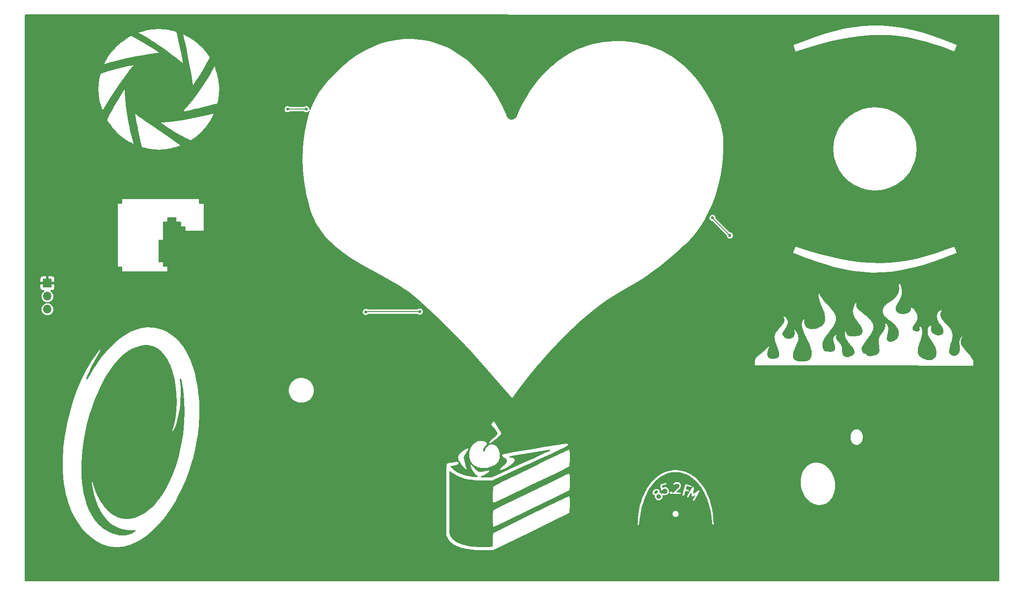
<source format=gtl>
G04 #@! TF.GenerationSoftware,KiCad,Pcbnew,9.0.0*
G04 #@! TF.CreationDate,2025-04-01T19:23:43-07:00*
G04 #@! TF.ProjectId,proto-for-mfg,70726f74-6f2d-4666-9f72-2d6d66672e6b,rev?*
G04 #@! TF.SameCoordinates,Original*
G04 #@! TF.FileFunction,Copper,L1,Top*
G04 #@! TF.FilePolarity,Positive*
%FSLAX46Y46*%
G04 Gerber Fmt 4.6, Leading zero omitted, Abs format (unit mm)*
G04 Created by KiCad (PCBNEW 9.0.0) date 2025-04-01 19:23:43*
%MOMM*%
%LPD*%
G01*
G04 APERTURE LIST*
G04 #@! TA.AperFunction,ComponentPad*
%ADD10R,1.700000X1.700000*%
G04 #@! TD*
G04 #@! TA.AperFunction,ComponentPad*
%ADD11O,1.700000X1.700000*%
G04 #@! TD*
G04 #@! TA.AperFunction,ViaPad*
%ADD12C,0.600000*%
G04 #@! TD*
G04 #@! TA.AperFunction,Conductor*
%ADD13C,0.200000*%
G04 #@! TD*
G04 APERTURE END LIST*
D10*
X27469855Y-91056947D03*
D11*
X27469855Y-93596947D03*
X27469855Y-96136947D03*
D12*
X106025000Y-144575000D03*
X160800000Y-81700000D03*
X78050000Y-57000000D03*
X100225000Y-96600000D03*
X157425000Y-78275000D03*
X74400000Y-57000000D03*
X89700000Y-96675000D03*
X149850000Y-89600000D03*
X147575000Y-44125000D03*
X156525000Y-48075000D03*
X202800000Y-110300000D03*
X84775000Y-87825000D03*
X183675000Y-129025000D03*
X105425000Y-103100000D03*
X110175000Y-144400000D03*
X190825000Y-75600000D03*
X139600000Y-40450000D03*
X118683683Y-115883683D03*
X55675000Y-70275000D03*
X162575000Y-65525000D03*
X194875000Y-84575000D03*
X54250000Y-40562500D03*
X46075000Y-91925000D03*
X151150000Y-45075000D03*
X135850000Y-97675000D03*
X94100000Y-92475000D03*
X171200000Y-130875000D03*
X76375000Y-106500000D03*
X131600000Y-102800000D03*
X157600000Y-128925000D03*
X47500000Y-127225000D03*
X97050000Y-40475000D03*
X182750000Y-110275000D03*
X48475000Y-115725000D03*
X49000000Y-96425000D03*
X190850000Y-44900000D03*
X42600000Y-132650000D03*
X141675000Y-130875000D03*
X39675000Y-80200000D03*
X78225000Y-79850000D03*
X38425000Y-126175000D03*
X132800000Y-130050000D03*
X121450000Y-49250000D03*
X194175000Y-110375000D03*
X74475000Y-64775000D03*
X81225000Y-49400000D03*
X46850000Y-109075000D03*
X187500000Y-54025000D03*
X152275000Y-140725000D03*
X178250000Y-64925000D03*
X112425000Y-46625000D03*
X41725000Y-114325000D03*
X172150000Y-110275000D03*
X199825000Y-62875000D03*
X79350000Y-117075000D03*
X122300000Y-120550000D03*
X110325000Y-119475000D03*
X101850000Y-129575000D03*
X190125000Y-122275000D03*
X180850000Y-83625000D03*
D13*
X89775000Y-96600000D02*
X89700000Y-96675000D01*
X78050000Y-57000000D02*
X74400000Y-57000000D01*
X100225000Y-96600000D02*
X89775000Y-96600000D01*
X157425000Y-78275000D02*
X157425000Y-78325000D01*
X157425000Y-78325000D02*
X160800000Y-81700000D01*
G04 #@! TA.AperFunction,Conductor*
G36*
X47202018Y-103151253D02*
G01*
X47219913Y-103153241D01*
X47782871Y-103257633D01*
X47800386Y-103262227D01*
X48197065Y-103397971D01*
X48330975Y-103443795D01*
X48347160Y-103450650D01*
X48846417Y-103705246D01*
X48860561Y-103713687D01*
X49021858Y-103825105D01*
X49329156Y-104037375D01*
X49340969Y-104046642D01*
X49526496Y-104211258D01*
X49779167Y-104435450D01*
X49788734Y-104444914D01*
X49965132Y-104639477D01*
X50192529Y-104890292D01*
X50196555Y-104894732D01*
X50204127Y-104903939D01*
X50581410Y-105410405D01*
X50587336Y-105419108D01*
X50933949Y-105977759D01*
X50938554Y-105985843D01*
X51254344Y-106592021D01*
X51257914Y-106599470D01*
X51535061Y-107230838D01*
X51542811Y-107248492D01*
X51545574Y-107255334D01*
X51729166Y-107752040D01*
X51799022Y-107941036D01*
X51802038Y-107950300D01*
X52100259Y-109005497D01*
X52217850Y-109421568D01*
X52220414Y-109432516D01*
X52302072Y-109869613D01*
X52512776Y-110997468D01*
X52514207Y-111007289D01*
X52684588Y-112629688D01*
X52685209Y-112638894D01*
X52734821Y-114280746D01*
X52734764Y-114289816D01*
X52664990Y-115913250D01*
X52664225Y-115922666D01*
X52476612Y-117489677D01*
X52474935Y-117499983D01*
X52171242Y-118972512D01*
X52168180Y-118984367D01*
X51748258Y-120331488D01*
X51748258Y-120331494D01*
X52078027Y-119779983D01*
X52370052Y-119173078D01*
X52625503Y-118516706D01*
X52845551Y-117816795D01*
X53031365Y-117079271D01*
X53184116Y-116310060D01*
X53304973Y-115515089D01*
X53395107Y-114700286D01*
X53455687Y-113871576D01*
X53487884Y-113034886D01*
X53492868Y-112196144D01*
X53471808Y-111361275D01*
X53425875Y-110536206D01*
X53365530Y-109834853D01*
X53370534Y-109810138D01*
X53371461Y-109784942D01*
X53377350Y-109776479D01*
X53379396Y-109766375D01*
X53396964Y-109748291D01*
X53411369Y-109727592D01*
X53420899Y-109723656D01*
X53428083Y-109716262D01*
X53452641Y-109710547D01*
X53475948Y-109700922D01*
X53486091Y-109702763D01*
X53496135Y-109700426D01*
X53519885Y-109708896D01*
X53544695Y-109713399D01*
X53552234Y-109720433D01*
X53561944Y-109723896D01*
X53577342Y-109743858D01*
X53595782Y-109761063D01*
X53601738Y-109775487D01*
X53604618Y-109779220D01*
X53609254Y-109793685D01*
X53663899Y-110008723D01*
X53665182Y-110014306D01*
X53862353Y-110973927D01*
X53863313Y-110979171D01*
X54022356Y-111966890D01*
X54023050Y-111971833D01*
X54144487Y-112984094D01*
X54144959Y-112988773D01*
X54229235Y-114020971D01*
X54229597Y-114027566D01*
X54289284Y-116143845D01*
X54289243Y-116152060D01*
X54207126Y-118308190D01*
X54206586Y-118315954D01*
X53987159Y-120484571D01*
X53986162Y-120492111D01*
X53633948Y-122644693D01*
X53632475Y-122652223D01*
X53152066Y-124760203D01*
X53150041Y-124767932D01*
X52546076Y-126802833D01*
X52543349Y-126810975D01*
X51820127Y-128745400D01*
X51817486Y-128751897D01*
X51413495Y-129670474D01*
X51411368Y-129675055D01*
X50979039Y-130558571D01*
X50976556Y-130563377D01*
X50516979Y-131407218D01*
X50514070Y-131412273D01*
X50027880Y-132212896D01*
X50024461Y-132218215D01*
X49512334Y-132972044D01*
X49508305Y-132977634D01*
X48970896Y-133681159D01*
X48966138Y-133687009D01*
X48404166Y-134336683D01*
X48398548Y-134342756D01*
X47812701Y-134935113D01*
X47806080Y-134941335D01*
X47197059Y-135472945D01*
X47189293Y-135479192D01*
X46557822Y-135946646D01*
X46548795Y-135952734D01*
X45895507Y-136352731D01*
X45885154Y-136358410D01*
X45209751Y-136688121D01*
X45200027Y-136692363D01*
X44745500Y-136867900D01*
X44736785Y-136870899D01*
X44292834Y-137005417D01*
X44283433Y-137007868D01*
X43850934Y-137102696D01*
X43840948Y-137104461D01*
X43419858Y-137161243D01*
X43409441Y-137162202D01*
X42999679Y-137182563D01*
X42989023Y-137182634D01*
X42590450Y-137168153D01*
X42579773Y-137167302D01*
X42192257Y-137119507D01*
X42181782Y-137117757D01*
X41805183Y-137038119D01*
X41795110Y-137035544D01*
X41429307Y-136925480D01*
X41419803Y-136922194D01*
X41064774Y-136783109D01*
X41055966Y-136779258D01*
X40711653Y-136612507D01*
X40703600Y-136608234D01*
X40370038Y-136415188D01*
X40362797Y-136410654D01*
X40040099Y-136192720D01*
X40033589Y-136188008D01*
X39982127Y-136148154D01*
X39721868Y-135946600D01*
X39716087Y-135941836D01*
X39415454Y-135678372D01*
X39410320Y-135673610D01*
X39120921Y-135389549D01*
X39116390Y-135384861D01*
X38838378Y-135081684D01*
X38834386Y-135077111D01*
X38719121Y-134938351D01*
X38568733Y-134757308D01*
X38563638Y-134750737D01*
X38549124Y-134730666D01*
X38367086Y-134478922D01*
X38064895Y-134061016D01*
X38059404Y-134052744D01*
X37609254Y-133311851D01*
X37604942Y-133304150D01*
X37601601Y-133297649D01*
X37203466Y-132523058D01*
X37200045Y-132515837D01*
X37195375Y-132505102D01*
X36997990Y-132051323D01*
X36848169Y-131706892D01*
X36845417Y-131700012D01*
X36543935Y-130875449D01*
X36541702Y-130868757D01*
X36313596Y-130114351D01*
X36291401Y-130040948D01*
X36289584Y-130034267D01*
X36245621Y-129852849D01*
X36145338Y-129439014D01*
X36090364Y-129212156D01*
X36090364Y-129212157D01*
X36182795Y-130119924D01*
X36184357Y-130135257D01*
X36325959Y-131068453D01*
X36327092Y-131075918D01*
X36327095Y-131075936D01*
X36409269Y-131476230D01*
X36521287Y-132021910D01*
X36521299Y-132021965D01*
X36769697Y-132961159D01*
X37075018Y-133881331D01*
X37075022Y-133881341D01*
X37075026Y-133881352D01*
X37075027Y-133881354D01*
X37249891Y-134330509D01*
X37434257Y-134757029D01*
X37440012Y-134770342D01*
X37645729Y-135199326D01*
X37867370Y-135615910D01*
X38105296Y-136018611D01*
X38105329Y-136018664D01*
X38359854Y-136405909D01*
X38359863Y-136405921D01*
X38403166Y-136464986D01*
X38625810Y-136768671D01*
X38631348Y-136776224D01*
X38631372Y-136776256D01*
X38920156Y-137128091D01*
X38920166Y-137128102D01*
X38920173Y-137128111D01*
X39226625Y-137459982D01*
X39551060Y-137770333D01*
X39893820Y-138057642D01*
X39893824Y-138057645D01*
X39893829Y-138057649D01*
X40135826Y-138233571D01*
X40255244Y-138320383D01*
X40451295Y-138442338D01*
X40635680Y-138557036D01*
X40635690Y-138557041D01*
X41035442Y-138766062D01*
X41035444Y-138766063D01*
X41035454Y-138766068D01*
X41454920Y-138945963D01*
X41894417Y-139095194D01*
X41894420Y-139095195D01*
X42231978Y-139181109D01*
X42354284Y-139212238D01*
X42834862Y-139295571D01*
X43336494Y-139343667D01*
X43859519Y-139355003D01*
X44404279Y-139328056D01*
X44579939Y-139307368D01*
X44648819Y-139319076D01*
X44700436Y-139366166D01*
X44718400Y-139433687D01*
X44697009Y-139500201D01*
X44670179Y-139528699D01*
X44456381Y-139693623D01*
X44448006Y-139699548D01*
X44185698Y-139869277D01*
X44176773Y-139874536D01*
X43908276Y-140018004D01*
X43898965Y-140022491D01*
X43624858Y-140140766D01*
X43615340Y-140144417D01*
X43336203Y-140238511D01*
X43326662Y-140241306D01*
X43043127Y-140312174D01*
X43033728Y-140314140D01*
X42746393Y-140362715D01*
X42737275Y-140363911D01*
X42446778Y-140391090D01*
X42438046Y-140391597D01*
X42145098Y-140398259D01*
X42136823Y-140398171D01*
X41842121Y-140385191D01*
X41834340Y-140384602D01*
X41538662Y-140352858D01*
X41531390Y-140351859D01*
X41235478Y-140302234D01*
X41228706Y-140300904D01*
X40933343Y-140234289D01*
X40927049Y-140232695D01*
X40633067Y-140150006D01*
X40627221Y-140148205D01*
X40335399Y-140050355D01*
X40329963Y-140048390D01*
X40041128Y-139936315D01*
X40036064Y-139934220D01*
X39751028Y-139808860D01*
X39746296Y-139806659D01*
X39522480Y-139696762D01*
X39465857Y-139668959D01*
X39461425Y-139666671D01*
X39186408Y-139517593D01*
X39182224Y-139515219D01*
X38913428Y-139355722D01*
X38909463Y-139353267D01*
X38648656Y-139184940D01*
X38643062Y-139181109D01*
X38142972Y-138818145D01*
X38135964Y-138812664D01*
X37674616Y-138424397D01*
X37667943Y-138418354D01*
X37250786Y-138012059D01*
X37244250Y-138005187D01*
X36876750Y-137587934D01*
X36871834Y-137581989D01*
X36710233Y-137373711D01*
X36706920Y-137369238D01*
X36679538Y-137330473D01*
X36560300Y-137161663D01*
X36555568Y-137154443D01*
X36034497Y-136295606D01*
X36029332Y-136286197D01*
X35745668Y-135711862D01*
X35575141Y-135366596D01*
X35571154Y-135357650D01*
X35513931Y-135214263D01*
X35181353Y-134380897D01*
X35178351Y-134372510D01*
X35177954Y-134371262D01*
X34851251Y-133343617D01*
X34849059Y-133335850D01*
X34582950Y-132259871D01*
X34581396Y-132252674D01*
X34581236Y-132251810D01*
X34374555Y-131134763D01*
X34373510Y-131128108D01*
X34366849Y-131076601D01*
X34224156Y-129973274D01*
X34223523Y-129967199D01*
X34129880Y-128780603D01*
X34129565Y-128774966D01*
X34089827Y-127561762D01*
X34089768Y-127556515D01*
X34102098Y-126323021D01*
X34102386Y-126315758D01*
X34276019Y-123801292D01*
X34276948Y-123792465D01*
X34636604Y-121254847D01*
X34638037Y-121246703D01*
X34695150Y-120975437D01*
X35168842Y-118725574D01*
X35170736Y-118717825D01*
X35331895Y-118139786D01*
X35857650Y-116254025D01*
X35860042Y-116246410D01*
X36687918Y-113880864D01*
X36690953Y-113873054D01*
X37644552Y-111646647D01*
X37648514Y-111638276D01*
X37662790Y-111610818D01*
X38713090Y-109590688D01*
X38716901Y-109583892D01*
X39284729Y-108642089D01*
X39287840Y-108637194D01*
X39347588Y-108547851D01*
X39878007Y-107754693D01*
X39881683Y-107749493D01*
X40491539Y-106932465D01*
X40495974Y-106926869D01*
X41123436Y-106180453D01*
X41128802Y-106174476D01*
X41771787Y-105503722D01*
X41778360Y-105497356D01*
X42434646Y-104907350D01*
X42442783Y-104900639D01*
X43110163Y-104396308D01*
X43120171Y-104389487D01*
X43797077Y-103975215D01*
X43808003Y-103969262D01*
X44546269Y-103613884D01*
X44558011Y-103608958D01*
X45260772Y-103355766D01*
X45274526Y-103351695D01*
X45941319Y-103195752D01*
X45957023Y-103193131D01*
X46588274Y-103129122D01*
X46605471Y-103128579D01*
X47202018Y-103151253D01*
G37*
G04 #@! TD.AperFunction*
G04 #@! TA.AperFunction,Conductor*
G36*
X213300528Y-38525359D02*
G01*
X213367563Y-38545059D01*
X213413306Y-38597873D01*
X213424500Y-38649359D01*
X213424500Y-149225522D01*
X213404815Y-149292561D01*
X213352011Y-149338316D01*
X213300505Y-149349522D01*
X23194360Y-149356423D01*
X23127319Y-149336741D01*
X23081563Y-149283939D01*
X23070355Y-149232423D01*
X23070355Y-125547466D01*
X30454488Y-125547466D01*
X30477622Y-127559146D01*
X30481338Y-127882244D01*
X30481338Y-127882252D01*
X30692519Y-130165940D01*
X30692524Y-130165980D01*
X30872003Y-131280731D01*
X30872013Y-131280780D01*
X31103301Y-132373288D01*
X31388315Y-133440412D01*
X31388318Y-133440421D01*
X31530575Y-133874130D01*
X31714996Y-134436392D01*
X31728950Y-134478933D01*
X31728953Y-134478943D01*
X32127108Y-135485673D01*
X32127125Y-135485713D01*
X32584707Y-136457498D01*
X32584726Y-136457536D01*
X32901431Y-137038119D01*
X32926531Y-137084132D01*
X33236305Y-137587934D01*
X33319008Y-137722439D01*
X33760692Y-138362419D01*
X34055390Y-138742743D01*
X34250191Y-138994145D01*
X34786069Y-139607631D01*
X35366904Y-140192902D01*
X35366912Y-140192909D01*
X35366916Y-140192913D01*
X35991272Y-140739989D01*
X36657744Y-141238913D01*
X36657747Y-141238915D01*
X37006331Y-141467203D01*
X37364907Y-141679711D01*
X37364912Y-141679713D01*
X37364916Y-141679716D01*
X37733293Y-141875190D01*
X37733299Y-141875193D01*
X38111329Y-142052403D01*
X38498817Y-142210093D01*
X38895587Y-142347019D01*
X39301454Y-142461930D01*
X39301477Y-142461935D01*
X39401402Y-142484014D01*
X39716259Y-142553586D01*
X39949199Y-142590515D01*
X40139790Y-142620732D01*
X40139793Y-142620732D01*
X40139804Y-142620734D01*
X40571919Y-142662131D01*
X41012426Y-142676530D01*
X41461146Y-142662683D01*
X41917901Y-142619345D01*
X42382514Y-142545269D01*
X42854806Y-142439208D01*
X43334599Y-142299915D01*
X43334608Y-142299911D01*
X43334616Y-142299909D01*
X43954570Y-142071581D01*
X44093675Y-142020349D01*
X44840818Y-141677923D01*
X45575105Y-141275119D01*
X46295612Y-140814421D01*
X46887590Y-140381545D01*
X105416409Y-140381545D01*
X105633477Y-140788689D01*
X105648006Y-140814408D01*
X105723331Y-140947742D01*
X105820374Y-141101111D01*
X105924721Y-141248831D01*
X106036487Y-141390944D01*
X106155787Y-141527491D01*
X106282737Y-141658511D01*
X106417452Y-141784045D01*
X106545677Y-141892033D01*
X106560053Y-141904140D01*
X106710638Y-142018820D01*
X106869340Y-142128142D01*
X107036270Y-142232141D01*
X107211541Y-142330857D01*
X107211550Y-142330862D01*
X107395269Y-142424331D01*
X107504051Y-142474264D01*
X107587573Y-142512604D01*
X107787002Y-142595071D01*
X107788574Y-142595721D01*
X107998358Y-142673709D01*
X108217063Y-142746619D01*
X108444802Y-142814490D01*
X108444809Y-142814492D01*
X108444823Y-142814496D01*
X108681723Y-142877372D01*
X108927889Y-142935291D01*
X109183435Y-142988293D01*
X109448479Y-143036418D01*
X109723134Y-143079708D01*
X110007517Y-143118202D01*
X110605928Y-143180969D01*
X111244633Y-143225043D01*
X111244642Y-143225043D01*
X111244652Y-143225044D01*
X111544366Y-143236375D01*
X111924558Y-143250749D01*
X112646625Y-143258412D01*
X114532787Y-143255342D01*
X121902701Y-139672776D01*
X124451706Y-138426718D01*
X142789085Y-138426718D01*
X142789085Y-138426719D01*
X143119572Y-138110605D01*
X143188008Y-137155224D01*
X143188744Y-137147966D01*
X143191349Y-137128114D01*
X143312185Y-136207042D01*
X143313358Y-136199783D01*
X143316405Y-136183929D01*
X143317651Y-136177443D01*
X149596329Y-136177443D01*
X149596329Y-136177456D01*
X149597115Y-136208479D01*
X149599447Y-136239104D01*
X149603286Y-136269273D01*
X149608600Y-136298979D01*
X149608607Y-136299011D01*
X149615346Y-136328168D01*
X149615353Y-136328196D01*
X149623484Y-136356794D01*
X149632984Y-136384835D01*
X149643790Y-136412217D01*
X149643796Y-136412230D01*
X149655892Y-136438961D01*
X149655896Y-136438969D01*
X149669224Y-136464970D01*
X149669228Y-136464977D01*
X149683768Y-136490249D01*
X149696985Y-136510854D01*
X149699480Y-136514744D01*
X149716305Y-136538393D01*
X149716310Y-136538400D01*
X149716314Y-136538405D01*
X149734241Y-136561211D01*
X149734243Y-136561213D01*
X149753213Y-136583107D01*
X149753222Y-136583117D01*
X149773194Y-136604064D01*
X149773208Y-136604078D01*
X149789060Y-136619193D01*
X149794166Y-136624061D01*
X149816069Y-136643037D01*
X149816072Y-136643039D01*
X149816085Y-136643050D01*
X149835646Y-136658426D01*
X149838872Y-136660962D01*
X149862535Y-136677796D01*
X149878632Y-136688121D01*
X149887000Y-136693489D01*
X149887030Y-136693508D01*
X149909922Y-136706678D01*
X149912295Y-136708044D01*
X149938314Y-136721381D01*
X149965042Y-136733475D01*
X149965056Y-136733480D01*
X149965097Y-136733498D01*
X149989869Y-136743273D01*
X149992441Y-136744289D01*
X150020473Y-136753785D01*
X150043131Y-136760227D01*
X150049085Y-136761921D01*
X150049090Y-136761922D01*
X150049100Y-136761925D01*
X150078283Y-136768670D01*
X150107985Y-136773982D01*
X150138167Y-136777824D01*
X150138176Y-136777824D01*
X150138179Y-136777825D01*
X150140781Y-136778023D01*
X150168792Y-136780157D01*
X150195629Y-136780836D01*
X150199815Y-136780943D01*
X150199821Y-136780943D01*
X150199827Y-136780943D01*
X150203920Y-136780839D01*
X150230850Y-136780157D01*
X150261475Y-136777824D01*
X150291658Y-136773982D01*
X150321360Y-136768670D01*
X150350543Y-136761925D01*
X150379169Y-136753785D01*
X150407201Y-136744289D01*
X150434600Y-136733475D01*
X150461329Y-136721381D01*
X150487348Y-136708044D01*
X150512620Y-136693503D01*
X150537107Y-136677796D01*
X150560770Y-136660962D01*
X150583573Y-136643037D01*
X150605476Y-136624061D01*
X150626441Y-136604071D01*
X150646431Y-136583105D01*
X150652249Y-136576388D01*
X150665392Y-136561220D01*
X150665411Y-136561197D01*
X150666503Y-136559807D01*
X150683332Y-136538400D01*
X150700166Y-136514736D01*
X150715873Y-136490249D01*
X150730414Y-136464977D01*
X150743750Y-136438958D01*
X150755845Y-136412230D01*
X150766659Y-136384830D01*
X150776155Y-136356798D01*
X150784294Y-136328172D01*
X150791039Y-136298988D01*
X150796351Y-136269286D01*
X150800193Y-136239104D01*
X150802526Y-136208479D01*
X150803312Y-136177450D01*
X150802526Y-136146421D01*
X150800193Y-136115797D01*
X150796351Y-136085614D01*
X150791039Y-136055913D01*
X150784294Y-136026729D01*
X150782001Y-136018664D01*
X150776156Y-135998106D01*
X150770682Y-135981947D01*
X150766659Y-135970071D01*
X150755845Y-135942672D01*
X150743750Y-135915944D01*
X150730414Y-135889925D01*
X150730402Y-135889904D01*
X150730395Y-135889891D01*
X150715883Y-135864668D01*
X150715873Y-135864652D01*
X150700166Y-135840166D01*
X150683332Y-135816502D01*
X150678870Y-135810826D01*
X150665411Y-135793704D01*
X150665392Y-135793681D01*
X150646442Y-135771809D01*
X150646428Y-135771794D01*
X150626441Y-135750831D01*
X150626433Y-135750823D01*
X150626430Y-135750820D01*
X150605487Y-135730851D01*
X150605481Y-135730846D01*
X150605476Y-135730841D01*
X150583573Y-135711865D01*
X150583566Y-135711859D01*
X150583556Y-135711851D01*
X150560774Y-135693943D01*
X150537116Y-135677112D01*
X150537089Y-135677094D01*
X150512617Y-135661397D01*
X150512606Y-135661391D01*
X150487357Y-135646863D01*
X150487341Y-135646854D01*
X150461319Y-135633517D01*
X150434621Y-135621436D01*
X150434604Y-135621429D01*
X150434600Y-135621427D01*
X150407201Y-135610613D01*
X150379169Y-135601117D01*
X150365015Y-135597092D01*
X150350548Y-135592978D01*
X150321360Y-135586232D01*
X150309711Y-135584148D01*
X150291672Y-135580922D01*
X150291662Y-135580920D01*
X150291658Y-135580920D01*
X150261475Y-135577078D01*
X150261456Y-135577076D01*
X150261452Y-135577076D01*
X150230850Y-135574745D01*
X150199827Y-135573959D01*
X150199815Y-135573959D01*
X150168791Y-135574745D01*
X150138179Y-135577076D01*
X150138162Y-135577078D01*
X150108018Y-135580915D01*
X150107991Y-135580919D01*
X150107985Y-135580920D01*
X150107974Y-135580921D01*
X150107961Y-135580924D01*
X150088183Y-135584461D01*
X150078289Y-135586230D01*
X150078282Y-135586232D01*
X150049102Y-135592976D01*
X150049085Y-135592980D01*
X150020466Y-135601119D01*
X149992436Y-135610614D01*
X149965035Y-135621429D01*
X149965029Y-135621432D01*
X149938323Y-135633517D01*
X149912306Y-135646852D01*
X149912267Y-135646873D01*
X149887034Y-135661391D01*
X149887000Y-135661412D01*
X149862545Y-135677099D01*
X149862525Y-135677112D01*
X149838867Y-135693943D01*
X149816085Y-135711851D01*
X149816072Y-135711862D01*
X149794154Y-135730851D01*
X149773208Y-135750823D01*
X149773194Y-135750837D01*
X149753222Y-135771784D01*
X149753213Y-135771794D01*
X149734243Y-135793688D01*
X149734241Y-135793690D01*
X149716301Y-135816513D01*
X149699472Y-135840169D01*
X149683763Y-135864660D01*
X149669233Y-135889915D01*
X149655890Y-135915945D01*
X149643796Y-135942671D01*
X149632982Y-135970069D01*
X149632980Y-135970076D01*
X149623484Y-135998106D01*
X149615353Y-136026704D01*
X149615346Y-136026732D01*
X149608607Y-136055889D01*
X149608595Y-136055946D01*
X149603288Y-136085613D01*
X149599449Y-136115784D01*
X149599447Y-136115804D01*
X149597115Y-136146422D01*
X149596329Y-136177443D01*
X143317651Y-136177443D01*
X143490756Y-135276677D01*
X143492391Y-135269380D01*
X143722389Y-134371258D01*
X143724574Y-134363727D01*
X143735361Y-134330509D01*
X144005781Y-133497725D01*
X144008599Y-133489945D01*
X144014275Y-133475768D01*
X144339619Y-132663100D01*
X144343190Y-132655031D01*
X144684326Y-131953117D01*
X144694112Y-131932982D01*
X145710668Y-131932982D01*
X145710929Y-131938598D01*
X145710761Y-131942973D01*
X145711142Y-131949305D01*
X145723521Y-132155549D01*
X145726763Y-132175879D01*
X145728152Y-132184588D01*
X145730508Y-132189433D01*
X145731212Y-132194776D01*
X145743348Y-132221561D01*
X145790967Y-132304039D01*
X145808095Y-132327942D01*
X145812369Y-132331221D01*
X145815389Y-132335688D01*
X145838223Y-132354217D01*
X146015940Y-132471555D01*
X146015944Y-132471557D01*
X146019811Y-132473597D01*
X146019810Y-132473597D01*
X146029103Y-132478498D01*
X146032245Y-132480909D01*
X146037232Y-132482786D01*
X146041949Y-132485274D01*
X146041953Y-132485274D01*
X146048422Y-132487548D01*
X146053505Y-132488933D01*
X146054575Y-132489313D01*
X146059766Y-132491267D01*
X146061031Y-132491606D01*
X146064793Y-132492942D01*
X146091611Y-132512367D01*
X146119031Y-132530986D01*
X146119797Y-132532783D01*
X146121378Y-132533928D01*
X146133442Y-132564781D01*
X146146438Y-132595256D01*
X146146321Y-132597716D01*
X146146823Y-132599000D01*
X146146085Y-132602664D01*
X146144574Y-132634472D01*
X146144668Y-132634488D01*
X146144535Y-132635288D01*
X146144505Y-132635935D01*
X146144178Y-132637447D01*
X146143458Y-132641808D01*
X146142076Y-132647264D01*
X146140456Y-132655899D01*
X146140251Y-132661231D01*
X146139385Y-132666483D01*
X146139900Y-132670402D01*
X146139499Y-132680879D01*
X146139500Y-132680881D01*
X146139332Y-132685266D01*
X146139333Y-132685279D01*
X146139712Y-132691600D01*
X146140350Y-132702233D01*
X146152090Y-132897843D01*
X146152093Y-132897865D01*
X146156722Y-132926893D01*
X146157814Y-132930356D01*
X146158778Y-132933568D01*
X146159779Y-132937073D01*
X146159782Y-132937081D01*
X146159783Y-132937083D01*
X146171919Y-132963868D01*
X146171920Y-132963869D01*
X146171924Y-132963877D01*
X146362393Y-133293780D01*
X146362398Y-133293788D01*
X146379522Y-133317684D01*
X146382017Y-133320262D01*
X146384334Y-133322722D01*
X146386815Y-133325429D01*
X146386816Y-133325430D01*
X146386817Y-133325431D01*
X146409651Y-133343960D01*
X146587368Y-133461298D01*
X146600528Y-133468239D01*
X146603672Y-133470652D01*
X146608662Y-133472530D01*
X146613377Y-133475017D01*
X146621720Y-133477950D01*
X146627111Y-133479473D01*
X146631193Y-133481010D01*
X146761290Y-133515870D01*
X146775975Y-133518294D01*
X146779718Y-133519588D01*
X146785042Y-133519791D01*
X146790303Y-133520660D01*
X146790309Y-133520659D01*
X146790315Y-133520660D01*
X146799162Y-133520805D01*
X146804754Y-133520544D01*
X146809102Y-133520711D01*
X146915390Y-133514331D01*
X147021667Y-133507952D01*
X147021671Y-133507951D01*
X147021678Y-133507951D01*
X147050717Y-133503321D01*
X147050724Y-133503317D01*
X147054176Y-133502230D01*
X147057416Y-133501257D01*
X147060897Y-133500261D01*
X147060905Y-133500261D01*
X147087690Y-133488125D01*
X147417605Y-133297649D01*
X147441507Y-133280521D01*
X147441509Y-133280517D01*
X147444082Y-133278028D01*
X147446569Y-133275686D01*
X147449249Y-133273229D01*
X147449253Y-133273227D01*
X147467782Y-133250393D01*
X147585120Y-133072676D01*
X147592063Y-133059512D01*
X147594474Y-133056371D01*
X147596351Y-133051383D01*
X147598839Y-133046667D01*
X147598839Y-133046662D01*
X147601780Y-133038298D01*
X147603301Y-133032916D01*
X147604832Y-133028850D01*
X147639691Y-132898754D01*
X147642114Y-132884074D01*
X147643409Y-132880329D01*
X147643612Y-132874999D01*
X147644481Y-132869741D01*
X147644480Y-132869737D01*
X147644481Y-132869735D01*
X147644626Y-132860909D01*
X147644366Y-132855300D01*
X147644533Y-132850945D01*
X147640542Y-132784448D01*
X152450937Y-132784448D01*
X152466085Y-132840980D01*
X152501714Y-132887413D01*
X152552400Y-132916677D01*
X152610427Y-132924316D01*
X152666959Y-132909168D01*
X152713392Y-132873539D01*
X152730520Y-132849637D01*
X153112986Y-132187185D01*
X153163550Y-132138973D01*
X153232157Y-132125749D01*
X153297021Y-132151717D01*
X153337550Y-132208631D01*
X153343901Y-132259959D01*
X153314247Y-132600062D01*
X153314258Y-132600995D01*
X153314257Y-132600995D01*
X153314386Y-132612528D01*
X153313716Y-132616325D01*
X153314466Y-132619719D01*
X153314576Y-132629470D01*
X153319797Y-132646011D01*
X153322615Y-132656529D01*
X153326365Y-132673470D01*
X153329017Y-132679501D01*
X153332192Y-132685285D01*
X153343342Y-132698564D01*
X153349968Y-132707200D01*
X153359918Y-132721418D01*
X153364681Y-132725979D01*
X153369825Y-132730106D01*
X153369827Y-132730108D01*
X153369829Y-132730109D01*
X153385219Y-132738115D01*
X153385221Y-132738115D01*
X153390053Y-132740629D01*
X153409275Y-132752883D01*
X153415835Y-132754041D01*
X153421749Y-132757118D01*
X153444464Y-132759098D01*
X153466908Y-132763063D01*
X153473410Y-132761622D01*
X153480053Y-132762202D01*
X153480053Y-132762201D01*
X153480055Y-132762202D01*
X153492421Y-132758298D01*
X153496596Y-132756981D01*
X153496598Y-132756980D01*
X153501794Y-132755340D01*
X153524052Y-132750413D01*
X153532548Y-132745632D01*
X153534295Y-132745081D01*
X153535869Y-132744585D01*
X153535873Y-132744581D01*
X153541969Y-132741236D01*
X153547122Y-132737668D01*
X153547094Y-132737623D01*
X153548140Y-132736964D01*
X153548927Y-132736419D01*
X153549681Y-132735996D01*
X153829397Y-132540259D01*
X153895608Y-132517952D01*
X153963370Y-132534983D01*
X154011168Y-132585945D01*
X154023826Y-132654658D01*
X154007876Y-132703856D01*
X153625419Y-133366291D01*
X153625415Y-133366299D01*
X153613277Y-133393086D01*
X153613277Y-133393087D01*
X153605638Y-133451112D01*
X153605638Y-133451115D01*
X153619074Y-133501257D01*
X153620786Y-133507646D01*
X153656415Y-133554079D01*
X153707101Y-133583343D01*
X153765128Y-133590982D01*
X153821660Y-133575834D01*
X153868093Y-133540205D01*
X153885221Y-133516303D01*
X154885221Y-131784253D01*
X154893198Y-131766646D01*
X154895103Y-131763659D01*
X154895454Y-131761667D01*
X154897357Y-131757469D01*
X154897358Y-131757463D01*
X154900400Y-131734355D01*
X154900400Y-131734349D01*
X154900753Y-131731667D01*
X154905283Y-131706025D01*
X154904559Y-131702759D01*
X154904996Y-131699444D01*
X154904995Y-131699443D01*
X154904996Y-131699442D01*
X154898959Y-131676914D01*
X154897678Y-131671675D01*
X154892632Y-131648882D01*
X154892630Y-131648880D01*
X154892630Y-131648877D01*
X154890228Y-131643412D01*
X154890220Y-131643396D01*
X154875663Y-131624425D01*
X154872439Y-131620026D01*
X154872130Y-131619585D01*
X154867445Y-131612889D01*
X154859076Y-131600927D01*
X154854749Y-131596783D01*
X154854747Y-131596782D01*
X154846958Y-131592285D01*
X154840673Y-131588656D01*
X154834040Y-131584826D01*
X154829404Y-131582012D01*
X154809724Y-131569467D01*
X154809722Y-131569466D01*
X154809718Y-131569464D01*
X154804137Y-131567291D01*
X154780438Y-131564172D01*
X154775057Y-131563344D01*
X154752084Y-131559287D01*
X154746099Y-131559415D01*
X154722986Y-131565607D01*
X154717708Y-131566898D01*
X154694948Y-131571937D01*
X154693485Y-131572496D01*
X154686293Y-131576043D01*
X154678492Y-131581192D01*
X154669331Y-131586345D01*
X154669312Y-131586358D01*
X153858737Y-132153571D01*
X153792525Y-132175879D01*
X153724762Y-132158848D01*
X153676965Y-132107886D01*
X153664113Y-132041206D01*
X153750049Y-131055616D01*
X153749839Y-131036900D01*
X153749832Y-131036283D01*
X153750295Y-131032775D01*
X153749771Y-131030821D01*
X153749720Y-131026212D01*
X153748988Y-131023894D01*
X153742709Y-131004001D01*
X153741886Y-131001393D01*
X153735147Y-130976243D01*
X153733109Y-130973587D01*
X153732103Y-130970399D01*
X153717113Y-130952545D01*
X153713720Y-130948318D01*
X153699518Y-130929810D01*
X153699517Y-130929809D01*
X153699514Y-130929805D01*
X153695035Y-130925877D01*
X153695019Y-130925863D01*
X153694470Y-130925577D01*
X153673780Y-130914814D01*
X153669041Y-130912214D01*
X153648832Y-130900546D01*
X153648831Y-130900545D01*
X153648830Y-130900545D01*
X153643153Y-130898617D01*
X153619340Y-130896542D01*
X153613924Y-130895950D01*
X153590806Y-130892906D01*
X153584828Y-130893297D01*
X153562014Y-130900497D01*
X153556798Y-130902018D01*
X153534273Y-130908054D01*
X153528896Y-130910705D01*
X153525869Y-130913246D01*
X153525866Y-130913249D01*
X153508494Y-130927835D01*
X153487840Y-130943684D01*
X153485154Y-130947432D01*
X153483606Y-130948732D01*
X153481972Y-130951871D01*
X153470712Y-130967586D01*
X153406665Y-131078517D01*
X153406656Y-131078531D01*
X153012549Y-131761146D01*
X152961982Y-131809362D01*
X152956961Y-131810329D01*
X152952664Y-131861903D01*
X152944386Y-131879208D01*
X152470718Y-132699625D01*
X152470714Y-132699633D01*
X152458576Y-132726420D01*
X152458576Y-132726421D01*
X152453866Y-132762202D01*
X152450937Y-132784448D01*
X147640542Y-132784448D01*
X147635607Y-132702233D01*
X147631775Y-132638379D01*
X147631774Y-132638376D01*
X147631774Y-132638367D01*
X147629241Y-132622486D01*
X147638120Y-132553186D01*
X147683057Y-132499685D01*
X147749786Y-132478972D01*
X147786196Y-132483854D01*
X147794751Y-132486332D01*
X147797472Y-132487565D01*
X147800283Y-132487934D01*
X147809300Y-132490547D01*
X147809715Y-132490811D01*
X147811450Y-132491191D01*
X147815616Y-132492480D01*
X148024251Y-132535174D01*
X148053499Y-132538217D01*
X148053507Y-132538215D01*
X148057095Y-132538059D01*
X148060500Y-132537956D01*
X148064120Y-132537896D01*
X148064133Y-132537898D01*
X148093146Y-132533108D01*
X148398206Y-132451367D01*
X151580431Y-132451367D01*
X151588071Y-132509392D01*
X151617334Y-132560077D01*
X151617337Y-132560081D01*
X151663765Y-132595707D01*
X151663766Y-132595707D01*
X151663767Y-132595708D01*
X151720301Y-132610856D01*
X151778327Y-132603216D01*
X151829012Y-132573953D01*
X151864642Y-132527521D01*
X151875000Y-132500000D01*
X152075226Y-131752740D01*
X152111591Y-131693081D01*
X152174438Y-131662552D01*
X152227092Y-131665059D01*
X152606382Y-131766690D01*
X152635395Y-131771480D01*
X152693421Y-131763840D01*
X152744106Y-131734577D01*
X152744108Y-131734574D01*
X152753289Y-131726524D01*
X152755690Y-131729262D01*
X152786415Y-131706819D01*
X152784657Y-131669912D01*
X152785371Y-131667112D01*
X152794884Y-131631611D01*
X152787244Y-131573584D01*
X152785875Y-131571213D01*
X152757982Y-131522901D01*
X152757981Y-131522900D01*
X152711549Y-131487270D01*
X152711546Y-131487268D01*
X152711545Y-131487268D01*
X152684032Y-131476913D01*
X152304740Y-131375281D01*
X152245080Y-131338916D01*
X152214551Y-131276069D01*
X152217058Y-131223416D01*
X152321721Y-130832809D01*
X152358086Y-130773151D01*
X152420933Y-130742622D01*
X152473586Y-130745129D01*
X153128855Y-130920709D01*
X153157868Y-130925499D01*
X153215895Y-130917859D01*
X153266579Y-130888596D01*
X153302209Y-130842164D01*
X153317357Y-130785630D01*
X153309717Y-130727604D01*
X153309717Y-130727603D01*
X153280456Y-130676920D01*
X153280453Y-130676917D01*
X153234025Y-130641291D01*
X153234024Y-130641290D01*
X153234022Y-130641289D01*
X153214807Y-130634057D01*
X153206502Y-130630931D01*
X152286577Y-130384437D01*
X152286569Y-130384435D01*
X152257557Y-130379645D01*
X152199532Y-130387285D01*
X152148849Y-130416547D01*
X152113150Y-130463068D01*
X152112501Y-130464886D01*
X152110836Y-130469310D01*
X152102860Y-130490502D01*
X152102859Y-130490506D01*
X151585223Y-132422348D01*
X151585221Y-132422356D01*
X151580431Y-132451367D01*
X148398206Y-132451367D01*
X148553111Y-132409860D01*
X148580632Y-132399502D01*
X148584907Y-132396221D01*
X148590001Y-132394461D01*
X148613808Y-132377202D01*
X148773144Y-132235911D01*
X148783259Y-132224991D01*
X148786400Y-132222582D01*
X148789502Y-132218252D01*
X148793128Y-132214339D01*
X148793132Y-132214330D01*
X148798137Y-132207012D01*
X148800997Y-132202211D01*
X148801667Y-132201276D01*
X148803528Y-132198680D01*
X148861248Y-132098707D01*
X148872395Y-132079400D01*
X148873243Y-132079889D01*
X148918593Y-132032139D01*
X148986460Y-132015531D01*
X149052532Y-132038251D01*
X149095368Y-132091949D01*
X149115714Y-132141070D01*
X149115715Y-132141072D01*
X149115716Y-132141073D01*
X149119950Y-132146232D01*
X149134375Y-132163809D01*
X149229603Y-132259037D01*
X149229608Y-132259041D01*
X149229609Y-132259042D01*
X149252340Y-132277697D01*
X149252341Y-132277697D01*
X149252345Y-132277700D01*
X149261219Y-132281375D01*
X149261220Y-132281375D01*
X149284014Y-132290816D01*
X149306411Y-132300094D01*
X149306412Y-132300094D01*
X149364938Y-132300094D01*
X149364939Y-132300094D01*
X149387336Y-132290816D01*
X149419010Y-132277697D01*
X149419011Y-132277696D01*
X149419015Y-132277693D01*
X149420703Y-132276565D01*
X149423722Y-132273830D01*
X149433490Y-132265813D01*
X149441741Y-132259042D01*
X149521594Y-132179188D01*
X149582914Y-132145704D01*
X149652606Y-132150688D01*
X149708540Y-132192558D01*
X149713505Y-132201276D01*
X149713690Y-132201153D01*
X149720477Y-132211310D01*
X149761861Y-132252695D01*
X149761862Y-132252695D01*
X149761864Y-132252697D01*
X149793533Y-132265814D01*
X149793538Y-132265818D01*
X149793539Y-132265817D01*
X149815930Y-132275092D01*
X149815932Y-132275093D01*
X149815935Y-132275094D01*
X149845199Y-132277976D01*
X149845202Y-132277976D01*
X151083290Y-132277976D01*
X151083294Y-132277976D01*
X151112558Y-132275094D01*
X151166630Y-132252696D01*
X151208014Y-132211312D01*
X151208230Y-132210792D01*
X151230410Y-132157244D01*
X151230412Y-132157240D01*
X151230412Y-132098712D01*
X151227611Y-132091949D01*
X151208015Y-132044641D01*
X151208012Y-132044637D01*
X151166631Y-132003256D01*
X151112562Y-131980859D01*
X151112559Y-131980858D01*
X151112558Y-131980858D01*
X151083294Y-131977976D01*
X151083290Y-131977976D01*
X150506693Y-131977976D01*
X150439654Y-131958291D01*
X150393899Y-131905487D01*
X150383955Y-131836329D01*
X150412980Y-131772773D01*
X150419012Y-131766295D01*
X151094116Y-131091190D01*
X151094115Y-131091190D01*
X151094122Y-131091184D01*
X151112777Y-131068453D01*
X151112779Y-131068447D01*
X151114649Y-131065328D01*
X151116438Y-131062433D01*
X151118362Y-131059412D01*
X151118370Y-131059403D01*
X151130358Y-131032552D01*
X151225596Y-130746838D01*
X151228894Y-130732330D01*
X151230412Y-130728668D01*
X151230934Y-130723359D01*
X151232116Y-130718165D01*
X151232115Y-130718158D01*
X151232790Y-130709344D01*
X151232865Y-130703749D01*
X151233294Y-130699404D01*
X151233294Y-130508928D01*
X151230412Y-130479664D01*
X151230410Y-130479660D01*
X151229527Y-130476132D01*
X151228745Y-130472821D01*
X151227968Y-130469321D01*
X151227968Y-130469310D01*
X151217458Y-130441846D01*
X151122220Y-130251370D01*
X151119896Y-130247679D01*
X151119894Y-130247674D01*
X151114289Y-130238769D01*
X151112777Y-130235117D01*
X151109403Y-130231007D01*
X151106559Y-130226488D01*
X151100818Y-130219796D01*
X151096898Y-130215768D01*
X151094123Y-130212387D01*
X150998886Y-130117150D01*
X150998877Y-130117142D01*
X150995513Y-130114381D01*
X150987378Y-130107705D01*
X150984786Y-130104715D01*
X150980278Y-130101877D01*
X150976155Y-130098494D01*
X150968571Y-130093948D01*
X150963590Y-130091373D01*
X150959904Y-130089052D01*
X150959890Y-130089044D01*
X150769434Y-129993816D01*
X150741954Y-129983299D01*
X150738390Y-129982509D01*
X150735130Y-129981740D01*
X150731607Y-129980857D01*
X150706789Y-129978414D01*
X150702342Y-129977976D01*
X150226151Y-129977976D01*
X150223528Y-129978234D01*
X150196887Y-129980857D01*
X150193380Y-129981736D01*
X150190107Y-129982509D01*
X150186535Y-129983301D01*
X150159068Y-129993812D01*
X149968585Y-130089053D01*
X149968582Y-130089055D01*
X149964891Y-130091377D01*
X149964892Y-130091378D01*
X149955994Y-130096978D01*
X149952340Y-130098493D01*
X149948225Y-130101869D01*
X149943713Y-130104710D01*
X149937053Y-130110422D01*
X149933015Y-130114351D01*
X149929622Y-130117136D01*
X149929612Y-130117145D01*
X149834370Y-130212386D01*
X149815717Y-130235115D01*
X149815713Y-130235121D01*
X149793320Y-130289185D01*
X149793319Y-130289188D01*
X149793319Y-130289189D01*
X149793319Y-130347715D01*
X149815716Y-130401787D01*
X149857102Y-130443173D01*
X149911174Y-130465570D01*
X149911176Y-130465570D01*
X149969698Y-130465570D01*
X149969700Y-130465570D01*
X150023772Y-130443173D01*
X150046503Y-130424518D01*
X150110305Y-130360715D01*
X150112709Y-130358982D01*
X150113527Y-130357607D01*
X150142521Y-130337495D01*
X150235379Y-130291067D01*
X150290833Y-130277976D01*
X150637660Y-130277976D01*
X150693114Y-130291067D01*
X150785966Y-130337493D01*
X150818193Y-130360721D01*
X150850549Y-130393077D01*
X150873777Y-130425304D01*
X150876504Y-130430757D01*
X150880161Y-130438071D01*
X150882050Y-130441849D01*
X150882711Y-130443171D01*
X150882712Y-130443173D01*
X150886581Y-130450911D01*
X150898468Y-130474685D01*
X150915591Y-130508931D01*
X150920203Y-130518156D01*
X150923174Y-130530745D01*
X150928271Y-130538675D01*
X150933294Y-130573610D01*
X150933294Y-130654939D01*
X150926931Y-130694152D01*
X150866207Y-130876321D01*
X150836251Y-130924789D01*
X149754518Y-132006523D01*
X149693195Y-132040008D01*
X149623503Y-132035024D01*
X149567570Y-131993152D01*
X149561115Y-131981789D01*
X149560340Y-131982254D01*
X149555636Y-131974408D01*
X149555635Y-131974404D01*
X149536980Y-131951673D01*
X149536979Y-131951672D01*
X149536975Y-131951667D01*
X149441738Y-131856430D01*
X149433643Y-131849787D01*
X149433642Y-131849786D01*
X149419016Y-131837783D01*
X149419010Y-131837777D01*
X149383492Y-131823066D01*
X149378424Y-131820966D01*
X149378415Y-131820962D01*
X149364943Y-131815382D01*
X149364939Y-131815381D01*
X149306411Y-131815381D01*
X149306407Y-131815381D01*
X149290575Y-131821940D01*
X149252337Y-131837778D01*
X149229614Y-131856427D01*
X149138431Y-131947612D01*
X149114005Y-131960949D01*
X149091348Y-131977096D01*
X149083769Y-131977459D01*
X149077108Y-131981097D01*
X149049350Y-131979111D01*
X149021559Y-131980446D01*
X149014985Y-131976654D01*
X149007416Y-131976113D01*
X148985140Y-131959438D01*
X148961037Y-131945534D01*
X148957556Y-131938789D01*
X148951482Y-131934242D01*
X148941758Y-131908172D01*
X148928998Y-131883443D01*
X148929050Y-131874100D01*
X148927065Y-131868778D01*
X148927306Y-131848189D01*
X148927934Y-131841584D01*
X148930617Y-131828474D01*
X148933660Y-131799226D01*
X148932637Y-131793934D01*
X148933341Y-131788592D01*
X148928551Y-131759579D01*
X148805304Y-131299614D01*
X148794946Y-131272093D01*
X148794944Y-131272090D01*
X148793175Y-131268905D01*
X148791576Y-131265933D01*
X148789903Y-131262721D01*
X148772650Y-131238923D01*
X148772648Y-131238920D01*
X148631358Y-131079585D01*
X148630220Y-131078531D01*
X148628137Y-131076600D01*
X148620434Y-131069464D01*
X148618026Y-131066326D01*
X148613697Y-131063224D01*
X148609783Y-131059598D01*
X148602515Y-131054627D01*
X148597682Y-131051747D01*
X148594121Y-131049195D01*
X148477480Y-130981852D01*
X148473494Y-130980046D01*
X148473494Y-130980045D01*
X148463917Y-130975705D01*
X148460645Y-130973493D01*
X148455564Y-130971921D01*
X148450702Y-130969718D01*
X148442248Y-130967303D01*
X148436739Y-130966097D01*
X148432550Y-130964801D01*
X148223925Y-130922109D01*
X148223922Y-130922108D01*
X148194664Y-130919064D01*
X148191020Y-130919223D01*
X148187662Y-130919324D01*
X148184038Y-130919383D01*
X148155029Y-130924172D01*
X148155011Y-130924176D01*
X147729926Y-131038077D01*
X147714729Y-131037715D01*
X147700230Y-131042279D01*
X147680509Y-131036900D01*
X147660076Y-131036414D01*
X147647488Y-131027894D01*
X147632822Y-131023894D01*
X147619139Y-131008706D01*
X147602214Y-130997251D01*
X147595505Y-130982473D01*
X147586055Y-130971984D01*
X147575460Y-130938322D01*
X147540758Y-130726164D01*
X147549363Y-130656828D01*
X147594089Y-130603150D01*
X147631035Y-130586376D01*
X148311452Y-130404060D01*
X148338973Y-130393702D01*
X148385406Y-130358072D01*
X148414668Y-130307387D01*
X148422308Y-130249361D01*
X148407160Y-130192827D01*
X148371531Y-130146395D01*
X148371530Y-130146394D01*
X148352212Y-130135241D01*
X148320846Y-130117132D01*
X148320844Y-130117131D01*
X148320845Y-130117131D01*
X148262819Y-130109491D01*
X148233808Y-130114281D01*
X148233800Y-130114283D01*
X147313879Y-130360776D01*
X147313864Y-130360780D01*
X147303696Y-130364607D01*
X147300071Y-130365201D01*
X147296903Y-130367163D01*
X147286361Y-130371132D01*
X147286352Y-130371136D01*
X147273855Y-130380725D01*
X147263708Y-130387736D01*
X147250325Y-130396031D01*
X147250319Y-130396036D01*
X147245908Y-130402171D01*
X147239923Y-130406765D01*
X147228968Y-130425736D01*
X147225360Y-130430757D01*
X147225357Y-130430763D01*
X147216161Y-130443555D01*
X147214433Y-130450912D01*
X147210660Y-130457450D01*
X147207798Y-130479181D01*
X147206384Y-130485208D01*
X147206382Y-130485210D01*
X147202787Y-130500531D01*
X147202786Y-130500535D01*
X147203324Y-130508928D01*
X147203506Y-130511777D01*
X147203020Y-130515476D01*
X147203970Y-130519021D01*
X147204665Y-130529872D01*
X147204665Y-130529877D01*
X147204666Y-130529879D01*
X147358921Y-131472950D01*
X147359169Y-131474463D01*
X147359171Y-131474470D01*
X147366400Y-131501617D01*
X147366402Y-131501621D01*
X147366736Y-131502873D01*
X147370715Y-131509293D01*
X147372670Y-131516588D01*
X147386019Y-131533985D01*
X147389586Y-131539741D01*
X147389603Y-131539768D01*
X147397569Y-131552621D01*
X147402675Y-131558089D01*
X147408299Y-131563021D01*
X147421929Y-131570890D01*
X147421934Y-131570893D01*
X147427292Y-131573986D01*
X147445090Y-131586781D01*
X147452438Y-131588505D01*
X147458982Y-131592283D01*
X147458986Y-131592285D01*
X147474596Y-131594340D01*
X147474598Y-131594340D01*
X147480729Y-131595147D01*
X147502069Y-131600157D01*
X147509520Y-131598937D01*
X147512882Y-131599379D01*
X147517013Y-131599924D01*
X147538198Y-131594247D01*
X147559829Y-131590709D01*
X147566247Y-131586731D01*
X147573544Y-131584776D01*
X147586032Y-131575192D01*
X147596189Y-131568173D01*
X147609577Y-131559877D01*
X147609579Y-131559873D01*
X147613528Y-131556187D01*
X147615838Y-131553423D01*
X147619973Y-131549149D01*
X147619977Y-131549147D01*
X147637105Y-131525244D01*
X147682216Y-131447107D01*
X147684095Y-131444805D01*
X147684528Y-131443266D01*
X147707334Y-131416330D01*
X147717610Y-131407218D01*
X147785005Y-131347455D01*
X147835179Y-131320458D01*
X148170190Y-131230691D01*
X148227139Y-131228984D01*
X148328847Y-131249796D01*
X148365986Y-131263892D01*
X148405617Y-131286773D01*
X148436390Y-131311886D01*
X148505268Y-131389560D01*
X148532265Y-131439736D01*
X148622031Y-131774745D01*
X148622418Y-131787677D01*
X148625821Y-131796466D01*
X148623738Y-131831699D01*
X148602925Y-131933404D01*
X148588830Y-131970543D01*
X148565949Y-132010173D01*
X148540833Y-132040949D01*
X148463163Y-132109823D01*
X148412987Y-132136821D01*
X148077977Y-132226588D01*
X148065044Y-132226975D01*
X148056256Y-132230378D01*
X148021023Y-132228296D01*
X147919315Y-132207482D01*
X147882181Y-132193388D01*
X147832016Y-132164425D01*
X147804044Y-132148276D01*
X147788140Y-132141070D01*
X147777262Y-132136141D01*
X147777260Y-132136140D01*
X147719237Y-132128502D01*
X147719234Y-132128502D01*
X147662704Y-132143650D01*
X147616268Y-132179280D01*
X147605067Y-132198681D01*
X147586267Y-132216605D01*
X147570362Y-132237145D01*
X147561388Y-132240325D01*
X147554499Y-132246895D01*
X147528993Y-132251810D01*
X147504508Y-132260490D01*
X147495238Y-132258314D01*
X147485891Y-132260116D01*
X147461777Y-132250461D01*
X147436487Y-132244526D01*
X147425283Y-132235850D01*
X147421027Y-132234146D01*
X147408581Y-132222916D01*
X147401832Y-132215943D01*
X147399507Y-132213475D01*
X147397046Y-132210789D01*
X147382118Y-132198676D01*
X147374215Y-132192263D01*
X147196498Y-132074925D01*
X147196495Y-132074923D01*
X147196493Y-132074922D01*
X147194757Y-132074006D01*
X147183337Y-132067983D01*
X147180194Y-132065571D01*
X147175203Y-132063692D01*
X147170489Y-132061206D01*
X147170487Y-132061205D01*
X147170484Y-132061204D01*
X147164048Y-132058941D01*
X147158947Y-132057551D01*
X147157853Y-132057162D01*
X147152673Y-132055213D01*
X147151412Y-132054875D01*
X147147647Y-132053538D01*
X147120822Y-132034109D01*
X147093407Y-132015494D01*
X147092641Y-132013698D01*
X147091060Y-132012553D01*
X147078994Y-131981697D01*
X147065999Y-131951224D01*
X147066116Y-131948763D01*
X147065615Y-131947482D01*
X147066352Y-131943816D01*
X147067866Y-131912046D01*
X147067764Y-131912030D01*
X147067909Y-131911150D01*
X147067940Y-131910503D01*
X147068254Y-131909043D01*
X147068263Y-131909011D01*
X147068974Y-131904701D01*
X147070347Y-131899288D01*
X147071978Y-131890591D01*
X147071981Y-131890584D01*
X147072184Y-131885256D01*
X147073053Y-131879998D01*
X147072536Y-131876072D01*
X147073105Y-131861200D01*
X147062717Y-131688145D01*
X147060345Y-131648636D01*
X147060344Y-131648633D01*
X147060344Y-131648623D01*
X147055714Y-131619585D01*
X147055713Y-131619583D01*
X147055713Y-131619581D01*
X147054626Y-131616134D01*
X147053651Y-131612889D01*
X147052654Y-131609402D01*
X147052654Y-131609395D01*
X147040518Y-131582611D01*
X146992899Y-131500132D01*
X146988126Y-131493472D01*
X146976260Y-131476913D01*
X146975771Y-131476230D01*
X146975770Y-131476229D01*
X146973258Y-131473633D01*
X146970935Y-131471167D01*
X146968474Y-131468481D01*
X146959469Y-131461174D01*
X146945643Y-131449955D01*
X146767926Y-131332617D01*
X146767923Y-131332615D01*
X146767921Y-131332614D01*
X146767908Y-131332606D01*
X146764060Y-131330576D01*
X146764060Y-131330577D01*
X146754760Y-131325672D01*
X146751621Y-131323263D01*
X146746633Y-131321385D01*
X146744875Y-131320458D01*
X146741914Y-131318896D01*
X146733592Y-131315970D01*
X146728187Y-131314443D01*
X146724102Y-131312905D01*
X146648506Y-131292650D01*
X146594003Y-131278046D01*
X146593991Y-131278044D01*
X146589675Y-131277331D01*
X146589675Y-131277330D01*
X146579320Y-131275620D01*
X146575579Y-131274328D01*
X146570254Y-131274124D01*
X146564989Y-131273255D01*
X146556212Y-131273110D01*
X146550587Y-131273371D01*
X146546202Y-131273203D01*
X146546180Y-131273204D01*
X146333625Y-131285962D01*
X146333619Y-131285962D01*
X146333618Y-131285963D01*
X146328539Y-131286773D01*
X146304577Y-131290594D01*
X146301124Y-131291683D01*
X146297905Y-131292650D01*
X146294389Y-131293654D01*
X146267613Y-131305786D01*
X146267595Y-131305795D01*
X145937692Y-131496264D01*
X145937684Y-131496269D01*
X145913789Y-131513393D01*
X145911210Y-131515889D01*
X145908758Y-131518199D01*
X145906040Y-131520689D01*
X145887509Y-131543527D01*
X145770178Y-131721234D01*
X145770168Y-131721250D01*
X145768130Y-131725115D01*
X145764674Y-131731668D01*
X145763233Y-131734399D01*
X145760821Y-131737543D01*
X145758942Y-131742530D01*
X145756456Y-131747245D01*
X145753538Y-131755544D01*
X145752009Y-131760955D01*
X145750465Y-131765056D01*
X145750463Y-131765061D01*
X145750463Y-131765064D01*
X145745319Y-131784263D01*
X145715602Y-131895164D01*
X145715600Y-131895174D01*
X145714888Y-131899480D01*
X145714889Y-131899481D01*
X145713454Y-131908172D01*
X145713178Y-131909845D01*
X145711885Y-131913589D01*
X145711681Y-131918912D01*
X145710812Y-131924177D01*
X145710668Y-131932982D01*
X144694112Y-131932982D01*
X144721276Y-131877089D01*
X144722543Y-131874481D01*
X144727093Y-131865975D01*
X144727341Y-131865552D01*
X145153287Y-131138741D01*
X145159004Y-131129877D01*
X145630482Y-130462972D01*
X145637650Y-130453785D01*
X146153925Y-129852834D01*
X146160430Y-129845829D01*
X146432829Y-129574394D01*
X146437758Y-129569748D01*
X146721552Y-129316591D01*
X146727063Y-129311956D01*
X147020981Y-129078972D01*
X147027020Y-129074478D01*
X147330883Y-128862475D01*
X147337515Y-128858157D01*
X147651170Y-128667924D01*
X147658342Y-128663896D01*
X147981643Y-128496227D01*
X147989333Y-128492571D01*
X148322129Y-128348267D01*
X148330344Y-128345048D01*
X148672546Y-128224889D01*
X148681163Y-128222213D01*
X149032689Y-128127003D01*
X149041656Y-128124929D01*
X149402453Y-128055481D01*
X149411589Y-128054074D01*
X149781652Y-128011221D01*
X149790835Y-128010505D01*
X150170115Y-127995116D01*
X150179233Y-127995083D01*
X150558922Y-128007662D01*
X150568042Y-128008303D01*
X150913818Y-128045452D01*
X150939248Y-128048185D01*
X150948319Y-128049500D01*
X151310957Y-128115847D01*
X151319800Y-128117802D01*
X151645591Y-128202482D01*
X151673749Y-128209801D01*
X151682321Y-128212362D01*
X151765368Y-128240480D01*
X152027473Y-128329223D01*
X152035635Y-128332312D01*
X152371820Y-128473252D01*
X152379512Y-128476789D01*
X152624027Y-128599583D01*
X152706615Y-128641058D01*
X152713805Y-128644972D01*
X152715147Y-128645761D01*
X152952934Y-128785543D01*
X153031571Y-128831769D01*
X153038221Y-128835967D01*
X153346510Y-129044562D01*
X153352612Y-129048967D01*
X153496795Y-129159847D01*
X153638548Y-129268859D01*
X153651148Y-129278548D01*
X153656707Y-129283084D01*
X153872271Y-129469687D01*
X153945304Y-129532907D01*
X153950354Y-129537529D01*
X154228743Y-129806783D01*
X154233299Y-129811427D01*
X154501201Y-130099278D01*
X154505297Y-130103906D01*
X154762480Y-130409565D01*
X154766175Y-130414175D01*
X154931581Y-130630931D01*
X155006163Y-130728668D01*
X155012373Y-130736805D01*
X155015684Y-130741355D01*
X155019489Y-130746842D01*
X155250630Y-131080113D01*
X155253601Y-131084602D01*
X155477033Y-131438637D01*
X155479692Y-131443049D01*
X155691410Y-131811601D01*
X155693786Y-131815937D01*
X155883327Y-132178636D01*
X155893458Y-132198021D01*
X155895575Y-132202268D01*
X155925741Y-132265818D01*
X156083016Y-132597148D01*
X156084908Y-132601332D01*
X156259844Y-133008093D01*
X156261527Y-133012208D01*
X156423718Y-133430004D01*
X156425211Y-133434058D01*
X156574424Y-133862045D01*
X156575743Y-133866044D01*
X156711738Y-134303356D01*
X156712896Y-134307310D01*
X156835445Y-134753110D01*
X156836453Y-134757029D01*
X156945297Y-135210371D01*
X156946166Y-135214263D01*
X157041111Y-135674417D01*
X157041846Y-135678292D01*
X157122635Y-136144286D01*
X157123243Y-136148154D01*
X157189665Y-136619193D01*
X157190149Y-136623064D01*
X157241971Y-137098265D01*
X157242333Y-137102148D01*
X157279336Y-137580668D01*
X157279576Y-137584573D01*
X157301624Y-138067497D01*
X157610556Y-138353078D01*
X157610556Y-138353077D01*
X157610557Y-138353078D01*
X157575241Y-137252378D01*
X157471001Y-136183932D01*
X157300402Y-135153087D01*
X157066010Y-134165187D01*
X156770389Y-133225579D01*
X156416105Y-132339609D01*
X156005721Y-131512623D01*
X155541804Y-130749966D01*
X155453361Y-130630931D01*
X155026931Y-130056999D01*
X155026921Y-130056987D01*
X155026919Y-130056984D01*
X154795581Y-129789625D01*
X154795581Y-129789624D01*
X154751170Y-129738299D01*
X154751164Y-129738292D01*
X154724674Y-129710721D01*
X174638844Y-129710721D01*
X174638844Y-129710722D01*
X174639780Y-130119924D01*
X174661871Y-130384437D01*
X174674593Y-130536777D01*
X174743106Y-130950475D01*
X174744501Y-130958895D01*
X174792406Y-131168686D01*
X174831529Y-131312905D01*
X174848107Y-131374019D01*
X174911123Y-131573985D01*
X174911337Y-131574664D01*
X174981828Y-131770376D01*
X175059333Y-131960974D01*
X175143582Y-132146218D01*
X175234342Y-132325948D01*
X175331307Y-132499851D01*
X175331313Y-132499861D01*
X175360962Y-132548227D01*
X175418329Y-132641808D01*
X175434264Y-132667801D01*
X175542927Y-132829535D01*
X175657044Y-132984850D01*
X175706650Y-133046665D01*
X175776354Y-133133525D01*
X175900597Y-133275347D01*
X176029531Y-133410114D01*
X176162848Y-133537567D01*
X176162863Y-133537580D01*
X176300359Y-133657552D01*
X176441753Y-133769807D01*
X176441765Y-133769815D01*
X176441777Y-133769825D01*
X176545011Y-133844082D01*
X176586784Y-133874130D01*
X176735195Y-133970305D01*
X176886725Y-134058115D01*
X177041116Y-134137346D01*
X177103178Y-134165190D01*
X177198089Y-134207772D01*
X177198097Y-134207775D01*
X177198108Y-134207780D01*
X177357441Y-134269203D01*
X177357453Y-134269207D01*
X177357456Y-134269208D01*
X177357469Y-134269213D01*
X177518832Y-134321389D01*
X177518857Y-134321397D01*
X177682096Y-134364148D01*
X177846898Y-134397238D01*
X178013005Y-134420453D01*
X178180156Y-134433576D01*
X178348094Y-134436392D01*
X178516557Y-134428683D01*
X178685288Y-134410235D01*
X178854026Y-134380832D01*
X179020552Y-134340754D01*
X179182717Y-134290625D01*
X179247315Y-134266089D01*
X179340359Y-134230751D01*
X179340368Y-134230747D01*
X179493355Y-134161422D01*
X179641524Y-134082950D01*
X179784723Y-133995633D01*
X179922801Y-133899772D01*
X180055605Y-133795668D01*
X180182983Y-133683622D01*
X180182997Y-133683608D01*
X180183004Y-133683602D01*
X180304769Y-133563950D01*
X180304771Y-133563947D01*
X180304783Y-133563936D01*
X180420852Y-133436911D01*
X180531039Y-133302848D01*
X180733156Y-133014814D01*
X180909918Y-132702242D01*
X181060106Y-132367544D01*
X181182504Y-132013128D01*
X181275895Y-131641405D01*
X181339060Y-131254784D01*
X181360039Y-130990853D01*
X181370783Y-130855691D01*
X181370783Y-130855690D01*
X181370782Y-130855688D01*
X181370784Y-130855676D01*
X181369848Y-130446490D01*
X181335035Y-130029635D01*
X181265128Y-129607523D01*
X181217218Y-129397720D01*
X181161521Y-129192394D01*
X181098295Y-128991761D01*
X181096569Y-128986970D01*
X181051731Y-128862481D01*
X181027799Y-128796037D01*
X180950294Y-128605438D01*
X180887182Y-128466670D01*
X180866036Y-128420174D01*
X180819803Y-128328622D01*
X180775293Y-128240480D01*
X180678315Y-128066551D01*
X180575364Y-127898612D01*
X180569359Y-127889674D01*
X180466702Y-127736878D01*
X180370334Y-127605722D01*
X180352583Y-127581563D01*
X180266224Y-127473949D01*
X180233272Y-127432887D01*
X180109029Y-127291065D01*
X180004372Y-127181673D01*
X179980102Y-127156305D01*
X179974703Y-127151144D01*
X179846765Y-127028835D01*
X179842178Y-127024833D01*
X179765545Y-126957966D01*
X179709279Y-126908871D01*
X179709264Y-126908859D01*
X179707150Y-126907181D01*
X179637536Y-126851912D01*
X179567881Y-126796611D01*
X179422856Y-126692293D01*
X179422854Y-126692291D01*
X179422842Y-126692283D01*
X179288748Y-126605386D01*
X179274428Y-126596106D01*
X179274404Y-126596092D01*
X179191054Y-126547792D01*
X179122901Y-126508298D01*
X179037908Y-126464681D01*
X178968523Y-126429073D01*
X178968497Y-126429061D01*
X178811530Y-126358637D01*
X178726125Y-126325714D01*
X178652184Y-126297210D01*
X178652176Y-126297207D01*
X178652165Y-126297203D01*
X178490782Y-126245020D01*
X178490775Y-126245017D01*
X178490769Y-126245016D01*
X178402263Y-126221837D01*
X178327523Y-126202263D01*
X178230678Y-126182818D01*
X178162727Y-126169175D01*
X178162720Y-126169174D01*
X178162705Y-126169171D01*
X177996630Y-126145961D01*
X177996625Y-126145960D01*
X177829462Y-126132836D01*
X177698762Y-126130645D01*
X177661532Y-126130021D01*
X177661527Y-126130021D01*
X177661517Y-126130021D01*
X177493088Y-126137728D01*
X177493070Y-126137729D01*
X177493068Y-126137730D01*
X177324337Y-126156177D01*
X177324328Y-126156178D01*
X177324324Y-126156179D01*
X177201772Y-126177535D01*
X177155599Y-126185581D01*
X177084860Y-126202606D01*
X176989073Y-126225659D01*
X176826905Y-126275789D01*
X176826888Y-126275795D01*
X176669263Y-126335662D01*
X176669257Y-126335665D01*
X176516293Y-126404980D01*
X176516273Y-126404990D01*
X176368108Y-126483460D01*
X176368105Y-126483461D01*
X176224916Y-126570771D01*
X176224904Y-126570779D01*
X176086832Y-126666635D01*
X175954022Y-126770744D01*
X175954021Y-126770745D01*
X175826644Y-126882790D01*
X175704841Y-127002481D01*
X175588775Y-127129501D01*
X175478593Y-127263560D01*
X175478581Y-127263575D01*
X175276470Y-127551600D01*
X175276467Y-127551606D01*
X175099714Y-127864162D01*
X175099705Y-127864179D01*
X174949520Y-128198872D01*
X174949519Y-128198874D01*
X174827127Y-128553273D01*
X174733735Y-128925000D01*
X174733734Y-128925002D01*
X174670567Y-129311630D01*
X174638844Y-129710721D01*
X154724674Y-129710721D01*
X154463629Y-129439024D01*
X154463625Y-129439020D01*
X154463619Y-129439014D01*
X154164648Y-129159860D01*
X154164637Y-129159850D01*
X154164634Y-129159847D01*
X153854500Y-128901430D01*
X153788171Y-128852453D01*
X153533550Y-128664443D01*
X153202101Y-128449551D01*
X152860475Y-128257426D01*
X152860470Y-128257423D01*
X152760818Y-128209595D01*
X152508995Y-128088731D01*
X152147958Y-127944131D01*
X151777750Y-127824317D01*
X151777737Y-127824313D01*
X151777730Y-127824311D01*
X151777722Y-127824309D01*
X151777715Y-127824307D01*
X151398613Y-127729928D01*
X151398608Y-127729927D01*
X151398600Y-127729925D01*
X151010895Y-127661645D01*
X150818156Y-127641441D01*
X150614929Y-127620138D01*
X150614938Y-127620138D01*
X150296705Y-127609057D01*
X150211046Y-127606075D01*
X150211042Y-127606075D01*
X150211038Y-127606075D01*
X149807068Y-127620215D01*
X149807067Y-127620215D01*
X149410887Y-127662404D01*
X149022856Y-127731924D01*
X149022854Y-127731924D01*
X149022840Y-127731927D01*
X149022837Y-127731928D01*
X148643309Y-127828058D01*
X148643286Y-127828064D01*
X148272551Y-127950098D01*
X148272547Y-127950099D01*
X147910885Y-128097342D01*
X147558740Y-128269034D01*
X147558706Y-128269052D01*
X147216347Y-128464501D01*
X146884063Y-128683019D01*
X146884043Y-128683033D01*
X146562232Y-128923862D01*
X146562223Y-128923869D01*
X146251176Y-129186319D01*
X146251166Y-129186328D01*
X145951212Y-129469687D01*
X145951211Y-129469688D01*
X145662674Y-129773246D01*
X145385895Y-130096281D01*
X145385885Y-130096292D01*
X145121206Y-130438070D01*
X144877539Y-130785630D01*
X144868931Y-130797908D01*
X144791822Y-130919324D01*
X144629400Y-131175074D01*
X144402937Y-131568865D01*
X144189876Y-131978559D01*
X143990550Y-132403427D01*
X143805274Y-132842792D01*
X143634385Y-133295909D01*
X143478223Y-133762046D01*
X143478218Y-133762062D01*
X143443041Y-133881331D01*
X143337086Y-134240570D01*
X143211334Y-134730666D01*
X143101282Y-135231671D01*
X143007258Y-135742872D01*
X142929593Y-136263539D01*
X142880692Y-136688121D01*
X142870541Y-136776256D01*
X142868611Y-136793009D01*
X142824649Y-137330473D01*
X142798031Y-137875270D01*
X142789085Y-138426718D01*
X124451706Y-138426718D01*
X127143608Y-137110806D01*
X128765866Y-136306689D01*
X129394855Y-135981947D01*
X129409642Y-135959863D01*
X129423638Y-135921253D01*
X129449212Y-135798973D01*
X129471494Y-135624145D01*
X129490405Y-135405808D01*
X129517782Y-134874756D01*
X129530691Y-134278123D01*
X129528479Y-133688211D01*
X129528317Y-133683622D01*
X129524297Y-133569417D01*
X129510494Y-133177326D01*
X129495382Y-132974113D01*
X129476083Y-132817771D01*
X129452514Y-132717338D01*
X129439103Y-132690912D01*
X129439101Y-132690911D01*
X129439101Y-132690910D01*
X129424595Y-132681852D01*
X129424593Y-132681851D01*
X127051326Y-133796561D01*
X121979263Y-136258142D01*
X116920081Y-138742723D01*
X116920058Y-138742734D01*
X116920041Y-138742743D01*
X114585175Y-139926567D01*
X114585174Y-139926568D01*
X114585173Y-139926568D01*
X114579435Y-139935318D01*
X114579429Y-139935329D01*
X114573902Y-139945964D01*
X114563495Y-139972985D01*
X114563494Y-139972989D01*
X114553933Y-140007925D01*
X114553924Y-140007963D01*
X114545195Y-140051060D01*
X114545185Y-140051117D01*
X114537257Y-140102750D01*
X114530108Y-140163226D01*
X114523727Y-140232799D01*
X114519058Y-140298312D01*
X114518103Y-140311708D01*
X114518013Y-140313340D01*
X114513204Y-140400341D01*
X114509023Y-140498858D01*
X114505538Y-140607589D01*
X114502724Y-140727045D01*
X114499052Y-140998599D01*
X114497862Y-141315702D01*
X114497862Y-142471317D01*
X114478177Y-142538356D01*
X114425373Y-142584111D01*
X114381665Y-142595071D01*
X113678072Y-142639433D01*
X113675988Y-142639547D01*
X112963527Y-142672443D01*
X112959206Y-142672567D01*
X112272685Y-142680307D01*
X112268124Y-142680275D01*
X111608218Y-142663435D01*
X111603371Y-142663216D01*
X110971923Y-142622342D01*
X110966736Y-142621897D01*
X110365447Y-142557536D01*
X110359854Y-142556808D01*
X109790572Y-142469536D01*
X109784501Y-142468450D01*
X109248999Y-142358862D01*
X109242366Y-142357314D01*
X108742436Y-142226034D01*
X108735150Y-142223880D01*
X108272604Y-142071581D01*
X108264579Y-142068628D01*
X108146150Y-142020349D01*
X107841244Y-141896050D01*
X107832398Y-141892033D01*
X107450022Y-141699977D01*
X107440333Y-141694554D01*
X107170896Y-141527486D01*
X107100625Y-141483913D01*
X107090177Y-141476667D01*
X106794702Y-141248404D01*
X106783717Y-141238837D01*
X106533817Y-140993931D01*
X106522823Y-140981618D01*
X106319539Y-140720918D01*
X106309361Y-140705659D01*
X106150957Y-140425253D01*
X106146506Y-140416595D01*
X105988268Y-140076640D01*
X105976687Y-140024334D01*
X105976345Y-137175833D01*
X114489819Y-137175833D01*
X114497655Y-137741230D01*
X114517785Y-138233556D01*
X114532401Y-138431403D01*
X114550021Y-138585847D01*
X114550022Y-138585855D01*
X114570616Y-138688482D01*
X114570616Y-138688483D01*
X114578385Y-138708424D01*
X114582027Y-138717771D01*
X114594171Y-138730967D01*
X116918431Y-137656711D01*
X121950738Y-135241761D01*
X127004932Y-132783811D01*
X129394855Y-131580551D01*
X129404852Y-131571208D01*
X129414296Y-131561193D01*
X129423203Y-131550289D01*
X129431587Y-131538282D01*
X129439464Y-131524953D01*
X129446850Y-131510089D01*
X129453760Y-131493472D01*
X129460210Y-131474886D01*
X129466215Y-131454116D01*
X129471790Y-131430946D01*
X129476951Y-131405160D01*
X129481714Y-131376541D01*
X129486094Y-131344874D01*
X129490106Y-131309942D01*
X129493765Y-131271531D01*
X129497089Y-131229422D01*
X129500091Y-131183402D01*
X129502787Y-131133253D01*
X129507324Y-131019707D01*
X129510823Y-130887055D01*
X129513409Y-130733570D01*
X129515205Y-130557524D01*
X129516335Y-130357189D01*
X129517090Y-129876741D01*
X129518879Y-129533325D01*
X129520316Y-129257448D01*
X129520673Y-129013201D01*
X129520444Y-129000814D01*
X129516925Y-128809984D01*
X129506621Y-128645556D01*
X129498245Y-128577229D01*
X129487311Y-128517807D01*
X129473512Y-128467026D01*
X129456543Y-128424623D01*
X129443795Y-128403243D01*
X129436100Y-128390337D01*
X129436098Y-128390335D01*
X129436097Y-128390333D01*
X129411867Y-128363892D01*
X129388411Y-128348274D01*
X129383550Y-128345037D01*
X129383548Y-128345036D01*
X129367190Y-128339268D01*
X129350831Y-128333500D01*
X129313415Y-128329022D01*
X129270993Y-128331335D01*
X129270987Y-128331336D01*
X129223245Y-128340179D01*
X129169885Y-128355286D01*
X129169870Y-128355291D01*
X129045076Y-128403234D01*
X129045055Y-128403243D01*
X128894094Y-128473074D01*
X128714577Y-128562654D01*
X128260263Y-128792501D01*
X128259050Y-128793106D01*
X127093077Y-129367071D01*
X127092698Y-129367257D01*
X125709842Y-130042158D01*
X125709790Y-130042183D01*
X116777283Y-134396438D01*
X115080662Y-135244649D01*
X115080632Y-135244665D01*
X114585175Y-135524956D01*
X114585175Y-135524957D01*
X114561919Y-135589881D01*
X114541953Y-135711960D01*
X114541953Y-135711961D01*
X114525246Y-135882860D01*
X114511779Y-136094142D01*
X114494463Y-136604462D01*
X114489819Y-137175833D01*
X105976345Y-137175833D01*
X105975951Y-133886871D01*
X105977669Y-133027556D01*
X114486543Y-133027556D01*
X114498700Y-133526929D01*
X114510475Y-133729136D01*
X114510477Y-133729154D01*
X114525508Y-133881341D01*
X114526225Y-133888592D01*
X114546069Y-133996861D01*
X114546073Y-133996874D01*
X114557571Y-134029204D01*
X114570146Y-134045622D01*
X116848784Y-132985505D01*
X121831926Y-130595084D01*
X126881625Y-128146639D01*
X129359930Y-126912454D01*
X129379875Y-126890492D01*
X129398723Y-126851915D01*
X129401171Y-126843192D01*
X129408336Y-126817652D01*
X129433081Y-126729459D01*
X129462909Y-126554170D01*
X129488111Y-126335133D01*
X129524255Y-125802159D01*
X129540747Y-125203220D01*
X129536819Y-124610997D01*
X129526958Y-124340118D01*
X129511705Y-124098174D01*
X129490964Y-123894251D01*
X129464639Y-123737434D01*
X129432635Y-123636808D01*
X129414473Y-123610406D01*
X129394855Y-123601458D01*
X129394853Y-123601457D01*
X129222036Y-123673687D01*
X128774135Y-123880346D01*
X127174343Y-124639012D01*
X124838173Y-125761475D01*
X122007584Y-127132110D01*
X117306110Y-129439014D01*
X116962689Y-129607523D01*
X116840545Y-129667456D01*
X115240810Y-130471749D01*
X114620099Y-130806378D01*
X114620098Y-130806379D01*
X114606906Y-130830385D01*
X114606901Y-130830397D01*
X114594300Y-130869829D01*
X114570919Y-130990853D01*
X114550090Y-131161062D01*
X114531942Y-131372094D01*
X114519166Y-131607469D01*
X114504198Y-131883237D01*
X114502588Y-131942973D01*
X114488720Y-132457359D01*
X114486543Y-133027556D01*
X105977669Y-133027556D01*
X105984655Y-129533210D01*
X105984658Y-129532657D01*
X105985350Y-129439024D01*
X105994427Y-128209594D01*
X105994591Y-128209049D01*
X105994462Y-128207427D01*
X105996652Y-128119376D01*
X106000954Y-127946444D01*
X106022300Y-127879917D01*
X106076225Y-127835490D01*
X106145610Y-127827269D01*
X106197308Y-127848855D01*
X106241981Y-127880978D01*
X106242825Y-127881591D01*
X106325680Y-127942233D01*
X106326315Y-127942701D01*
X106366159Y-127972301D01*
X106416498Y-128009698D01*
X106417150Y-128010186D01*
X106512915Y-128082311D01*
X106512932Y-128082323D01*
X106512949Y-128082336D01*
X106787871Y-128279633D01*
X107073436Y-128462435D01*
X107370649Y-128630991D01*
X107680514Y-128785552D01*
X108004036Y-128926369D01*
X108004041Y-128926371D01*
X108004043Y-128926372D01*
X108113890Y-128967728D01*
X108342219Y-129053692D01*
X108342228Y-129053695D01*
X108342231Y-129053696D01*
X108342260Y-129053706D01*
X108634686Y-129147982D01*
X108696069Y-129167772D01*
X109066588Y-129268860D01*
X109454782Y-129357205D01*
X109861655Y-129433058D01*
X110288211Y-129496671D01*
X110288213Y-129496671D01*
X110288225Y-129496673D01*
X110621604Y-129535152D01*
X110735456Y-129548293D01*
X111204392Y-129588174D01*
X111696026Y-129616567D01*
X111696044Y-129616567D01*
X111696051Y-129616568D01*
X111868308Y-129622301D01*
X112211361Y-129633720D01*
X112751401Y-129639884D01*
X114393086Y-129642108D01*
X121285428Y-126508306D01*
X121747838Y-126298058D01*
X122931191Y-125758107D01*
X126016552Y-124350291D01*
X127346690Y-123731132D01*
X128247557Y-123294714D01*
X128799327Y-123000719D01*
X128969356Y-122894532D01*
X129082177Y-122808832D01*
X129147810Y-122738579D01*
X129176279Y-122678735D01*
X129177605Y-122624259D01*
X129161810Y-122570112D01*
X129153985Y-122549177D01*
X129151018Y-122541944D01*
X129146001Y-122529712D01*
X129145995Y-122529700D01*
X129145988Y-122529682D01*
X129141535Y-122520525D01*
X129136570Y-122511789D01*
X129130936Y-122503495D01*
X129124479Y-122495664D01*
X129117041Y-122488315D01*
X129108466Y-122481469D01*
X129108460Y-122481465D01*
X129098611Y-122475154D01*
X129098604Y-122475149D01*
X129097513Y-122474592D01*
X129087281Y-122469368D01*
X129087275Y-122469365D01*
X129087272Y-122469364D01*
X129074365Y-122464157D01*
X129074367Y-122464157D01*
X129074358Y-122464154D01*
X129059673Y-122459525D01*
X129059667Y-122459523D01*
X129059659Y-122459521D01*
X129059654Y-122459520D01*
X129043062Y-122455499D01*
X129024380Y-122452100D01*
X129024367Y-122452098D01*
X129003507Y-122449354D01*
X129003485Y-122449352D01*
X128980190Y-122447267D01*
X128980175Y-122447266D01*
X128980173Y-122447266D01*
X128954360Y-122445870D01*
X128925813Y-122445180D01*
X128894394Y-122445219D01*
X128860051Y-122446005D01*
X128822409Y-122447564D01*
X128781589Y-122449906D01*
X128737177Y-122453064D01*
X128689098Y-122457057D01*
X128581589Y-122467598D01*
X128457640Y-122481709D01*
X128457623Y-122481711D01*
X128457589Y-122481715D01*
X128405160Y-122488320D01*
X128315878Y-122499567D01*
X128155362Y-122521299D01*
X128155334Y-122521303D01*
X127974570Y-122547104D01*
X127974503Y-122547114D01*
X127772385Y-122577127D01*
X127547550Y-122611533D01*
X127298822Y-122650483D01*
X127024643Y-122694193D01*
X127024642Y-122694192D01*
X126724492Y-122742706D01*
X126724493Y-122742707D01*
X126659513Y-122753322D01*
X126396330Y-122796317D01*
X125970049Y-122866757D01*
X125652092Y-122919297D01*
X124782283Y-123064387D01*
X122625575Y-123426192D01*
X122625576Y-123426193D01*
X118906756Y-124052106D01*
X117068306Y-124376770D01*
X116644803Y-124466719D01*
X116644784Y-124466724D01*
X116439935Y-124530086D01*
X116439933Y-124530086D01*
X116393318Y-124556873D01*
X116393317Y-124556874D01*
X116369943Y-124583101D01*
X116350998Y-124642026D01*
X116345426Y-124660661D01*
X116340720Y-124678795D01*
X116336921Y-124696427D01*
X116334051Y-124713624D01*
X116332146Y-124730381D01*
X116331230Y-124746805D01*
X116331229Y-124746827D01*
X116331336Y-124762864D01*
X116332495Y-124778666D01*
X116334732Y-124794172D01*
X116334735Y-124794192D01*
X116334737Y-124794204D01*
X116334738Y-124794206D01*
X116338087Y-124809517D01*
X116338087Y-124809518D01*
X116342573Y-124824637D01*
X116342582Y-124824666D01*
X116348239Y-124839659D01*
X116348240Y-124839661D01*
X116355105Y-124854578D01*
X116355115Y-124854598D01*
X116363196Y-124869430D01*
X116363210Y-124869454D01*
X116372554Y-124884276D01*
X116372554Y-124884277D01*
X116383202Y-124899146D01*
X116383208Y-124899154D01*
X116395162Y-124914067D01*
X116408484Y-124929104D01*
X116423184Y-124944278D01*
X116439284Y-124959624D01*
X116450140Y-124969257D01*
X116456833Y-124975197D01*
X116475847Y-124991027D01*
X116484256Y-124997638D01*
X116496342Y-125007141D01*
X116496360Y-125007154D01*
X116496362Y-125007156D01*
X116518405Y-125023622D01*
X116541853Y-125040011D01*
X116567201Y-125057729D01*
X116622464Y-125093652D01*
X116684448Y-125131719D01*
X116752855Y-125171929D01*
X116753931Y-125172569D01*
X116815630Y-125209679D01*
X116819653Y-125212205D01*
X116875291Y-125248642D01*
X116879612Y-125251604D01*
X116930466Y-125288079D01*
X116935104Y-125291574D01*
X116981129Y-125327975D01*
X116986079Y-125332103D01*
X117027337Y-125368373D01*
X117032554Y-125373233D01*
X117069085Y-125409275D01*
X117074505Y-125414973D01*
X117106384Y-125450688D01*
X117111908Y-125457327D01*
X117139259Y-125492638D01*
X117144741Y-125500301D01*
X117167732Y-125535161D01*
X117172985Y-125543885D01*
X117191825Y-125578309D01*
X117196622Y-125588069D01*
X117211531Y-125622100D01*
X117215645Y-125632814D01*
X117225970Y-125663937D01*
X117226866Y-125666636D01*
X117230063Y-125678084D01*
X117237795Y-125711956D01*
X117239907Y-125723850D01*
X117244280Y-125758107D01*
X117245223Y-125770112D01*
X117246267Y-125805113D01*
X117246059Y-125816882D01*
X117243705Y-125852966D01*
X117242457Y-125864192D01*
X117236557Y-125901640D01*
X117234445Y-125912096D01*
X117224802Y-125951109D01*
X117222034Y-125960651D01*
X117208431Y-126001363D01*
X117205210Y-126009936D01*
X117187461Y-126052349D01*
X117183968Y-126059962D01*
X117161894Y-126104083D01*
X117158282Y-126110781D01*
X117131759Y-126156543D01*
X117128139Y-126162407D01*
X117097059Y-126209756D01*
X117093510Y-126214877D01*
X117057820Y-126263713D01*
X117054400Y-126268177D01*
X117014038Y-126318452D01*
X117010775Y-126322350D01*
X116965721Y-126373983D01*
X116962638Y-126377387D01*
X116912880Y-126430319D01*
X116909982Y-126433300D01*
X116855519Y-126487477D01*
X116852806Y-126490095D01*
X116793628Y-126545486D01*
X116791094Y-126547792D01*
X116727218Y-126604352D01*
X116724857Y-126606391D01*
X116656290Y-126664094D01*
X116654093Y-126665900D01*
X116579822Y-126725546D01*
X116523946Y-126770745D01*
X116513923Y-126778853D01*
X116496285Y-126793923D01*
X116448972Y-126834347D01*
X116385482Y-126891440D01*
X116323816Y-126949673D01*
X116264473Y-127008469D01*
X116207925Y-127067268D01*
X116154595Y-127125566D01*
X116104950Y-127182809D01*
X116059462Y-127238436D01*
X116018526Y-127291985D01*
X115982683Y-127342804D01*
X115982678Y-127342811D01*
X115968745Y-127364673D01*
X115952575Y-127390044D01*
X115952305Y-127390467D01*
X115927906Y-127434342D01*
X115927900Y-127434355D01*
X115909909Y-127473949D01*
X115898779Y-127508727D01*
X115898777Y-127508735D01*
X115895930Y-127524131D01*
X115895930Y-127524135D01*
X115894968Y-127538143D01*
X115898352Y-127556306D01*
X115898352Y-127556307D01*
X115898353Y-127556308D01*
X115902277Y-127561788D01*
X115908326Y-127570235D01*
X115908327Y-127570236D01*
X115924599Y-127580039D01*
X115924606Y-127580043D01*
X115924608Y-127580043D01*
X115924609Y-127580044D01*
X115929920Y-127581429D01*
X115946917Y-127585862D01*
X115974980Y-127587816D01*
X115974983Y-127587815D01*
X115974986Y-127587816D01*
X116008502Y-127586030D01*
X116008505Y-127586029D01*
X116008518Y-127586029D01*
X116047254Y-127580628D01*
X116090908Y-127571737D01*
X116191863Y-127543990D01*
X116309160Y-127503789D01*
X116440577Y-127452138D01*
X116583890Y-127390040D01*
X116736877Y-127318498D01*
X116897315Y-127238514D01*
X117062981Y-127151091D01*
X117231653Y-127057233D01*
X117401107Y-126957942D01*
X117569121Y-126854220D01*
X117733472Y-126747072D01*
X117891937Y-126637499D01*
X118079923Y-126497274D01*
X118165350Y-126428784D01*
X118228171Y-126375714D01*
X118245047Y-126361458D01*
X118248203Y-126358637D01*
X118319028Y-126295331D01*
X118387262Y-126230479D01*
X118449748Y-126166950D01*
X118461334Y-126154258D01*
X118506471Y-126104809D01*
X118506478Y-126104801D01*
X118557442Y-126044087D01*
X118602633Y-125984863D01*
X118642041Y-125927185D01*
X118675658Y-125871110D01*
X118703475Y-125816691D01*
X118725485Y-125763987D01*
X118741677Y-125713051D01*
X118752044Y-125663939D01*
X118756577Y-125616708D01*
X118755267Y-125571412D01*
X118748106Y-125528109D01*
X118735085Y-125486852D01*
X118716196Y-125447698D01*
X118710004Y-125438449D01*
X118691432Y-125410705D01*
X118683069Y-125401216D01*
X118660777Y-125375921D01*
X118660772Y-125375917D01*
X118660769Y-125375913D01*
X118660764Y-125375908D01*
X118624249Y-125343424D01*
X118624236Y-125343414D01*
X118624233Y-125343412D01*
X118624231Y-125343410D01*
X118581781Y-125313223D01*
X118581782Y-125313223D01*
X118581777Y-125313220D01*
X118581766Y-125313213D01*
X118533432Y-125285425D01*
X118533420Y-125285418D01*
X118479138Y-125260049D01*
X118418935Y-125237176D01*
X118418936Y-125237176D01*
X118418930Y-125237174D01*
X118352783Y-125216847D01*
X118352778Y-125216845D01*
X118352769Y-125216843D01*
X118352755Y-125216839D01*
X118280698Y-125199124D01*
X118280682Y-125199121D01*
X118202629Y-125184055D01*
X118118666Y-125171712D01*
X118051587Y-125161993D01*
X118047690Y-125161365D01*
X117980268Y-125149393D01*
X117975548Y-125148460D01*
X117834105Y-125117641D01*
X117828779Y-125116357D01*
X117807990Y-125110855D01*
X117748218Y-125074673D01*
X117717496Y-125011920D01*
X117725577Y-124942520D01*
X117769897Y-124888505D01*
X117819840Y-124868585D01*
X118779257Y-124712827D01*
X121916144Y-124190316D01*
X121916153Y-124190374D01*
X121916384Y-124190276D01*
X125033437Y-123677481D01*
X125033865Y-123677412D01*
X125535169Y-123598704D01*
X125604449Y-123607752D01*
X125657840Y-123652820D01*
X125678391Y-123719599D01*
X125659575Y-123786887D01*
X125607367Y-123833322D01*
X125606597Y-123833682D01*
X124585240Y-124307638D01*
X124584753Y-124307863D01*
X122818674Y-125118143D01*
X122663882Y-125189162D01*
X120313086Y-126260520D01*
X114277888Y-129003274D01*
X114226473Y-129014385D01*
X112717198Y-129013035D01*
X112715792Y-129013026D01*
X112254633Y-129007385D01*
X112187840Y-128986882D01*
X112142734Y-128933522D01*
X112133637Y-128864247D01*
X112163437Y-128801051D01*
X112222673Y-128763998D01*
X112229710Y-128762246D01*
X112253637Y-128757027D01*
X112260797Y-128755466D01*
X112260798Y-128755465D01*
X112260810Y-128755463D01*
X112403550Y-128715645D01*
X112549378Y-128666708D01*
X112696636Y-128609254D01*
X112843666Y-128543886D01*
X112988810Y-128471204D01*
X113130412Y-128391810D01*
X113266812Y-128306307D01*
X113396354Y-128215295D01*
X113517379Y-128119376D01*
X113628230Y-128019152D01*
X113664087Y-127983757D01*
X113696655Y-127950387D01*
X113725885Y-127919031D01*
X113751725Y-127889674D01*
X113758340Y-127881591D01*
X113774121Y-127862309D01*
X113774125Y-127862304D01*
X113793037Y-127836907D01*
X113808409Y-127813470D01*
X113820192Y-127791980D01*
X113828335Y-127772423D01*
X113832789Y-127754786D01*
X113833617Y-127746683D01*
X113833503Y-127739056D01*
X113832443Y-127731902D01*
X113830428Y-127725219D01*
X113827453Y-127719007D01*
X113823513Y-127713263D01*
X113818600Y-127707986D01*
X113812708Y-127703174D01*
X113812707Y-127703173D01*
X113805836Y-127698827D01*
X113797963Y-127694938D01*
X113779225Y-127688542D01*
X113756451Y-127683974D01*
X113740416Y-127682331D01*
X113729587Y-127681221D01*
X113729579Y-127681220D01*
X113729587Y-127681220D01*
X113698588Y-127680268D01*
X113698577Y-127680267D01*
X113663401Y-127681100D01*
X113661571Y-127681221D01*
X113623950Y-127683709D01*
X113580224Y-127688078D01*
X113580205Y-127688080D01*
X113580199Y-127688081D01*
X113532164Y-127694192D01*
X113479727Y-127702040D01*
X113422806Y-127711616D01*
X113361401Y-127722898D01*
X113337167Y-127727805D01*
X113224962Y-127750524D01*
X113135885Y-127770233D01*
X113069941Y-127784825D01*
X112948045Y-127813457D01*
X112895969Y-127825689D01*
X112895884Y-127825708D01*
X112895859Y-127825715D01*
X112697725Y-127872635D01*
X112696155Y-127872996D01*
X112521671Y-127911928D01*
X112518614Y-127912570D01*
X112365320Y-127942742D01*
X112360264Y-127943629D01*
X112226152Y-127964302D01*
X112218520Y-127965237D01*
X112099992Y-127976044D01*
X112092308Y-127976504D01*
X112040683Y-127977993D01*
X112034550Y-127978019D01*
X111985061Y-127976998D01*
X111978172Y-127976664D01*
X111931632Y-127973108D01*
X111924110Y-127972301D01*
X111880070Y-127966217D01*
X111872096Y-127964849D01*
X111829959Y-127956196D01*
X111821776Y-127954224D01*
X111805135Y-127949610D01*
X111780976Y-127942912D01*
X111772867Y-127940361D01*
X111732785Y-127926226D01*
X111725012Y-127923187D01*
X111685082Y-127906005D01*
X111677887Y-127902632D01*
X111652373Y-127889657D01*
X111637581Y-127882134D01*
X111631120Y-127878603D01*
X111589987Y-127854506D01*
X111584336Y-127850988D01*
X111542012Y-127823030D01*
X111537178Y-127819669D01*
X111494246Y-127788275D01*
X111488446Y-127783764D01*
X111394106Y-127705775D01*
X111388638Y-127700976D01*
X111286339Y-127605715D01*
X111282854Y-127602339D01*
X111169422Y-127488084D01*
X111167396Y-127485994D01*
X111040664Y-127352120D01*
X111039830Y-127351228D01*
X110897412Y-127197039D01*
X110897371Y-127196994D01*
X110733703Y-127020137D01*
X110676135Y-126957929D01*
X110591783Y-126868770D01*
X110584382Y-126860947D01*
X110504250Y-126778428D01*
X110434889Y-126709799D01*
X110418351Y-126694415D01*
X110375589Y-126654637D01*
X110325573Y-126612447D01*
X110302742Y-126596108D01*
X110284068Y-126582743D01*
X110266271Y-126572425D01*
X110250316Y-126565047D01*
X110250314Y-126565046D01*
X110250309Y-126565044D01*
X110236114Y-126560552D01*
X110236103Y-126560550D01*
X110223549Y-126558876D01*
X110223548Y-126558876D01*
X110212544Y-126559962D01*
X110202998Y-126563748D01*
X110194818Y-126570173D01*
X110190744Y-126575480D01*
X110187904Y-126579180D01*
X110187903Y-126579181D01*
X110187903Y-126579182D01*
X110187901Y-126579184D01*
X110182164Y-126590701D01*
X110182162Y-126590706D01*
X110180361Y-126596106D01*
X110177496Y-126604692D01*
X110177494Y-126604696D01*
X110171008Y-126639802D01*
X110171008Y-126639803D01*
X110167679Y-126684004D01*
X110167677Y-126684046D01*
X110166738Y-126736873D01*
X110166738Y-126736877D01*
X110169394Y-126785592D01*
X110169396Y-126785612D01*
X110177201Y-126838934D01*
X110177205Y-126838954D01*
X110207255Y-126957965D01*
X110207256Y-126957966D01*
X110254890Y-127091012D01*
X110254894Y-127091023D01*
X110318111Y-127235194D01*
X110394902Y-127387563D01*
X110483258Y-127545199D01*
X110520301Y-127605722D01*
X110574449Y-127694194D01*
X110581197Y-127705218D01*
X110686369Y-127864179D01*
X110686672Y-127864636D01*
X110699215Y-127882252D01*
X110789960Y-128009698D01*
X110797709Y-128020580D01*
X110912295Y-128170116D01*
X110912302Y-128170125D01*
X110912304Y-128170127D01*
X111028423Y-128310321D01*
X111144094Y-128438281D01*
X111257285Y-128551058D01*
X111257306Y-128551077D01*
X111366022Y-128645760D01*
X111468270Y-128719441D01*
X111468291Y-128719454D01*
X111509093Y-128743262D01*
X111557076Y-128794049D01*
X111569984Y-128862716D01*
X111543719Y-128927461D01*
X111486619Y-128967728D01*
X111438697Y-128974111D01*
X111140080Y-128955038D01*
X111136390Y-128954747D01*
X110662214Y-128910218D01*
X110658159Y-128909770D01*
X110207623Y-128852453D01*
X110203175Y-128851805D01*
X109775879Y-128781625D01*
X109771019Y-128780727D01*
X109366515Y-128697614D01*
X109361228Y-128696406D01*
X108979113Y-128600304D01*
X108973408Y-128598723D01*
X108816133Y-128551066D01*
X108613212Y-128489577D01*
X108607083Y-128487544D01*
X108337687Y-128390333D01*
X108268333Y-128365306D01*
X108261854Y-128362760D01*
X107974813Y-128240480D01*
X107944039Y-128227370D01*
X107937214Y-128224214D01*
X107666055Y-128088728D01*
X107639867Y-128075643D01*
X107632820Y-128071832D01*
X107623768Y-128066552D01*
X107359272Y-127912272D01*
X107355379Y-127910001D01*
X107348219Y-127905491D01*
X107090073Y-127730282D01*
X107082952Y-127725069D01*
X106843536Y-127536368D01*
X106836612Y-127530487D01*
X106812817Y-127508727D01*
X106629794Y-127341353D01*
X106613680Y-127326617D01*
X106610166Y-127323274D01*
X106482531Y-127197039D01*
X106438121Y-127153116D01*
X106436171Y-127151144D01*
X106370804Y-127083515D01*
X106368386Y-127080941D01*
X106342294Y-127052360D01*
X106339906Y-127049667D01*
X106317797Y-127023978D01*
X106314624Y-127020137D01*
X106297095Y-126998023D01*
X106292962Y-126992501D01*
X106288516Y-126986202D01*
X106265940Y-126920080D01*
X106282696Y-126852249D01*
X106333463Y-126804245D01*
X106345833Y-126798762D01*
X106352229Y-126796335D01*
X106359201Y-126793925D01*
X106375753Y-126788750D01*
X106386811Y-126785293D01*
X106392022Y-126783788D01*
X106425973Y-126774787D01*
X106429824Y-126773833D01*
X106469287Y-126764733D01*
X106473219Y-126763895D01*
X106571271Y-126744699D01*
X106574381Y-126744132D01*
X106694037Y-126723904D01*
X106695458Y-126723674D01*
X107002111Y-126676234D01*
X107134248Y-126652311D01*
X107256536Y-126622972D01*
X107259315Y-126622125D01*
X107265130Y-126620352D01*
X107368378Y-126588878D01*
X107469178Y-126550691D01*
X107558339Y-126509072D01*
X107635264Y-126464681D01*
X107668952Y-126441653D01*
X107699358Y-126418180D01*
X107726405Y-126394345D01*
X107750021Y-126370231D01*
X107770131Y-126345919D01*
X107786660Y-126321493D01*
X107799533Y-126297036D01*
X107808675Y-126272630D01*
X107814013Y-126248358D01*
X107815472Y-126224301D01*
X107812976Y-126200544D01*
X107806452Y-126177169D01*
X107795825Y-126154258D01*
X107781020Y-126131894D01*
X107773121Y-126122885D01*
X107761975Y-126110172D01*
X107761970Y-126110167D01*
X107761963Y-126110159D01*
X107752655Y-126101791D01*
X107738583Y-126089140D01*
X107724281Y-126078729D01*
X107710793Y-126068910D01*
X107678531Y-126049560D01*
X107678528Y-126049558D01*
X107678518Y-126049553D01*
X107641729Y-126031176D01*
X107641719Y-126031171D01*
X107637066Y-126029223D01*
X107600284Y-126013825D01*
X107600282Y-126013824D01*
X107600281Y-126013824D01*
X107600277Y-126013823D01*
X107600275Y-126013823D01*
X107554889Y-126007588D01*
X107474843Y-126008599D01*
X107474811Y-126008601D01*
X107230629Y-126029222D01*
X107230622Y-126029222D01*
X107230620Y-126029223D01*
X107186055Y-126034765D01*
X106907508Y-126069411D01*
X106545352Y-126122887D01*
X106184087Y-126183359D01*
X105863428Y-126244568D01*
X105623390Y-126300208D01*
X105623389Y-126300208D01*
X105546004Y-126323990D01*
X105525971Y-126333481D01*
X105503722Y-126344023D01*
X105503721Y-126344023D01*
X105503721Y-126344024D01*
X105503719Y-126344025D01*
X105497421Y-126353328D01*
X105497418Y-126353335D01*
X105491406Y-126371548D01*
X105491405Y-126371553D01*
X105483602Y-126416940D01*
X105480220Y-126436614D01*
X105479741Y-126441658D01*
X105470120Y-126542966D01*
X105461057Y-126694415D01*
X105447770Y-127090687D01*
X105445866Y-127147457D01*
X105441651Y-127394064D01*
X105434269Y-127825971D01*
X105429448Y-128363891D01*
X105425898Y-128760000D01*
X105423390Y-129314194D01*
X105420378Y-129979770D01*
X105416410Y-133396578D01*
X105416410Y-140381545D01*
X105416409Y-140381545D01*
X46887590Y-140381545D01*
X47001415Y-140298312D01*
X47691590Y-139729273D01*
X49021359Y-138442337D01*
X50277528Y-136973477D01*
X51452705Y-135342552D01*
X52539497Y-133569425D01*
X52591139Y-133470652D01*
X52659906Y-133339125D01*
X52875434Y-132926894D01*
X53530513Y-131673955D01*
X54418361Y-129676004D01*
X55195648Y-127595433D01*
X55825649Y-125547465D01*
X55854982Y-125452111D01*
X55857209Y-125442996D01*
X55931441Y-125139080D01*
X107732306Y-125139080D01*
X107732306Y-125139104D01*
X107736494Y-125208130D01*
X107736495Y-125208138D01*
X107745263Y-125278131D01*
X107745264Y-125278144D01*
X107758586Y-125349242D01*
X107776414Y-125421460D01*
X107776418Y-125421474D01*
X107776419Y-125421477D01*
X107798725Y-125494924D01*
X107798729Y-125494935D01*
X107798732Y-125494946D01*
X107825460Y-125569639D01*
X107825472Y-125569670D01*
X107856614Y-125645764D01*
X107892129Y-125723320D01*
X107931961Y-125802368D01*
X108007393Y-125938234D01*
X108071806Y-126044312D01*
X108092709Y-126078737D01*
X108181587Y-126214877D01*
X108186136Y-126221844D01*
X108285898Y-126365530D01*
X108307030Y-126394342D01*
X108390246Y-126507804D01*
X108497409Y-126646645D01*
X108561416Y-126725546D01*
X108605625Y-126780043D01*
X108713116Y-126905969D01*
X108793682Y-126995315D01*
X108818135Y-127022433D01*
X108877761Y-127084547D01*
X108918910Y-127127412D01*
X109013653Y-127218872D01*
X109013658Y-127218877D01*
X109013666Y-127218884D01*
X109100651Y-127294847D01*
X109100655Y-127294850D01*
X109100663Y-127294857D01*
X109140205Y-127324694D01*
X109178094Y-127353284D01*
X109244230Y-127392182D01*
X109272507Y-127403675D01*
X109297295Y-127409528D01*
X109318375Y-127409490D01*
X109335516Y-127403312D01*
X109335519Y-127403311D01*
X109335519Y-127403310D01*
X109335524Y-127403309D01*
X109338812Y-127401173D01*
X109341966Y-127398916D01*
X109344985Y-127396544D01*
X109347867Y-127394064D01*
X109350609Y-127391482D01*
X109352010Y-127390040D01*
X109353203Y-127388812D01*
X109354314Y-127387562D01*
X109355671Y-127386036D01*
X109357985Y-127383184D01*
X109360154Y-127380256D01*
X109362173Y-127377256D01*
X109364043Y-127374192D01*
X109365760Y-127371069D01*
X109367324Y-127367894D01*
X109368731Y-127364673D01*
X109369981Y-127361412D01*
X109371071Y-127358118D01*
X109371999Y-127354797D01*
X109372764Y-127351454D01*
X109373364Y-127348097D01*
X109373797Y-127344731D01*
X109374060Y-127341362D01*
X109374153Y-127337998D01*
X109374073Y-127334644D01*
X109373818Y-127331306D01*
X109373386Y-127327991D01*
X109372776Y-127324705D01*
X109371986Y-127321453D01*
X109371980Y-127321434D01*
X109371977Y-127321421D01*
X109371021Y-127318271D01*
X109371013Y-127318244D01*
X109369857Y-127315081D01*
X109368514Y-127311973D01*
X109366984Y-127308925D01*
X109366975Y-127308907D01*
X109366905Y-127308778D01*
X109366666Y-127308293D01*
X109366172Y-127307308D01*
X109366179Y-127307304D01*
X109362831Y-127300497D01*
X109360308Y-127294847D01*
X109347994Y-127267268D01*
X109344026Y-127257228D01*
X109330766Y-127218872D01*
X109319652Y-127186723D01*
X109318027Y-127181673D01*
X109303250Y-127132163D01*
X109247421Y-126945103D01*
X109246615Y-126942278D01*
X109238488Y-126912455D01*
X109159829Y-126623789D01*
X109159388Y-126622125D01*
X109156896Y-126612447D01*
X109066421Y-126261131D01*
X109066116Y-126259916D01*
X108976879Y-125895787D01*
X108976493Y-125894165D01*
X108969579Y-125864192D01*
X108900823Y-125566124D01*
X108900237Y-125563447D01*
X108896928Y-125547466D01*
X108868316Y-125409275D01*
X108847939Y-125310855D01*
X108847076Y-125306249D01*
X108833339Y-125224441D01*
X108832218Y-125215995D01*
X108827958Y-125172503D01*
X108827411Y-125157121D01*
X108828450Y-125118138D01*
X108828985Y-125109480D01*
X108833199Y-125066118D01*
X108834323Y-125057639D01*
X108841873Y-125012695D01*
X108843503Y-125004641D01*
X108854715Y-124957408D01*
X108856714Y-124950014D01*
X108871942Y-124899919D01*
X108874150Y-124893332D01*
X108893755Y-124839877D01*
X108896020Y-124834151D01*
X108920348Y-124776896D01*
X108922552Y-124772011D01*
X108951908Y-124710596D01*
X108954001Y-124706426D01*
X108988625Y-124640579D01*
X108990548Y-124637061D01*
X109030716Y-124566382D01*
X109032416Y-124563488D01*
X109067662Y-124505303D01*
X109888794Y-124505303D01*
X109888794Y-124505333D01*
X109890780Y-124708337D01*
X109890781Y-124708349D01*
X109906234Y-124910175D01*
X109935180Y-125109805D01*
X109977640Y-125306168D01*
X109977642Y-125306174D01*
X110033638Y-125498222D01*
X110033640Y-125498229D01*
X110044772Y-125528109D01*
X110103203Y-125684944D01*
X110163953Y-125816691D01*
X110186357Y-125865278D01*
X110283114Y-126038170D01*
X110376441Y-126177169D01*
X110393519Y-126202605D01*
X110514225Y-126353332D01*
X110517585Y-126357528D01*
X110593048Y-126436614D01*
X110655327Y-126501883D01*
X110806783Y-126634646D01*
X110971974Y-126754768D01*
X111055155Y-126804245D01*
X111150918Y-126861206D01*
X111150921Y-126861207D01*
X111150922Y-126861208D01*
X111343653Y-126952923D01*
X111343655Y-126952923D01*
X111343662Y-126952927D01*
X111466301Y-126998023D01*
X111550191Y-127028871D01*
X111771896Y-127090688D01*
X111926285Y-127122695D01*
X112000254Y-127138030D01*
X112000258Y-127138030D01*
X112000265Y-127138032D01*
X112233890Y-127171144D01*
X112471363Y-127190268D01*
X112711276Y-127195645D01*
X112952221Y-127187519D01*
X113192791Y-127166133D01*
X113431577Y-127131727D01*
X113667173Y-127084547D01*
X113667186Y-127084543D01*
X113667189Y-127084543D01*
X113708814Y-127073782D01*
X113898169Y-127024833D01*
X113990404Y-126995315D01*
X114123128Y-126952839D01*
X114123129Y-126952838D01*
X114123159Y-126952829D01*
X114340734Y-126868777D01*
X114549487Y-126772919D01*
X114748009Y-126665500D01*
X114792080Y-126637499D01*
X114934874Y-126546773D01*
X114934877Y-126546770D01*
X114934894Y-126546760D01*
X115108733Y-126416943D01*
X115237464Y-126302058D01*
X115353143Y-126177535D01*
X115456028Y-126044307D01*
X115546381Y-125903306D01*
X115624459Y-125755462D01*
X115690522Y-125601709D01*
X115744830Y-125442978D01*
X115787643Y-125280202D01*
X115819219Y-125114311D01*
X115839819Y-124946237D01*
X115849701Y-124776914D01*
X115849126Y-124607272D01*
X115838352Y-124438244D01*
X115817639Y-124270761D01*
X115787248Y-124105756D01*
X115785813Y-124099933D01*
X115774030Y-124052106D01*
X115747436Y-123944160D01*
X115698464Y-123786905D01*
X115640591Y-123634923D01*
X115640588Y-123634916D01*
X115574088Y-123489168D01*
X115574086Y-123489165D01*
X115574083Y-123489161D01*
X115574077Y-123489146D01*
X115499181Y-123350505D01*
X115416162Y-123219934D01*
X115360497Y-123145472D01*
X115325285Y-123098369D01*
X115295299Y-123064378D01*
X115226795Y-122986724D01*
X115223962Y-122984026D01*
X115120970Y-122885953D01*
X115120966Y-122885950D01*
X115061258Y-122838900D01*
X115008063Y-122796981D01*
X115008058Y-122796978D01*
X115008052Y-122796973D01*
X114888313Y-122720724D01*
X114762009Y-122658134D01*
X114762010Y-122658134D01*
X114629401Y-122610137D01*
X114490744Y-122577664D01*
X114346290Y-122561645D01*
X114196327Y-122563016D01*
X114196320Y-122563017D01*
X114041092Y-122582706D01*
X114041080Y-122582708D01*
X114006424Y-122590476D01*
X113970656Y-122601114D01*
X113970629Y-122601123D01*
X113933865Y-122614508D01*
X113896156Y-122630547D01*
X113896146Y-122630552D01*
X113818614Y-122670013D01*
X113818609Y-122670015D01*
X113818605Y-122670018D01*
X113804301Y-122678735D01*
X113738963Y-122718550D01*
X113658199Y-122775174D01*
X113577302Y-122838900D01*
X113497193Y-122908797D01*
X113418937Y-122983809D01*
X113343409Y-123063050D01*
X113271666Y-123145458D01*
X113271631Y-123145500D01*
X113204626Y-123230117D01*
X113204599Y-123230153D01*
X113143254Y-123316066D01*
X113117884Y-123356058D01*
X113088555Y-123402289D01*
X113045877Y-123479856D01*
X113041498Y-123487814D01*
X113041488Y-123487833D01*
X113003050Y-123571664D01*
X113003046Y-123571674D01*
X112987354Y-123612676D01*
X112979368Y-123637054D01*
X112974179Y-123652894D01*
X112966410Y-123677375D01*
X112965303Y-123680862D01*
X112963921Y-123684964D01*
X112955218Y-123709394D01*
X112953630Y-123713608D01*
X112944542Y-123736458D01*
X112942722Y-123740794D01*
X112933328Y-123762031D01*
X112931242Y-123766503D01*
X112921631Y-123786085D01*
X112919240Y-123790709D01*
X112909498Y-123808616D01*
X112906761Y-123813391D01*
X112896980Y-123829611D01*
X112893831Y-123834565D01*
X112884147Y-123849029D01*
X112880516Y-123854165D01*
X112871050Y-123866860D01*
X112866852Y-123872181D01*
X112857741Y-123883100D01*
X112852873Y-123888594D01*
X112844273Y-123897741D01*
X112838601Y-123903396D01*
X112830740Y-123910743D01*
X112824116Y-123916508D01*
X112817160Y-123922142D01*
X112809428Y-123927921D01*
X112803712Y-123931856D01*
X112737331Y-123953657D01*
X112669701Y-123936108D01*
X112628468Y-123895791D01*
X112624423Y-123889367D01*
X112619404Y-123880628D01*
X112614627Y-123871467D01*
X112610738Y-123863293D01*
X112605667Y-123851550D01*
X112602690Y-123843985D01*
X112597584Y-123829645D01*
X112595335Y-123822686D01*
X112591948Y-123811041D01*
X112590350Y-123805548D01*
X112588750Y-123799472D01*
X112585522Y-123785815D01*
X112584304Y-123780054D01*
X112583892Y-123777849D01*
X112581700Y-123766107D01*
X112580754Y-123760266D01*
X112578818Y-123746153D01*
X112578153Y-123740226D01*
X112576905Y-123726047D01*
X112576523Y-123720061D01*
X112576186Y-123711514D01*
X112575952Y-123705577D01*
X112575862Y-123699683D01*
X112575989Y-123684888D01*
X112576173Y-123679111D01*
X112577026Y-123663832D01*
X112577468Y-123658233D01*
X112579072Y-123642511D01*
X112579748Y-123637088D01*
X112582145Y-123620831D01*
X112583023Y-123615646D01*
X112586250Y-123598810D01*
X112587308Y-123593848D01*
X112588051Y-123590683D01*
X112591409Y-123576375D01*
X112592593Y-123571745D01*
X112597327Y-123554633D01*
X112599301Y-123548196D01*
X112612610Y-123508708D01*
X112615488Y-123501027D01*
X112620943Y-123487814D01*
X112632504Y-123459809D01*
X112635451Y-123453223D01*
X112656845Y-123408942D01*
X112659714Y-123403374D01*
X112685655Y-123356015D01*
X112688352Y-123351341D01*
X112719013Y-123300815D01*
X112721472Y-123296932D01*
X112756964Y-123243194D01*
X112759203Y-123239925D01*
X112799564Y-123182993D01*
X112801608Y-123180196D01*
X112827734Y-123145472D01*
X112846926Y-123119963D01*
X112848673Y-123117699D01*
X112899124Y-123053939D01*
X112900649Y-123052053D01*
X112954595Y-122986724D01*
X112956823Y-122984026D01*
X112956851Y-122983991D01*
X113037723Y-122886482D01*
X113108366Y-122797990D01*
X113168848Y-122717819D01*
X113219268Y-122645238D01*
X113219286Y-122645209D01*
X113259705Y-122579547D01*
X113259711Y-122579536D01*
X113259723Y-122579517D01*
X113276244Y-122549001D01*
X113290311Y-122519925D01*
X113301936Y-122492199D01*
X113311130Y-122465731D01*
X113317907Y-122440430D01*
X113322278Y-122416204D01*
X113324256Y-122392963D01*
X113323853Y-122370614D01*
X113321081Y-122349067D01*
X113315952Y-122328230D01*
X113308479Y-122308012D01*
X113304915Y-122300856D01*
X113298674Y-122288323D01*
X113298204Y-122287576D01*
X113288647Y-122272398D01*
X113798186Y-122272398D01*
X113798187Y-122272401D01*
X113800928Y-122287576D01*
X113800930Y-122287583D01*
X113806753Y-122300856D01*
X113815637Y-122312255D01*
X113827558Y-122321812D01*
X113827559Y-122321812D01*
X113827561Y-122321814D01*
X113839919Y-122328224D01*
X113842504Y-122329565D01*
X113860276Y-122335482D01*
X113860432Y-122335534D01*
X113860436Y-122335534D01*
X113860440Y-122335536D01*
X113881330Y-122339758D01*
X113881333Y-122339758D01*
X113881337Y-122339759D01*
X113931972Y-122343101D01*
X113951561Y-122338142D01*
X113981798Y-122323670D01*
X114071259Y-122268631D01*
X114194442Y-122182863D01*
X114345434Y-122071248D01*
X114707196Y-121789996D01*
X115109248Y-121463917D01*
X115503576Y-121132653D01*
X184372516Y-121132653D01*
X184374082Y-121211777D01*
X184378731Y-121289870D01*
X184382080Y-121323526D01*
X184386388Y-121366831D01*
X184396975Y-121442569D01*
X184396979Y-121442589D01*
X184410419Y-121517002D01*
X184426637Y-121589982D01*
X184445560Y-121661460D01*
X184467106Y-121731313D01*
X184481573Y-121772221D01*
X184491215Y-121799484D01*
X184517793Y-121865831D01*
X184546771Y-121930274D01*
X184578072Y-121992715D01*
X184594751Y-122022715D01*
X184611629Y-122053071D01*
X184647342Y-122111201D01*
X184685147Y-122167037D01*
X184685162Y-122167058D01*
X184724987Y-122220503D01*
X184724996Y-122220514D01*
X184766761Y-122271467D01*
X184766767Y-122271474D01*
X184766778Y-122271487D01*
X184810427Y-122319876D01*
X184810434Y-122319883D01*
X184855858Y-122365571D01*
X184855875Y-122365588D01*
X184903015Y-122408499D01*
X184903024Y-122408506D01*
X184903028Y-122408510D01*
X184951827Y-122448561D01*
X185002191Y-122485640D01*
X185027461Y-122502214D01*
X185054042Y-122519648D01*
X185071373Y-122529682D01*
X185107309Y-122550488D01*
X185161911Y-122578064D01*
X185161918Y-122578067D01*
X185161924Y-122578070D01*
X185205857Y-122597112D01*
X185217775Y-122602278D01*
X185274824Y-122623033D01*
X185332982Y-122640233D01*
X185392174Y-122653779D01*
X185452323Y-122663575D01*
X185513354Y-122669524D01*
X185575191Y-122671529D01*
X185637027Y-122669524D01*
X185698058Y-122663575D01*
X185758207Y-122653779D01*
X185817399Y-122640233D01*
X185875557Y-122623033D01*
X185932606Y-122602278D01*
X185988469Y-122578064D01*
X186043072Y-122550488D01*
X186096337Y-122519648D01*
X186148190Y-122485640D01*
X186198554Y-122448561D01*
X186247353Y-122408510D01*
X186294511Y-122365582D01*
X186339953Y-122319876D01*
X186383602Y-122271487D01*
X186425384Y-122220514D01*
X186503038Y-122111201D01*
X186572308Y-121992715D01*
X186632587Y-121865831D01*
X186683267Y-121731328D01*
X186723743Y-121589982D01*
X186753405Y-121442569D01*
X186771648Y-121289867D01*
X186776297Y-121211776D01*
X186777864Y-121132653D01*
X186776297Y-121053531D01*
X186771648Y-120975439D01*
X186763992Y-120898475D01*
X186753405Y-120822737D01*
X186739964Y-120748321D01*
X186723743Y-120675324D01*
X186704819Y-120603844D01*
X186683267Y-120533978D01*
X186659165Y-120465822D01*
X186659164Y-120465820D01*
X186659160Y-120465808D01*
X186636792Y-120409972D01*
X186632587Y-120399475D01*
X186603609Y-120335032D01*
X186572308Y-120272591D01*
X186538759Y-120212250D01*
X186538757Y-120212248D01*
X186538750Y-120212234D01*
X186503037Y-120154104D01*
X186465232Y-120098268D01*
X186465217Y-120098247D01*
X186425392Y-120044802D01*
X186425383Y-120044791D01*
X186383618Y-119993838D01*
X186383610Y-119993829D01*
X186383602Y-119993819D01*
X186339953Y-119945430D01*
X186338043Y-119943509D01*
X186294522Y-119899734D01*
X186276877Y-119883672D01*
X186247353Y-119856796D01*
X186198554Y-119816745D01*
X186148190Y-119779666D01*
X186148186Y-119779663D01*
X186096362Y-119745674D01*
X186096329Y-119745653D01*
X186043082Y-119714823D01*
X186043055Y-119714809D01*
X185988476Y-119687245D01*
X185988457Y-119687237D01*
X185988452Y-119687235D01*
X185975970Y-119681824D01*
X185932603Y-119663026D01*
X185875572Y-119642278D01*
X185875554Y-119642272D01*
X185817409Y-119625076D01*
X185817399Y-119625073D01*
X185789518Y-119618692D01*
X185758206Y-119611526D01*
X185758193Y-119611524D01*
X185698063Y-119601731D01*
X185637035Y-119595782D01*
X185637023Y-119595781D01*
X185577410Y-119593848D01*
X185575191Y-119593777D01*
X185575190Y-119593777D01*
X185513357Y-119595781D01*
X185513345Y-119595782D01*
X185452317Y-119601731D01*
X185392187Y-119611524D01*
X185392174Y-119611526D01*
X185351568Y-119620819D01*
X185332982Y-119625073D01*
X185332974Y-119625075D01*
X185332971Y-119625076D01*
X185274826Y-119642272D01*
X185274824Y-119642273D01*
X185252141Y-119650525D01*
X185217766Y-119663031D01*
X185161924Y-119687235D01*
X185161914Y-119687240D01*
X185107301Y-119714822D01*
X185054042Y-119745657D01*
X185002195Y-119779663D01*
X185002191Y-119779666D01*
X184951827Y-119816745D01*
X184951815Y-119816754D01*
X184951812Y-119816757D01*
X184903015Y-119856806D01*
X184855875Y-119899717D01*
X184855858Y-119899734D01*
X184810434Y-119945422D01*
X184810427Y-119945430D01*
X184766778Y-119993819D01*
X184759670Y-120002491D01*
X184725000Y-120044787D01*
X184724979Y-120044814D01*
X184647341Y-120154105D01*
X184578076Y-120272582D01*
X184517794Y-120399471D01*
X184492793Y-120465822D01*
X184467113Y-120533977D01*
X184467105Y-120534000D01*
X184426638Y-120675318D01*
X184426633Y-120675339D01*
X184396978Y-120822716D01*
X184396974Y-120822740D01*
X184378734Y-120975414D01*
X184378732Y-120975435D01*
X184374082Y-121053531D01*
X184372516Y-121132653D01*
X115503576Y-121132653D01*
X115504290Y-121132053D01*
X115845023Y-120833448D01*
X115980243Y-120708817D01*
X116084149Y-120607143D01*
X116150828Y-120533304D01*
X116168360Y-120508348D01*
X116174368Y-120492182D01*
X116159173Y-120445559D01*
X116157089Y-120441207D01*
X116116145Y-120355694D01*
X116116140Y-120355684D01*
X116116134Y-120355672D01*
X115961823Y-120071443D01*
X115742020Y-119690160D01*
X115487311Y-119262491D01*
X115228280Y-118839103D01*
X115064815Y-118580359D01*
X114995508Y-118470654D01*
X114819596Y-118207837D01*
X114768466Y-118139786D01*
X114762517Y-118131868D01*
X114731117Y-118101300D01*
X114728922Y-118100737D01*
X114726728Y-118100175D01*
X114726711Y-118100172D01*
X114721936Y-118099573D01*
X114721913Y-118099571D01*
X114716726Y-118099479D01*
X114716722Y-118099479D01*
X114716721Y-118099479D01*
X114716720Y-118099479D01*
X114715603Y-118099560D01*
X114711128Y-118099885D01*
X114711117Y-118099887D01*
X114705212Y-118100775D01*
X114705166Y-118100784D01*
X114698906Y-118102149D01*
X114692258Y-118103995D01*
X114685332Y-118106288D01*
X114670564Y-118112211D01*
X114654761Y-118119823D01*
X114638044Y-118129040D01*
X114620531Y-118139786D01*
X114602380Y-118151960D01*
X114583729Y-118165473D01*
X114564642Y-118180289D01*
X114545359Y-118196243D01*
X114525966Y-118213286D01*
X114506595Y-118231330D01*
X114487356Y-118250317D01*
X114468431Y-118270112D01*
X114429539Y-118313320D01*
X114394103Y-118355356D01*
X114362206Y-118396103D01*
X114333802Y-118435611D01*
X114308943Y-118473794D01*
X114308936Y-118473805D01*
X114287601Y-118510685D01*
X114269821Y-118546200D01*
X114255586Y-118580359D01*
X114255578Y-118580381D01*
X114244916Y-118613123D01*
X114244913Y-118613130D01*
X114237821Y-118644459D01*
X114235617Y-118659582D01*
X114234312Y-118674325D01*
X114234311Y-118674352D01*
X114233901Y-118688744D01*
X114234392Y-118702755D01*
X114235787Y-118716427D01*
X114238074Y-118729653D01*
X114238077Y-118729666D01*
X114238079Y-118729677D01*
X114240470Y-118739316D01*
X114241276Y-118742566D01*
X114245379Y-118755074D01*
X114245379Y-118755075D01*
X114250376Y-118767168D01*
X114250379Y-118767173D01*
X114250384Y-118767184D01*
X114256116Y-118778548D01*
X114256300Y-118778913D01*
X114263114Y-118790233D01*
X114263114Y-118790234D01*
X114263119Y-118790241D01*
X114270850Y-118801176D01*
X114340681Y-118889316D01*
X114340753Y-118889406D01*
X114340762Y-118889417D01*
X114483466Y-119067118D01*
X114483551Y-119067223D01*
X114483587Y-119067268D01*
X114905321Y-119589105D01*
X115059444Y-119779663D01*
X115141736Y-119881410D01*
X115143522Y-119883672D01*
X115234002Y-120001020D01*
X115236219Y-120003986D01*
X115273564Y-120055533D01*
X115275681Y-120058547D01*
X115308245Y-120106426D01*
X115310900Y-120110500D01*
X115338297Y-120154389D01*
X115341484Y-120159794D01*
X115363696Y-120199743D01*
X115367326Y-120206794D01*
X115384467Y-120242878D01*
X115388318Y-120251888D01*
X115400630Y-120284163D01*
X115404297Y-120295340D01*
X115412236Y-120324078D01*
X115415139Y-120337404D01*
X115419285Y-120363178D01*
X115420771Y-120378192D01*
X115421672Y-120402055D01*
X115421259Y-120417866D01*
X115419155Y-120441207D01*
X115416775Y-120456649D01*
X115411442Y-120480956D01*
X115407488Y-120494982D01*
X115398311Y-120521465D01*
X115393445Y-120533446D01*
X115382603Y-120556599D01*
X115379671Y-120562862D01*
X115374560Y-120572620D01*
X115355553Y-120605297D01*
X115350681Y-120613008D01*
X115325970Y-120649097D01*
X115321628Y-120655050D01*
X115291002Y-120694525D01*
X115287307Y-120699062D01*
X115250617Y-120742006D01*
X115247577Y-120745434D01*
X115205259Y-120791412D01*
X115201867Y-120794954D01*
X115097395Y-120899818D01*
X115094570Y-120902565D01*
X114966723Y-121022984D01*
X114965203Y-121024392D01*
X114636793Y-121323526D01*
X114491911Y-121456554D01*
X114361184Y-121579249D01*
X114244643Y-121691680D01*
X114142022Y-121794182D01*
X114053113Y-121887045D01*
X113977812Y-121970448D01*
X113915875Y-122044723D01*
X113867165Y-122110077D01*
X113867164Y-122110078D01*
X113831487Y-122166792D01*
X113831487Y-122166793D01*
X113808675Y-122215108D01*
X113802039Y-122236192D01*
X113798548Y-122255285D01*
X113798548Y-122255288D01*
X113798186Y-122272398D01*
X113288647Y-122272398D01*
X113286548Y-122269065D01*
X113272115Y-122250155D01*
X113255386Y-122231498D01*
X113236374Y-122213003D01*
X113215091Y-122194579D01*
X113191549Y-122176133D01*
X113137738Y-122138815D01*
X113075038Y-122100318D01*
X113075037Y-122100317D01*
X113075033Y-122100315D01*
X113002641Y-122061385D01*
X112924776Y-122026006D01*
X112924777Y-122026006D01*
X112842190Y-121994266D01*
X112842165Y-121994257D01*
X112755575Y-121966227D01*
X112755531Y-121966214D01*
X112665678Y-121941978D01*
X112665658Y-121941973D01*
X112665653Y-121941972D01*
X112665636Y-121941968D01*
X112665622Y-121941965D01*
X112573209Y-121921591D01*
X112548329Y-121917253D01*
X112478914Y-121905152D01*
X112383537Y-121892740D01*
X112287794Y-121884431D01*
X112287791Y-121884430D01*
X112287781Y-121884430D01*
X112192420Y-121880306D01*
X112192414Y-121880306D01*
X112191595Y-121880307D01*
X112098136Y-121880442D01*
X112005660Y-121884919D01*
X111915761Y-121893814D01*
X111829119Y-121907211D01*
X111746499Y-121925184D01*
X111746469Y-121925191D01*
X111668629Y-121947809D01*
X111668622Y-121947812D01*
X111458444Y-122027875D01*
X111458432Y-122027881D01*
X111261358Y-122123434D01*
X111261346Y-122123440D01*
X111077363Y-122233457D01*
X110906491Y-122356901D01*
X110906485Y-122356905D01*
X110748785Y-122492706D01*
X110748784Y-122492707D01*
X110748776Y-122492715D01*
X110748775Y-122492716D01*
X110695351Y-122547104D01*
X110604223Y-122639875D01*
X110472890Y-122797304D01*
X110354776Y-122963984D01*
X110332754Y-123000710D01*
X110261944Y-123118802D01*
X110249902Y-123138884D01*
X110158307Y-123320932D01*
X110158301Y-123320943D01*
X110080002Y-123509114D01*
X110079998Y-123509124D01*
X110015022Y-123702368D01*
X110015019Y-123702378D01*
X109963387Y-123899661D01*
X109942108Y-124011033D01*
X109925121Y-124099943D01*
X109916297Y-124171688D01*
X109900249Y-124302170D01*
X109900246Y-124302200D01*
X109888794Y-124505303D01*
X109067662Y-124505303D01*
X109078299Y-124487744D01*
X109079839Y-124485267D01*
X109110161Y-124437769D01*
X109131675Y-124404070D01*
X109132987Y-124402056D01*
X109191044Y-124314956D01*
X109192108Y-124313388D01*
X109256529Y-124220118D01*
X109257455Y-124218800D01*
X109328332Y-124119138D01*
X109329154Y-124117995D01*
X109338069Y-124105756D01*
X109407066Y-124011033D01*
X109496843Y-123885353D01*
X109571077Y-123773394D01*
X109629783Y-123675167D01*
X109653316Y-123631207D01*
X109672971Y-123590683D01*
X109681060Y-123571674D01*
X109681136Y-123571493D01*
X109688751Y-123553598D01*
X109700657Y-123519953D01*
X109708689Y-123489750D01*
X109712851Y-123462989D01*
X109713143Y-123439672D01*
X109709568Y-123419801D01*
X109702126Y-123403376D01*
X109702125Y-123403375D01*
X109702125Y-123403374D01*
X109690819Y-123390398D01*
X109675652Y-123380875D01*
X109675649Y-123380873D01*
X109656623Y-123374800D01*
X109656621Y-123374799D01*
X109656619Y-123374799D01*
X109642100Y-123373135D01*
X109633722Y-123372175D01*
X109606984Y-123373006D01*
X109606977Y-123373007D01*
X109576383Y-123377292D01*
X109576372Y-123377294D01*
X109541917Y-123385036D01*
X109541914Y-123385037D01*
X109503600Y-123396238D01*
X109503596Y-123396239D01*
X109503587Y-123396242D01*
X109461424Y-123410901D01*
X109415425Y-123429017D01*
X109365544Y-123450609D01*
X109254300Y-123504157D01*
X109127643Y-123571590D01*
X108985619Y-123652903D01*
X108768328Y-123785917D01*
X108591985Y-123903396D01*
X108572557Y-123916339D01*
X108572540Y-123916351D01*
X108572535Y-123916355D01*
X108398080Y-124044724D01*
X108398070Y-124044731D01*
X108398070Y-124044732D01*
X108321957Y-124105756D01*
X108318695Y-124108371D01*
X108244577Y-124171688D01*
X108175577Y-124234846D01*
X108111733Y-124297855D01*
X108053002Y-124360790D01*
X108052998Y-124360795D01*
X107999303Y-124423776D01*
X107999299Y-124423781D01*
X107950650Y-124486828D01*
X107950644Y-124486836D01*
X107906972Y-124550067D01*
X107906968Y-124550073D01*
X107906967Y-124550075D01*
X107900611Y-124560493D01*
X107868245Y-124613551D01*
X107834445Y-124677330D01*
X107834430Y-124677362D01*
X107805508Y-124741529D01*
X107805507Y-124741531D01*
X107781417Y-124806190D01*
X107762133Y-124871386D01*
X107762128Y-124871405D01*
X107747616Y-124937197D01*
X107737833Y-125003690D01*
X107737830Y-125003711D01*
X107732741Y-125070964D01*
X107732739Y-125071018D01*
X107732306Y-125139080D01*
X55931441Y-125139080D01*
X56388975Y-123265877D01*
X56762049Y-121211776D01*
X56790229Y-121056620D01*
X56790594Y-121053531D01*
X57051357Y-118844175D01*
X57164963Y-116648421D01*
X57123658Y-114489215D01*
X57044977Y-113402069D01*
X56931770Y-112320352D01*
X56884412Y-111979803D01*
X74629420Y-111979803D01*
X74632607Y-112104489D01*
X74642064Y-112227504D01*
X74657641Y-112348782D01*
X74657645Y-112348810D01*
X74679178Y-112468112D01*
X74679178Y-112468113D01*
X74706529Y-112585380D01*
X74739524Y-112700379D01*
X74739527Y-112700389D01*
X74778029Y-112813019D01*
X74778031Y-112813024D01*
X74821877Y-112923109D01*
X74870914Y-113030499D01*
X74924987Y-113135040D01*
X74924993Y-113135051D01*
X74924995Y-113135054D01*
X74925006Y-113135075D01*
X74983930Y-113236562D01*
X74983942Y-113236580D01*
X75047624Y-113334965D01*
X75115880Y-113430042D01*
X75188554Y-113521659D01*
X75265493Y-113609661D01*
X75346541Y-113693898D01*
X75431545Y-113774214D01*
X75520350Y-113850458D01*
X75520357Y-113850463D01*
X75520360Y-113850466D01*
X75559415Y-113880889D01*
X75612802Y-113922476D01*
X75708746Y-113990115D01*
X75808028Y-114053222D01*
X75910493Y-114111645D01*
X76015987Y-114165230D01*
X76124355Y-114213823D01*
X76235444Y-114257273D01*
X76349099Y-114295427D01*
X76459092Y-114326419D01*
X76465179Y-114328134D01*
X76556989Y-114349160D01*
X76583488Y-114355230D01*
X76703913Y-114376575D01*
X76784757Y-114386771D01*
X76826275Y-114392009D01*
X76826285Y-114392009D01*
X76826287Y-114392010D01*
X76950454Y-114401384D01*
X77076261Y-114404542D01*
X77202067Y-114401384D01*
X77326234Y-114392010D01*
X77326237Y-114392009D01*
X77326245Y-114392009D01*
X77357566Y-114388058D01*
X77448607Y-114376575D01*
X77569032Y-114355230D01*
X77622028Y-114343091D01*
X77687340Y-114328134D01*
X77687350Y-114328130D01*
X77687355Y-114328130D01*
X77803421Y-114295427D01*
X77917075Y-114257273D01*
X78028164Y-114213823D01*
X78136532Y-114165230D01*
X78242026Y-114111645D01*
X78344491Y-114053222D01*
X78443773Y-113990115D01*
X78539717Y-113922476D01*
X78632168Y-113850458D01*
X78720973Y-113774214D01*
X78805977Y-113693898D01*
X78887025Y-113609661D01*
X78963964Y-113521659D01*
X79036638Y-113430042D01*
X79104894Y-113334965D01*
X79168576Y-113236580D01*
X79168581Y-113236570D01*
X79168587Y-113236562D01*
X79227511Y-113135075D01*
X79227513Y-113135069D01*
X79227531Y-113135040D01*
X79281604Y-113030499D01*
X79330641Y-112923109D01*
X79374487Y-112813024D01*
X79412988Y-112700396D01*
X79445989Y-112585378D01*
X79473337Y-112468124D01*
X79494876Y-112348787D01*
X79510452Y-112227518D01*
X79519911Y-112104473D01*
X79523098Y-111979803D01*
X79519911Y-111855132D01*
X79510452Y-111732086D01*
X79494876Y-111610818D01*
X79473337Y-111491480D01*
X79445989Y-111374226D01*
X79412988Y-111259208D01*
X79374487Y-111146580D01*
X79330641Y-111036494D01*
X79281604Y-110929104D01*
X79227531Y-110824563D01*
X79227519Y-110824542D01*
X79227511Y-110824527D01*
X79168587Y-110723040D01*
X79168576Y-110723023D01*
X79104894Y-110624638D01*
X79036638Y-110529561D01*
X78963964Y-110437944D01*
X78887025Y-110349941D01*
X78805977Y-110265705D01*
X78730415Y-110194309D01*
X78720978Y-110185392D01*
X78632178Y-110109153D01*
X78632157Y-110109136D01*
X78539732Y-110037138D01*
X78539725Y-110037132D01*
X78443770Y-109969485D01*
X78443767Y-109969483D01*
X78344491Y-109906380D01*
X78344489Y-109906379D01*
X78336563Y-109901860D01*
X78310336Y-109886905D01*
X78242030Y-109847959D01*
X78136525Y-109794369D01*
X78136522Y-109794368D01*
X78028182Y-109745786D01*
X78028166Y-109745779D01*
X77922899Y-109704607D01*
X77917075Y-109702329D01*
X77917071Y-109702327D01*
X77917062Y-109702324D01*
X77803426Y-109664176D01*
X77803427Y-109664176D01*
X77687340Y-109631467D01*
X77569030Y-109604371D01*
X77472382Y-109587241D01*
X77448607Y-109583027D01*
X77435225Y-109581339D01*
X77326258Y-109567594D01*
X77326231Y-109567591D01*
X77202060Y-109558218D01*
X77079979Y-109555153D01*
X77076261Y-109555060D01*
X77076260Y-109555060D01*
X76950460Y-109558218D01*
X76826278Y-109567592D01*
X76703913Y-109583027D01*
X76583489Y-109604371D01*
X76465179Y-109631467D01*
X76349099Y-109664175D01*
X76235440Y-109702330D01*
X76124352Y-109745779D01*
X76124336Y-109745786D01*
X76015996Y-109794368D01*
X76015993Y-109794369D01*
X75910488Y-109847959D01*
X75808029Y-109906379D01*
X75808027Y-109906380D01*
X75708751Y-109969483D01*
X75708748Y-109969485D01*
X75612803Y-110037125D01*
X75520349Y-110109146D01*
X75431538Y-110185394D01*
X75346548Y-110265697D01*
X75346536Y-110265710D01*
X75265495Y-110349938D01*
X75188567Y-110437928D01*
X75188548Y-110437951D01*
X75115883Y-110529556D01*
X75047631Y-110624627D01*
X74983930Y-110723040D01*
X74925006Y-110824527D01*
X74924995Y-110824548D01*
X74870912Y-110929107D01*
X74870910Y-110929111D01*
X74821880Y-111036487D01*
X74821872Y-111036505D01*
X74778032Y-111146577D01*
X74739527Y-111259214D01*
X74739524Y-111259224D01*
X74706529Y-111374223D01*
X74679178Y-111491490D01*
X74679178Y-111491491D01*
X74657645Y-111610794D01*
X74657641Y-111610822D01*
X74642064Y-111732099D01*
X74632607Y-111855115D01*
X74629420Y-111979803D01*
X56884412Y-111979803D01*
X56798395Y-111361251D01*
X56782832Y-111249339D01*
X56596958Y-110194307D01*
X56490347Y-109702324D01*
X56372944Y-109160533D01*
X56109585Y-108153289D01*
X55805677Y-107177852D01*
X55805674Y-107177846D01*
X55805672Y-107177837D01*
X55460025Y-106239527D01*
X55460014Y-106239497D01*
X55446434Y-106208188D01*
X55071405Y-105343526D01*
X55071389Y-105343494D01*
X55068162Y-105337169D01*
X54638608Y-104495139D01*
X54629973Y-104480164D01*
X54552065Y-104345046D01*
X54405278Y-104090470D01*
X54201524Y-103765239D01*
X54160468Y-103699706D01*
X54160466Y-103699704D01*
X54160456Y-103699687D01*
X53903990Y-103323451D01*
X53635731Y-102962420D01*
X53635470Y-102962099D01*
X53466436Y-102753876D01*
X53355528Y-102617255D01*
X53355524Y-102617251D01*
X53355519Y-102617244D01*
X53135006Y-102369315D01*
X53063229Y-102288614D01*
X52758686Y-101977157D01*
X52441746Y-101683544D01*
X52171801Y-101458149D01*
X52112257Y-101408431D01*
X51770088Y-101152495D01*
X51770085Y-101152493D01*
X51770077Y-101152487D01*
X51415046Y-100916361D01*
X51253875Y-100821924D01*
X51047019Y-100700718D01*
X50368570Y-100364328D01*
X50368568Y-100364327D01*
X49915768Y-100186135D01*
X49695632Y-100099504D01*
X49695620Y-100099500D01*
X49028740Y-99903339D01*
X48368424Y-99772918D01*
X48368419Y-99772917D01*
X48368416Y-99772916D01*
X48368406Y-99772915D01*
X47715196Y-99705322D01*
X47069587Y-99697643D01*
X47069581Y-99697644D01*
X46432154Y-99746965D01*
X46432123Y-99746969D01*
X45803383Y-99850374D01*
X45803376Y-99850376D01*
X45183818Y-100004959D01*
X45183811Y-100004961D01*
X45183808Y-100004962D01*
X44670602Y-100175669D01*
X44573969Y-100207812D01*
X44142753Y-100386316D01*
X43974411Y-100456002D01*
X43974402Y-100456005D01*
X43974394Y-100456010D01*
X43385638Y-100746626D01*
X43385627Y-100746632D01*
X42808162Y-101076782D01*
X42808152Y-101076788D01*
X42242570Y-101443518D01*
X42242566Y-101443521D01*
X41689303Y-101843981D01*
X41318415Y-102139972D01*
X41148958Y-102275208D01*
X41148956Y-102275210D01*
X41148949Y-102275215D01*
X40109077Y-103218340D01*
X40109066Y-103218351D01*
X39202495Y-104170470D01*
X39127109Y-104249643D01*
X38844073Y-104586936D01*
X38207295Y-105345782D01*
X38207294Y-105345783D01*
X37353853Y-106483452D01*
X37353843Y-106483465D01*
X37353842Y-106483468D01*
X36883566Y-107177837D01*
X36570976Y-107639381D01*
X35862917Y-108790212D01*
X35293289Y-109806655D01*
X35275568Y-109823989D01*
X35261042Y-109844072D01*
X35251030Y-109847993D01*
X35243343Y-109855514D01*
X35219065Y-109860515D01*
X35195986Y-109869557D01*
X35185441Y-109867443D01*
X35174910Y-109869613D01*
X35151784Y-109860696D01*
X35127479Y-109855824D01*
X35119751Y-109848345D01*
X35109719Y-109844477D01*
X35095084Y-109824472D01*
X35077272Y-109807234D01*
X35074814Y-109796765D01*
X35068465Y-109788086D01*
X35066968Y-109763341D01*
X35061305Y-109739213D01*
X35064535Y-109723097D01*
X35064248Y-109718344D01*
X35068238Y-109704619D01*
X35149306Y-109475905D01*
X35150917Y-109471620D01*
X35336417Y-109005388D01*
X35337974Y-109001662D01*
X35536397Y-108547851D01*
X35537858Y-108544633D01*
X35710265Y-108179071D01*
X35746928Y-108101332D01*
X35748652Y-108097825D01*
X35762681Y-108070372D01*
X36191721Y-107230779D01*
X36192929Y-107228477D01*
X37113245Y-105521316D01*
X37337296Y-105088075D01*
X37554488Y-104647982D01*
X37762629Y-104198846D01*
X37959524Y-103738476D01*
X37959521Y-103738478D01*
X36966166Y-104963343D01*
X36966155Y-104963358D01*
X35989219Y-106415757D01*
X35989216Y-106415761D01*
X35043969Y-108070361D01*
X34145666Y-109901856D01*
X33309581Y-111884906D01*
X33309580Y-111884908D01*
X32550988Y-113994157D01*
X31885133Y-116204331D01*
X31327294Y-118490065D01*
X31327294Y-118490066D01*
X30892735Y-120826028D01*
X30892732Y-120826046D01*
X30892731Y-120826053D01*
X30746254Y-121994266D01*
X30597200Y-123183032D01*
X30596707Y-123186961D01*
X30455654Y-125528109D01*
X30454488Y-125547466D01*
X23070355Y-125547466D01*
X23070355Y-90159102D01*
X26119855Y-90159102D01*
X26119855Y-90806947D01*
X27036843Y-90806947D01*
X27003930Y-90863954D01*
X26969855Y-90991121D01*
X26969855Y-91122773D01*
X27003930Y-91249940D01*
X27036843Y-91306947D01*
X26119855Y-91306947D01*
X26119855Y-91954791D01*
X26126256Y-92014319D01*
X26126258Y-92014326D01*
X26176500Y-92149033D01*
X26176504Y-92149040D01*
X26262664Y-92264134D01*
X26262667Y-92264137D01*
X26377761Y-92350297D01*
X26377768Y-92350301D01*
X26512475Y-92400543D01*
X26512482Y-92400545D01*
X26572010Y-92406946D01*
X26572027Y-92406947D01*
X26768768Y-92406947D01*
X26835807Y-92426632D01*
X26881562Y-92479436D01*
X26891506Y-92548594D01*
X26862481Y-92612150D01*
X26841653Y-92631265D01*
X26720359Y-92719388D01*
X26592300Y-92847447D01*
X26592296Y-92847452D01*
X26485861Y-92993949D01*
X26403643Y-93155307D01*
X26403642Y-93155310D01*
X26347684Y-93327536D01*
X26319355Y-93506395D01*
X26319355Y-93687498D01*
X26347684Y-93866357D01*
X26403642Y-94038583D01*
X26403643Y-94038586D01*
X26485861Y-94199944D01*
X26592296Y-94346441D01*
X26592300Y-94346446D01*
X26720355Y-94474501D01*
X26720360Y-94474505D01*
X26816312Y-94544217D01*
X26866861Y-94580943D01*
X26967342Y-94632141D01*
X27028215Y-94663158D01*
X27028218Y-94663159D01*
X27114331Y-94691138D01*
X27200446Y-94719118D01*
X27273494Y-94730687D01*
X27360533Y-94744474D01*
X27423668Y-94774403D01*
X27460599Y-94833715D01*
X27459601Y-94903578D01*
X27420991Y-94961810D01*
X27360533Y-94989420D01*
X27200444Y-95014776D01*
X27028218Y-95070734D01*
X27028215Y-95070735D01*
X26866857Y-95152953D01*
X26720360Y-95259388D01*
X26720355Y-95259392D01*
X26592300Y-95387447D01*
X26592296Y-95387452D01*
X26485861Y-95533949D01*
X26403643Y-95695307D01*
X26403642Y-95695310D01*
X26347684Y-95867536D01*
X26319355Y-96046395D01*
X26319355Y-96227498D01*
X26347684Y-96406357D01*
X26403642Y-96578583D01*
X26403643Y-96578586D01*
X26445094Y-96659936D01*
X26480937Y-96730282D01*
X26485861Y-96739944D01*
X26592296Y-96886441D01*
X26592300Y-96886446D01*
X26720355Y-97014501D01*
X26720360Y-97014505D01*
X26821359Y-97087884D01*
X26866861Y-97120943D01*
X26969872Y-97173430D01*
X27028215Y-97203158D01*
X27028218Y-97203159D01*
X27079725Y-97219894D01*
X27200446Y-97259118D01*
X27283284Y-97272238D01*
X27379304Y-97287447D01*
X27379309Y-97287447D01*
X27560406Y-97287447D01*
X27647114Y-97273712D01*
X27739264Y-97259118D01*
X27911494Y-97203158D01*
X28072849Y-97120943D01*
X28219356Y-97014500D01*
X28347408Y-96886448D01*
X28453851Y-96739941D01*
X28527222Y-96595943D01*
X89099500Y-96595943D01*
X89099500Y-96754057D01*
X89140208Y-96905979D01*
X89140423Y-96906783D01*
X89140426Y-96906790D01*
X89219475Y-97043709D01*
X89219479Y-97043714D01*
X89219480Y-97043716D01*
X89331284Y-97155520D01*
X89331286Y-97155521D01*
X89331290Y-97155524D01*
X89409192Y-97200500D01*
X89468216Y-97234577D01*
X89620943Y-97275500D01*
X89620945Y-97275500D01*
X89779055Y-97275500D01*
X89779057Y-97275500D01*
X89931784Y-97234577D01*
X90068716Y-97155520D01*
X90180520Y-97043716D01*
X90180520Y-97043715D01*
X90186267Y-97037969D01*
X90188512Y-97040214D01*
X90232855Y-97007821D01*
X90274830Y-97000500D01*
X99724902Y-97000500D01*
X99791941Y-97020185D01*
X99812583Y-97036819D01*
X99856284Y-97080520D01*
X99856286Y-97080521D01*
X99856290Y-97080524D01*
X99986189Y-97155520D01*
X99993216Y-97159577D01*
X100145943Y-97200500D01*
X100145945Y-97200500D01*
X100304055Y-97200500D01*
X100304057Y-97200500D01*
X100456784Y-97159577D01*
X100593716Y-97080520D01*
X100705520Y-96968716D01*
X100784577Y-96831784D01*
X100825500Y-96679057D01*
X100825500Y-96520943D01*
X100784577Y-96368216D01*
X100779984Y-96360260D01*
X100705524Y-96231290D01*
X100705518Y-96231282D01*
X100593717Y-96119481D01*
X100593709Y-96119475D01*
X100456790Y-96040426D01*
X100456786Y-96040424D01*
X100456784Y-96040423D01*
X100304057Y-95999500D01*
X100145943Y-95999500D01*
X99993216Y-96040423D01*
X99993209Y-96040426D01*
X99856290Y-96119475D01*
X99856282Y-96119481D01*
X99812583Y-96163181D01*
X99751260Y-96196666D01*
X99724902Y-96199500D01*
X90110637Y-96199500D01*
X90048638Y-96182888D01*
X89931784Y-96115423D01*
X89862192Y-96096776D01*
X89779057Y-96074500D01*
X89620943Y-96074500D01*
X89468216Y-96115423D01*
X89468209Y-96115426D01*
X89331290Y-96194475D01*
X89331282Y-96194481D01*
X89219481Y-96306282D01*
X89219475Y-96306290D01*
X89140426Y-96443209D01*
X89140423Y-96443216D01*
X89099500Y-96595943D01*
X28527222Y-96595943D01*
X28536066Y-96578586D01*
X28592026Y-96406356D01*
X28612072Y-96279792D01*
X28620355Y-96227498D01*
X28620355Y-96046395D01*
X28600002Y-95917899D01*
X28592026Y-95867538D01*
X28544422Y-95721025D01*
X28536067Y-95695310D01*
X28536066Y-95695307D01*
X28472774Y-95571092D01*
X28453851Y-95533953D01*
X28396336Y-95454790D01*
X28347413Y-95387452D01*
X28347409Y-95387447D01*
X28219354Y-95259392D01*
X28219349Y-95259388D01*
X28072852Y-95152953D01*
X28072851Y-95152952D01*
X28072849Y-95152951D01*
X28021155Y-95126611D01*
X27911494Y-95070735D01*
X27911491Y-95070734D01*
X27739265Y-95014776D01*
X27579176Y-94989420D01*
X27516041Y-94959491D01*
X27479110Y-94900179D01*
X27480108Y-94830317D01*
X27518718Y-94772084D01*
X27579176Y-94744474D01*
X27649280Y-94733369D01*
X27739264Y-94719118D01*
X27911494Y-94663158D01*
X28072849Y-94580943D01*
X28219356Y-94474500D01*
X28347408Y-94346448D01*
X28453851Y-94199941D01*
X28536066Y-94038586D01*
X28592026Y-93866356D01*
X28614614Y-93723743D01*
X28620355Y-93687498D01*
X28620355Y-93506395D01*
X28603874Y-93402344D01*
X28592026Y-93327538D01*
X28562427Y-93236439D01*
X28536067Y-93155310D01*
X28536066Y-93155307D01*
X28485388Y-93055848D01*
X28453851Y-92993953D01*
X28429629Y-92960614D01*
X28347413Y-92847452D01*
X28347409Y-92847447D01*
X28219350Y-92719388D01*
X28098057Y-92631265D01*
X28055391Y-92575936D01*
X28049412Y-92506322D01*
X28082017Y-92444527D01*
X28142856Y-92410170D01*
X28170942Y-92406947D01*
X28367683Y-92406947D01*
X28367699Y-92406946D01*
X28427227Y-92400545D01*
X28427234Y-92400543D01*
X28561941Y-92350301D01*
X28561948Y-92350297D01*
X28677042Y-92264137D01*
X28677045Y-92264134D01*
X28763205Y-92149040D01*
X28763209Y-92149033D01*
X28813451Y-92014326D01*
X28813453Y-92014319D01*
X28819854Y-91954791D01*
X28819855Y-91954774D01*
X28819855Y-91306947D01*
X27902867Y-91306947D01*
X27935780Y-91249940D01*
X27969855Y-91122773D01*
X27969855Y-90991121D01*
X27935780Y-90863954D01*
X27902867Y-90806947D01*
X28819855Y-90806947D01*
X28819855Y-90159119D01*
X28819854Y-90159102D01*
X28813453Y-90099574D01*
X28813451Y-90099567D01*
X28763209Y-89964860D01*
X28763205Y-89964853D01*
X28677045Y-89849759D01*
X28677042Y-89849756D01*
X28561948Y-89763596D01*
X28561941Y-89763592D01*
X28427234Y-89713350D01*
X28427227Y-89713348D01*
X28367699Y-89706947D01*
X27719855Y-89706947D01*
X27719855Y-90623935D01*
X27662848Y-90591022D01*
X27535681Y-90556947D01*
X27404029Y-90556947D01*
X27276862Y-90591022D01*
X27219855Y-90623935D01*
X27219855Y-89706947D01*
X26572010Y-89706947D01*
X26512482Y-89713348D01*
X26512475Y-89713350D01*
X26377768Y-89763592D01*
X26377761Y-89763596D01*
X26262667Y-89849756D01*
X26262664Y-89849759D01*
X26176504Y-89964853D01*
X26176500Y-89964860D01*
X26126258Y-90099567D01*
X26126256Y-90099574D01*
X26119855Y-90159102D01*
X23070355Y-90159102D01*
X23070355Y-75493133D01*
X41222598Y-75493133D01*
X41222598Y-87840391D01*
X41980508Y-87840391D01*
X42047547Y-87860076D01*
X42093302Y-87912880D01*
X42104508Y-87964391D01*
X42104508Y-88722298D01*
X50924024Y-88722298D01*
X50924024Y-87840391D01*
X50166008Y-87840391D01*
X50098969Y-87820706D01*
X50053214Y-87767902D01*
X50042008Y-87716391D01*
X50042008Y-86958481D01*
X49284098Y-86958481D01*
X49217059Y-86938796D01*
X49171304Y-86885992D01*
X49160098Y-86834481D01*
X49160098Y-82672723D01*
X49179783Y-82605684D01*
X49232587Y-82559929D01*
X49284098Y-82548723D01*
X50042008Y-82548723D01*
X50042008Y-79144981D01*
X50061693Y-79077942D01*
X50114497Y-79032187D01*
X50166008Y-79020981D01*
X50924024Y-79020981D01*
X50924024Y-78262967D01*
X50943709Y-78195928D01*
X50996513Y-78150173D01*
X51048024Y-78138967D01*
X52563840Y-78138967D01*
X52630879Y-78158652D01*
X52676634Y-78211456D01*
X52687840Y-78262967D01*
X52687840Y-79020981D01*
X53445856Y-79020981D01*
X53512895Y-79040666D01*
X53558650Y-79093470D01*
X53569856Y-79144981D01*
X53569856Y-79902891D01*
X54327766Y-79902891D01*
X54394805Y-79922576D01*
X54440560Y-79975380D01*
X54451766Y-80026891D01*
X54451766Y-80784800D01*
X57979509Y-80784800D01*
X57979509Y-75493133D01*
X57221597Y-75493133D01*
X57154558Y-75473448D01*
X57108803Y-75420644D01*
X57097597Y-75369133D01*
X57097597Y-74611224D01*
X42104508Y-74611224D01*
X42104508Y-75369133D01*
X42084823Y-75436172D01*
X42032019Y-75481927D01*
X41980508Y-75493133D01*
X41222598Y-75493133D01*
X23070355Y-75493133D01*
X23070355Y-59112569D01*
X39164440Y-59112569D01*
X39164440Y-59112576D01*
X39164440Y-59112578D01*
X39164583Y-59125222D01*
X39165341Y-59137397D01*
X39168626Y-59160599D01*
X39168629Y-59160615D01*
X39174139Y-59182599D01*
X39174143Y-59182612D01*
X39181722Y-59203821D01*
X39181725Y-59203828D01*
X39181727Y-59203832D01*
X39191230Y-59224724D01*
X39200042Y-59241143D01*
X39202489Y-59245701D01*
X39202498Y-59245717D01*
X39215368Y-59267232D01*
X39279728Y-59367079D01*
X39279771Y-59367144D01*
X39458331Y-59639996D01*
X39507672Y-59715391D01*
X39756750Y-60062931D01*
X39756757Y-60062940D01*
X40024811Y-60407835D01*
X40130481Y-60534086D01*
X40309611Y-60748107D01*
X40608872Y-61081709D01*
X40608882Y-61081720D01*
X40608896Y-61081735D01*
X40920469Y-61406786D01*
X41242091Y-61721269D01*
X41402802Y-61868562D01*
X41571535Y-62023208D01*
X41906556Y-62310611D01*
X41906563Y-62310617D01*
X41906567Y-62310620D01*
X42244962Y-62581535D01*
X42368291Y-62673230D01*
X42584494Y-62833978D01*
X42922919Y-63065957D01*
X42922925Y-63065961D01*
X43258034Y-63275516D01*
X43455768Y-63386605D01*
X43587583Y-63460661D01*
X43587585Y-63460661D01*
X43587591Y-63460665D01*
X43909365Y-63619431D01*
X44221129Y-63749835D01*
X44273957Y-63769780D01*
X44311880Y-63784098D01*
X44311880Y-63784097D01*
X44311881Y-63784098D01*
X44176804Y-63338089D01*
X44176161Y-63335890D01*
X44159092Y-63275516D01*
X43932350Y-62473496D01*
X43931322Y-62469621D01*
X43910095Y-62384063D01*
X43699356Y-61534634D01*
X43698583Y-61531321D01*
X43647162Y-61296476D01*
X43480552Y-60535560D01*
X43479952Y-60532648D01*
X43278234Y-59489026D01*
X43277732Y-59486257D01*
X43269655Y-59438661D01*
X43094718Y-58407863D01*
X43094299Y-58405214D01*
X43094031Y-58403392D01*
X43027921Y-57954296D01*
X44640523Y-57954296D01*
X44640523Y-57954299D01*
X44641312Y-57965227D01*
X44641315Y-57965264D01*
X44642882Y-57978511D01*
X44645161Y-57994203D01*
X44651598Y-58033270D01*
X44904452Y-59489042D01*
X44977005Y-59906758D01*
X45015104Y-60116028D01*
X45115739Y-60668793D01*
X45244219Y-61343663D01*
X45305191Y-61647075D01*
X45366841Y-61953863D01*
X45487880Y-62521291D01*
X45487885Y-62521311D01*
X45611676Y-63068150D01*
X45675571Y-63335890D01*
X45742549Y-63616551D01*
X45774470Y-63749834D01*
X45811862Y-63905963D01*
X45839543Y-64020239D01*
X45864445Y-64116607D01*
X45888016Y-64197028D01*
X45897215Y-64224315D01*
X45899738Y-64231799D01*
X45911652Y-64263251D01*
X45911658Y-64263266D01*
X45923932Y-64291603D01*
X45923936Y-64291612D01*
X45936770Y-64317118D01*
X45936771Y-64317120D01*
X45950307Y-64339957D01*
X45950322Y-64339979D01*
X45950325Y-64339985D01*
X45958858Y-64352065D01*
X45964787Y-64360458D01*
X45980317Y-64378741D01*
X45997107Y-64395085D01*
X46015328Y-64409710D01*
X46015332Y-64409712D01*
X46015335Y-64409715D01*
X46035150Y-64422842D01*
X46035165Y-64422851D01*
X46056743Y-64434706D01*
X46056761Y-64434715D01*
X46056772Y-64434721D01*
X46080349Y-64445564D01*
X46106065Y-64455602D01*
X46134097Y-64465065D01*
X46197815Y-64483180D01*
X46197826Y-64483182D01*
X46197827Y-64483183D01*
X46272939Y-64501741D01*
X46463022Y-64547505D01*
X46840102Y-64636597D01*
X46893131Y-64647479D01*
X47213113Y-64713142D01*
X47213121Y-64713143D01*
X47213124Y-64713144D01*
X47267447Y-64722549D01*
X47536916Y-64769203D01*
X47582529Y-64777100D01*
X47704668Y-64794220D01*
X47948958Y-64828463D01*
X48313023Y-64867225D01*
X48617673Y-64889215D01*
X48675322Y-64893377D01*
X48744362Y-64895963D01*
X49036471Y-64906907D01*
X49397065Y-64907809D01*
X49610270Y-64900869D01*
X49757690Y-64896072D01*
X49757696Y-64896071D01*
X49757714Y-64896071D01*
X50119024Y-64871685D01*
X50481602Y-64834643D01*
X50846053Y-64784934D01*
X51212983Y-64722549D01*
X51582998Y-64647479D01*
X51956705Y-64559715D01*
X51956726Y-64559709D01*
X51956732Y-64559708D01*
X52334666Y-64459260D01*
X52334690Y-64459252D01*
X52334709Y-64459248D01*
X52538104Y-64400490D01*
X52555874Y-64395085D01*
X52669711Y-64360458D01*
X52736370Y-64340182D01*
X52922715Y-64280673D01*
X53090350Y-64224315D01*
X53232482Y-64173457D01*
X53291863Y-64150825D01*
X53342321Y-64130450D01*
X53383009Y-64112624D01*
X53413076Y-64097643D01*
X53431675Y-64085800D01*
X53436408Y-64081146D01*
X53437956Y-64077388D01*
X53437955Y-64077386D01*
X53434388Y-64072739D01*
X53434380Y-64072730D01*
X53424003Y-64063433D01*
X53423991Y-64063422D01*
X53384154Y-64031846D01*
X53237990Y-63923913D01*
X53021858Y-63769784D01*
X52757911Y-63585482D01*
X52757911Y-63585481D01*
X50697831Y-62150959D01*
X49329194Y-61201845D01*
X47977690Y-60274471D01*
X47272820Y-59793461D01*
X47047932Y-59639995D01*
X49615321Y-59639995D01*
X49615321Y-59639996D01*
X50228753Y-60067295D01*
X50873368Y-60509186D01*
X51491672Y-60918053D01*
X52020634Y-61253705D01*
X52088038Y-61296476D01*
X52666901Y-61647075D01*
X53232670Y-61972454D01*
X53249035Y-61981348D01*
X53789764Y-62275222D01*
X54342579Y-62557977D01*
X54895509Y-62823315D01*
X54918470Y-62833978D01*
X55459570Y-63085267D01*
X55588222Y-63007678D01*
X55844642Y-62846574D01*
X56099886Y-62673241D01*
X56353419Y-62488225D01*
X56604706Y-62292075D01*
X56853209Y-62085338D01*
X57098393Y-61868562D01*
X57339721Y-61642294D01*
X57576658Y-61407081D01*
X57808667Y-61163473D01*
X58035213Y-60912016D01*
X58255759Y-60653257D01*
X58469769Y-60387745D01*
X58676707Y-60116028D01*
X58876036Y-59838652D01*
X59067222Y-59556166D01*
X59249727Y-59269116D01*
X59339018Y-59117497D01*
X59448327Y-58922180D01*
X59567816Y-58701970D01*
X59687645Y-58475672D01*
X59797973Y-58262089D01*
X59888962Y-58080026D01*
X59950771Y-57948287D01*
X59967658Y-57907165D01*
X59973560Y-57885676D01*
X59972448Y-57877593D01*
X59968524Y-57871169D01*
X59960909Y-57866576D01*
X59948723Y-57863987D01*
X59948721Y-57863986D01*
X59948722Y-57863986D01*
X59931092Y-57863572D01*
X59907130Y-57865506D01*
X59836679Y-57877110D01*
X59730369Y-57900170D01*
X59581074Y-57936086D01*
X59126341Y-58051754D01*
X59125302Y-58052014D01*
X57947120Y-58340889D01*
X57944560Y-58341488D01*
X56721133Y-58614096D01*
X56718807Y-58614591D01*
X55480004Y-58865798D01*
X55477737Y-58866235D01*
X54254643Y-59090631D01*
X54252263Y-59091044D01*
X53075674Y-59283291D01*
X53072965Y-59283703D01*
X51973989Y-59438425D01*
X51970621Y-59438852D01*
X50980517Y-59550694D01*
X50975863Y-59551131D01*
X50124346Y-59614936D01*
X50121168Y-59615134D01*
X49615321Y-59639995D01*
X47047932Y-59639995D01*
X46831960Y-59492614D01*
X46831460Y-59492271D01*
X46079200Y-58973518D01*
X46078343Y-58972921D01*
X45807008Y-58782416D01*
X45806105Y-58781777D01*
X45660436Y-58677551D01*
X45581319Y-58620942D01*
X45580224Y-58620150D01*
X45572313Y-58614356D01*
X45384754Y-58476983D01*
X45383636Y-58476154D01*
X45199810Y-58338318D01*
X45199413Y-58338019D01*
X45004474Y-58190628D01*
X44877453Y-58094589D01*
X44701877Y-57962670D01*
X44679214Y-57946359D01*
X44670062Y-57940302D01*
X44662275Y-57935766D01*
X44658873Y-57934097D01*
X44658865Y-57934093D01*
X44655798Y-57932846D01*
X44655788Y-57932843D01*
X44653012Y-57932015D01*
X44653011Y-57932014D01*
X44653005Y-57932013D01*
X44653002Y-57932012D01*
X44650537Y-57931623D01*
X44648354Y-57931681D01*
X44646455Y-57932201D01*
X44644831Y-57933192D01*
X44643478Y-57934665D01*
X44643476Y-57934668D01*
X44642386Y-57936627D01*
X44642382Y-57936636D01*
X44641538Y-57939114D01*
X44640944Y-57942082D01*
X44640941Y-57942101D01*
X44640577Y-57945620D01*
X44640577Y-57945629D01*
X44640523Y-57954296D01*
X43027921Y-57954296D01*
X42950826Y-57430574D01*
X54032677Y-57430574D01*
X54032677Y-57430575D01*
X54033224Y-57431825D01*
X54034523Y-57432246D01*
X54317544Y-57393423D01*
X54862920Y-57287033D01*
X54882147Y-57282804D01*
X55196922Y-57213566D01*
X56476844Y-56932035D01*
X56523620Y-56920943D01*
X73799500Y-56920943D01*
X73799500Y-57079057D01*
X73828624Y-57187747D01*
X73840423Y-57231783D01*
X73840426Y-57231790D01*
X73919475Y-57368709D01*
X73919479Y-57368714D01*
X73919480Y-57368716D01*
X74031284Y-57480520D01*
X74031286Y-57480521D01*
X74031290Y-57480524D01*
X74168209Y-57559573D01*
X74168216Y-57559577D01*
X74320943Y-57600500D01*
X74320945Y-57600500D01*
X74479055Y-57600500D01*
X74479057Y-57600500D01*
X74631784Y-57559577D01*
X74768716Y-57480520D01*
X74812417Y-57436819D01*
X74873740Y-57403334D01*
X74900098Y-57400500D01*
X77549902Y-57400500D01*
X77616941Y-57420185D01*
X77637583Y-57436819D01*
X77681284Y-57480520D01*
X77681286Y-57480521D01*
X77681290Y-57480524D01*
X77818209Y-57559573D01*
X77818216Y-57559577D01*
X77970943Y-57600500D01*
X77970945Y-57600500D01*
X78129055Y-57600500D01*
X78129057Y-57600500D01*
X78281784Y-57559577D01*
X78418716Y-57480520D01*
X78530520Y-57368716D01*
X78546063Y-57341793D01*
X78596629Y-57293578D01*
X78665235Y-57280353D01*
X78730101Y-57306320D01*
X78770630Y-57363233D01*
X78773956Y-57433024D01*
X78770600Y-57444438D01*
X78511701Y-58190628D01*
X78511695Y-58190646D01*
X78123385Y-59556053D01*
X77784161Y-61091906D01*
X77517720Y-62795571D01*
X77517720Y-62795574D01*
X77347767Y-64664430D01*
X77298008Y-66695805D01*
X77298008Y-66695815D01*
X77392145Y-68887115D01*
X77392146Y-68887117D01*
X77572382Y-70504358D01*
X77653882Y-71235653D01*
X78106924Y-73738821D01*
X78106926Y-73738831D01*
X78106930Y-73738851D01*
X78412588Y-75047550D01*
X78774972Y-76393966D01*
X79027686Y-77190274D01*
X79027688Y-77190279D01*
X79317664Y-77952484D01*
X79643244Y-78682013D01*
X79643259Y-78682042D01*
X79881613Y-79144981D01*
X80002791Y-79380335D01*
X80351568Y-79975380D01*
X80394647Y-80048875D01*
X80817110Y-80688988D01*
X80817136Y-80689026D01*
X81268625Y-81302265D01*
X81268637Y-81302280D01*
X81484223Y-81566905D01*
X81747472Y-81890036D01*
X81907387Y-82068709D01*
X82252012Y-82453760D01*
X82780580Y-82994859D01*
X82780588Y-82994867D01*
X83903237Y-84014989D01*
X83903249Y-84015000D01*
X83903253Y-84015003D01*
X85102255Y-84961940D01*
X86364370Y-85847168D01*
X87144006Y-86343357D01*
X87676377Y-86682178D01*
X89025061Y-87478465D01*
X89729586Y-87867842D01*
X91779550Y-89000818D01*
X94520757Y-90505438D01*
X94523388Y-90506924D01*
X95822728Y-91261965D01*
X95854142Y-91280219D01*
X95857462Y-91282219D01*
X96527170Y-91699916D01*
X97031274Y-92014326D01*
X97143928Y-92084588D01*
X97149730Y-92088437D01*
X97965078Y-92663193D01*
X97970205Y-92667012D01*
X98694849Y-93236439D01*
X98890270Y-93390002D01*
X98893592Y-93392706D01*
X98919854Y-93414852D01*
X99897034Y-94238873D01*
X99899262Y-94240800D01*
X100850510Y-95083788D01*
X100963825Y-95184207D01*
X100965510Y-95185728D01*
X101972953Y-96112052D01*
X102069258Y-96200602D01*
X102070541Y-96201798D01*
X103162221Y-97234577D01*
X103191567Y-97262339D01*
X103192979Y-97263695D01*
X105375012Y-99394793D01*
X105401542Y-99420703D01*
X105402889Y-99422040D01*
X107421086Y-101455047D01*
X107422043Y-101456021D01*
X109069856Y-103153242D01*
X109077482Y-103161096D01*
X109078318Y-103161967D01*
X109476529Y-103580345D01*
X110608203Y-104769335D01*
X110611956Y-104773460D01*
X118258706Y-113567476D01*
X118258707Y-113567477D01*
X119306597Y-112105162D01*
X119308706Y-112102310D01*
X120928782Y-109978414D01*
X120931009Y-109975584D01*
X123048026Y-107367221D01*
X123049938Y-107364924D01*
X123874436Y-106399280D01*
X165697143Y-106399280D01*
X165697143Y-107121646D01*
X187048540Y-107136194D01*
X208399941Y-107150750D01*
X208399941Y-107150749D01*
X208399941Y-106513362D01*
X208398605Y-106474162D01*
X208394612Y-106433092D01*
X208394611Y-106433081D01*
X208378717Y-106345400D01*
X208378714Y-106345392D01*
X208378714Y-106345387D01*
X208365845Y-106298995D01*
X208352408Y-106250555D01*
X208315829Y-106148784D01*
X208315827Y-106148778D01*
X208315826Y-106148775D01*
X208269146Y-106040362D01*
X208269141Y-106040352D01*
X208269128Y-106040321D01*
X208212450Y-105925401D01*
X208145943Y-105804261D01*
X208069993Y-105677534D01*
X208069752Y-105677132D01*
X207984038Y-105544274D01*
X207984037Y-105544273D01*
X207984027Y-105544257D01*
X207888911Y-105405866D01*
X207888896Y-105405844D01*
X207784549Y-105262189D01*
X207671116Y-105113503D01*
X207671097Y-105113478D01*
X207548693Y-104959953D01*
X207417486Y-104801855D01*
X207277622Y-104639418D01*
X207129249Y-104472878D01*
X207129128Y-104472742D01*
X206948016Y-104270648D01*
X206895974Y-104212577D01*
X206894809Y-104211258D01*
X206890220Y-104205986D01*
X206708985Y-103997768D01*
X206689391Y-103975257D01*
X206687682Y-103973251D01*
X206508931Y-103758849D01*
X206506588Y-103755951D01*
X206435185Y-103664878D01*
X206353737Y-103560992D01*
X206350664Y-103556901D01*
X206222888Y-103379273D01*
X206219042Y-103373602D01*
X206114776Y-103210251D01*
X206111409Y-103204655D01*
X206109521Y-103201323D01*
X206068853Y-103129533D01*
X206066435Y-103125053D01*
X206061817Y-103116058D01*
X206028993Y-103052130D01*
X206026506Y-103046998D01*
X206015477Y-103022840D01*
X205994503Y-102976896D01*
X205992025Y-102971075D01*
X205965265Y-102903521D01*
X205962898Y-102897023D01*
X205941155Y-102831680D01*
X205939013Y-102824531D01*
X205933577Y-102804174D01*
X205922052Y-102761017D01*
X205920258Y-102753318D01*
X205907862Y-102691242D01*
X205906521Y-102683137D01*
X205898475Y-102621984D01*
X205897669Y-102613717D01*
X205893808Y-102552936D01*
X205893561Y-102544679D01*
X205893776Y-102483816D01*
X205894065Y-102475805D01*
X205898289Y-102414337D01*
X205899049Y-102406721D01*
X205904061Y-102368513D01*
X205907258Y-102344140D01*
X205908389Y-102337104D01*
X205908883Y-102334507D01*
X205920575Y-102273029D01*
X205921954Y-102266690D01*
X205922833Y-102263107D01*
X205937825Y-102201950D01*
X205940106Y-102193848D01*
X205942293Y-102186984D01*
X205984882Y-102053292D01*
X205987865Y-102044969D01*
X206047851Y-101894759D01*
X206050327Y-101888988D01*
X206125920Y-101724558D01*
X206126757Y-101722781D01*
X206212561Y-101544412D01*
X206272244Y-101415718D01*
X206273274Y-101413299D01*
X206291613Y-101370215D01*
X206291615Y-101370207D01*
X206291628Y-101370179D01*
X206303776Y-101337092D01*
X206307074Y-101325198D01*
X206308488Y-101316392D01*
X206307993Y-101310668D01*
X206307992Y-101310667D01*
X206307992Y-101310666D01*
X206305564Y-101308015D01*
X206301177Y-101308428D01*
X206294802Y-101311898D01*
X206294798Y-101311901D01*
X206276025Y-101327960D01*
X206276018Y-101327966D01*
X206248990Y-101356173D01*
X206213526Y-101396449D01*
X206116551Y-101512879D01*
X205983409Y-101676849D01*
X205928696Y-101748395D01*
X205928680Y-101748418D01*
X205879610Y-101821237D01*
X205836066Y-101895934D01*
X205836060Y-101895944D01*
X205797975Y-101973058D01*
X205765716Y-102052032D01*
X205765261Y-102053145D01*
X205750412Y-102098412D01*
X205737827Y-102136778D01*
X205737823Y-102136791D01*
X205715588Y-102224504D01*
X205698456Y-102316900D01*
X205698453Y-102316918D01*
X205686337Y-102414537D01*
X205686336Y-102414547D01*
X205680522Y-102498203D01*
X205679147Y-102517979D01*
X205676799Y-102627767D01*
X205679203Y-102744479D01*
X205686271Y-102868690D01*
X205697913Y-103000909D01*
X205699989Y-103019033D01*
X205711100Y-103116058D01*
X205714050Y-103141812D01*
X205734451Y-103290908D01*
X205734690Y-103292759D01*
X205751752Y-103433155D01*
X205752355Y-103439454D01*
X205761767Y-103573891D01*
X205762050Y-103580345D01*
X205764370Y-103710723D01*
X205764312Y-103717323D01*
X205759841Y-103843422D01*
X205759419Y-103850156D01*
X205748460Y-103971775D01*
X205747648Y-103978640D01*
X205746234Y-103988282D01*
X205730510Y-104095488D01*
X205729283Y-104102458D01*
X205706273Y-104214325D01*
X205704593Y-104221426D01*
X205676023Y-104328085D01*
X205673858Y-104335286D01*
X205640053Y-104436492D01*
X205637361Y-104443784D01*
X205598624Y-104539360D01*
X205595359Y-104546720D01*
X205552037Y-104636401D01*
X205548146Y-104643806D01*
X205500567Y-104727391D01*
X205495997Y-104734802D01*
X205444501Y-104812095D01*
X205439189Y-104819468D01*
X205384107Y-104890292D01*
X205377997Y-104897556D01*
X205319673Y-104961742D01*
X205312700Y-104968824D01*
X205251457Y-105026227D01*
X205243587Y-105033007D01*
X205179751Y-105083503D01*
X205170948Y-105089860D01*
X205104808Y-105133349D01*
X205095081Y-105139127D01*
X205026895Y-105175530D01*
X205016289Y-105180562D01*
X204946246Y-105209819D01*
X204934857Y-105213936D01*
X204863134Y-105235963D01*
X204851113Y-105239006D01*
X204802172Y-105248820D01*
X204777806Y-105253707D01*
X204765362Y-105255552D01*
X204690508Y-105262791D01*
X204677884Y-105263365D01*
X204601522Y-105262941D01*
X204588987Y-105262236D01*
X204511104Y-105253883D01*
X204498918Y-105251958D01*
X204419573Y-105235345D01*
X204407971Y-105232324D01*
X204366901Y-105219476D01*
X204327217Y-105207061D01*
X204316370Y-105203104D01*
X204234342Y-105168776D01*
X204224371Y-105164072D01*
X204141254Y-105120241D01*
X204132232Y-105114987D01*
X204048261Y-105061221D01*
X204040224Y-105055615D01*
X203955669Y-104991489D01*
X203948547Y-104985657D01*
X203941591Y-104979516D01*
X203862881Y-104910031D01*
X203858356Y-104905832D01*
X203830450Y-104878608D01*
X203827423Y-104875551D01*
X203826906Y-104875010D01*
X203801344Y-104848280D01*
X203797752Y-104844358D01*
X203774453Y-104817795D01*
X203770376Y-104812898D01*
X203749744Y-104786783D01*
X203745386Y-104780919D01*
X203727251Y-104754939D01*
X203722806Y-104748100D01*
X203715504Y-104736011D01*
X203706986Y-104721908D01*
X203702705Y-104714214D01*
X203702530Y-104713872D01*
X203690875Y-104691050D01*
X203688979Y-104687337D01*
X203685103Y-104678998D01*
X203673265Y-104650841D01*
X203669994Y-104642167D01*
X203659925Y-104612106D01*
X203657365Y-104603425D01*
X203649036Y-104570814D01*
X203647201Y-104562424D01*
X203646575Y-104558999D01*
X203640680Y-104526721D01*
X203639501Y-104518838D01*
X203634906Y-104479530D01*
X203634276Y-104472326D01*
X203631756Y-104428943D01*
X203631550Y-104422548D01*
X203631263Y-104374727D01*
X203631359Y-104369059D01*
X203632328Y-104344679D01*
X203633446Y-104316554D01*
X203633738Y-104311671D01*
X203638330Y-104254129D01*
X203638732Y-104249989D01*
X203645926Y-104187208D01*
X203646395Y-104183595D01*
X203648139Y-104171542D01*
X203656265Y-104115385D01*
X203656752Y-104112306D01*
X203657043Y-104110601D01*
X203669365Y-104038408D01*
X203669822Y-104035889D01*
X203685250Y-103955946D01*
X203685672Y-103953865D01*
X203703948Y-103867683D01*
X203704319Y-103865997D01*
X203725493Y-103773279D01*
X203725846Y-103771782D01*
X203749897Y-103672483D01*
X203750151Y-103671457D01*
X203777154Y-103565120D01*
X203777476Y-103563885D01*
X203840535Y-103328667D01*
X203840902Y-103327337D01*
X203915940Y-103061182D01*
X203916111Y-103060583D01*
X204003529Y-102760485D01*
X204003666Y-102760022D01*
X204003759Y-102759709D01*
X204103582Y-102423940D01*
X204147508Y-102263107D01*
X204171343Y-102175834D01*
X204179826Y-102136775D01*
X204223364Y-101936317D01*
X204223989Y-101932315D01*
X204247050Y-101784487D01*
X204259480Y-101704810D01*
X204279529Y-101480716D01*
X204283348Y-101263446D01*
X204270775Y-101052407D01*
X204241648Y-100847009D01*
X204206633Y-100693983D01*
X204195809Y-100646676D01*
X204195807Y-100646670D01*
X204195805Y-100646660D01*
X204168699Y-100562004D01*
X204133088Y-100450785D01*
X204133085Y-100450779D01*
X204133082Y-100450768D01*
X204053317Y-100258742D01*
X203956348Y-100069992D01*
X203842013Y-99883925D01*
X203710148Y-99699951D01*
X203612881Y-99581276D01*
X203560594Y-99517480D01*
X203472146Y-99421554D01*
X203393182Y-99335914D01*
X203393178Y-99335910D01*
X203207720Y-99154633D01*
X203001213Y-98957529D01*
X202998836Y-98955199D01*
X202837082Y-98792292D01*
X202812544Y-98767579D01*
X202809842Y-98764771D01*
X202805006Y-98759584D01*
X202642544Y-98585317D01*
X202639497Y-98581924D01*
X202629805Y-98570725D01*
X202491117Y-98410464D01*
X202487677Y-98406310D01*
X202483221Y-98400684D01*
X202357985Y-98242551D01*
X202354166Y-98237467D01*
X202276103Y-98127783D01*
X202242938Y-98081185D01*
X202238787Y-98074962D01*
X202238208Y-98074034D01*
X202145790Y-97926022D01*
X202141413Y-97918427D01*
X202066290Y-97776650D01*
X202061866Y-97767392D01*
X202003567Y-97631204D01*
X202000413Y-97623055D01*
X201978383Y-97559565D01*
X201976461Y-97553532D01*
X201958087Y-97490330D01*
X201956384Y-97483818D01*
X201946560Y-97441602D01*
X201942049Y-97422217D01*
X201940640Y-97415260D01*
X201930241Y-97355148D01*
X201929192Y-97347772D01*
X201927860Y-97335845D01*
X201922634Y-97289044D01*
X201922017Y-97281339D01*
X201921732Y-97275500D01*
X201919215Y-97223869D01*
X201919084Y-97215904D01*
X201919284Y-97203159D01*
X201919965Y-97159552D01*
X201920359Y-97151436D01*
X201924871Y-97096038D01*
X201925808Y-97087884D01*
X201927337Y-97077592D01*
X201933922Y-97033259D01*
X201935387Y-97025232D01*
X201947107Y-96971179D01*
X201949066Y-96963382D01*
X201964423Y-96909719D01*
X201966804Y-96902303D01*
X201985821Y-96848953D01*
X201988594Y-96841871D01*
X201992904Y-96831790D01*
X202011331Y-96788689D01*
X202014369Y-96782127D01*
X202041858Y-96727060D01*
X202042983Y-96724864D01*
X202080730Y-96653041D01*
X202113304Y-96588006D01*
X202114035Y-96586439D01*
X202121654Y-96570094D01*
X202140069Y-96530589D01*
X202160950Y-96480558D01*
X202175869Y-96437681D01*
X202181068Y-96418852D01*
X202184749Y-96401725D01*
X202186901Y-96386270D01*
X202187514Y-96372459D01*
X202187458Y-96371734D01*
X202186637Y-96361023D01*
X202186579Y-96360261D01*
X202184087Y-96349649D01*
X202180027Y-96340592D01*
X202180026Y-96340591D01*
X202180025Y-96340588D01*
X202174393Y-96333065D01*
X202174391Y-96333063D01*
X202167167Y-96327031D01*
X202167165Y-96327030D01*
X202158359Y-96322474D01*
X202158354Y-96322472D01*
X202158350Y-96322470D01*
X202154930Y-96321445D01*
X202147930Y-96319349D01*
X202147928Y-96319348D01*
X202147926Y-96319348D01*
X202138940Y-96318070D01*
X202135880Y-96317635D01*
X202122225Y-96317306D01*
X202122206Y-96317307D01*
X202106929Y-96318329D01*
X202089991Y-96320675D01*
X202071388Y-96324318D01*
X202029187Y-96335373D01*
X202029184Y-96335374D01*
X202008088Y-96342223D01*
X201980276Y-96351253D01*
X201969705Y-96355138D01*
X201924557Y-96371730D01*
X201924551Y-96371732D01*
X201924550Y-96371733D01*
X201917310Y-96374883D01*
X201849231Y-96404504D01*
X201849230Y-96404504D01*
X201778503Y-96443086D01*
X201712339Y-96487229D01*
X201650782Y-96536636D01*
X201593815Y-96591058D01*
X201541484Y-96650186D01*
X201493760Y-96713788D01*
X201450668Y-96781578D01*
X201412241Y-96853236D01*
X201412235Y-96853248D01*
X201378441Y-96928585D01*
X201349316Y-97007268D01*
X201324859Y-97089054D01*
X201305091Y-97173634D01*
X201290010Y-97260778D01*
X201290007Y-97260798D01*
X201279632Y-97350180D01*
X201273964Y-97441577D01*
X201273018Y-97534749D01*
X201276803Y-97629338D01*
X201276805Y-97629367D01*
X201285328Y-97725096D01*
X201285329Y-97725097D01*
X201298600Y-97821744D01*
X201298611Y-97821812D01*
X201316633Y-97919044D01*
X201316638Y-97919068D01*
X201316641Y-97919084D01*
X201339447Y-98016755D01*
X201344061Y-98033105D01*
X201367030Y-98114504D01*
X201367034Y-98114518D01*
X201372881Y-98132139D01*
X201393909Y-98195517D01*
X201399413Y-98212103D01*
X201399415Y-98212109D01*
X201412568Y-98246469D01*
X201436583Y-98309205D01*
X201478567Y-98405591D01*
X201514807Y-98479446D01*
X201525371Y-98500976D01*
X201525375Y-98500983D01*
X201576993Y-98595065D01*
X201577019Y-98595109D01*
X201633451Y-98687604D01*
X201633467Y-98687630D01*
X201694785Y-98778364D01*
X201694812Y-98778401D01*
X201760956Y-98866996D01*
X201760961Y-98867002D01*
X201832004Y-98953270D01*
X201973042Y-99125467D01*
X201992499Y-99149222D01*
X201996836Y-99154839D01*
X202025503Y-99194243D01*
X202134350Y-99343861D01*
X202138738Y-99350308D01*
X202255365Y-99533890D01*
X202259749Y-99541357D01*
X202356091Y-99719437D01*
X202359340Y-99725883D01*
X202395345Y-99802832D01*
X202398911Y-99810452D01*
X202401017Y-99815212D01*
X202435926Y-99898786D01*
X202437955Y-99903967D01*
X202467705Y-99985266D01*
X202469617Y-99990907D01*
X202479129Y-100021358D01*
X202493792Y-100068303D01*
X202494251Y-100069770D01*
X202496001Y-100075926D01*
X202515585Y-100152260D01*
X202517109Y-100158967D01*
X202531695Y-100232559D01*
X202532917Y-100239864D01*
X202542589Y-100310581D01*
X202543415Y-100318510D01*
X202548273Y-100386222D01*
X202548591Y-100394789D01*
X202548751Y-100459405D01*
X202548432Y-100468594D01*
X202544024Y-100529976D01*
X202542934Y-100539735D01*
X202534088Y-100597910D01*
X202532089Y-100608142D01*
X202518938Y-100663068D01*
X202515910Y-100673624D01*
X202498540Y-100725416D01*
X202494406Y-100736083D01*
X202472880Y-100784823D01*
X202467612Y-100795366D01*
X202441910Y-100841211D01*
X202435555Y-100851363D01*
X202405594Y-100894451D01*
X202398276Y-100903959D01*
X202363882Y-100944431D01*
X202355790Y-100953079D01*
X202316761Y-100990989D01*
X202308124Y-100998631D01*
X202264207Y-101033987D01*
X202255272Y-101040544D01*
X202206223Y-101073272D01*
X202197217Y-101078743D01*
X202142808Y-101108708D01*
X202133933Y-101113143D01*
X202074005Y-101140148D01*
X202065412Y-101143639D01*
X202037642Y-101153729D01*
X201999817Y-101167473D01*
X201991609Y-101170136D01*
X201920227Y-101190577D01*
X201912503Y-101192522D01*
X201830802Y-101210334D01*
X201823265Y-101211735D01*
X201741113Y-101224388D01*
X201733680Y-101225304D01*
X201651352Y-101232934D01*
X201644060Y-101233394D01*
X201561740Y-101236151D01*
X201554610Y-101236184D01*
X201472588Y-101234213D01*
X201465639Y-101233851D01*
X201384090Y-101227301D01*
X201377328Y-101226571D01*
X201296499Y-101215592D01*
X201289926Y-101214518D01*
X201210109Y-101199273D01*
X201203716Y-101197877D01*
X201193785Y-101195431D01*
X201125090Y-101178510D01*
X201118882Y-101176809D01*
X201059277Y-101158794D01*
X201041765Y-101153501D01*
X201035711Y-101151500D01*
X200960314Y-101124409D01*
X200954403Y-101122112D01*
X200881045Y-101091434D01*
X200875270Y-101088844D01*
X200804157Y-101054743D01*
X200798499Y-101051849D01*
X200729902Y-101014517D01*
X200724351Y-101011308D01*
X200688819Y-100989518D01*
X200658513Y-100970932D01*
X200653067Y-100967392D01*
X200590270Y-100924189D01*
X200584901Y-100920279D01*
X200525399Y-100874462D01*
X200520116Y-100870158D01*
X200464129Y-100821924D01*
X200458935Y-100817186D01*
X200406690Y-100766743D01*
X200401595Y-100761526D01*
X200387880Y-100746630D01*
X200353363Y-100709139D01*
X200348395Y-100703400D01*
X200304337Y-100649240D01*
X200299527Y-100642925D01*
X200298965Y-100642136D01*
X200259875Y-100587251D01*
X200255302Y-100580351D01*
X200220226Y-100523365D01*
X200215913Y-100515771D01*
X200185598Y-100457719D01*
X200181662Y-100449448D01*
X200180615Y-100447021D01*
X200156246Y-100390515D01*
X200152785Y-100381545D01*
X200132389Y-100321879D01*
X200129523Y-100312223D01*
X200129182Y-100310875D01*
X200114281Y-100252012D01*
X200112136Y-100241717D01*
X200111831Y-100239864D01*
X200102160Y-100181056D01*
X200100865Y-100170233D01*
X200099537Y-100152580D01*
X200096269Y-100109130D01*
X200095936Y-100097932D01*
X200096134Y-100085018D01*
X200096880Y-100036428D01*
X200097576Y-100025088D01*
X200104256Y-99963081D01*
X200106006Y-99951790D01*
X200119373Y-99885838D01*
X200120297Y-99881657D01*
X200140051Y-99799311D01*
X200156198Y-99723362D01*
X200168129Y-99655658D01*
X200175731Y-99595973D01*
X200178890Y-99544081D01*
X200178768Y-99520987D01*
X200177494Y-99499757D01*
X200177493Y-99499751D01*
X200177492Y-99499736D01*
X200175054Y-99480374D01*
X200175054Y-99480373D01*
X200173263Y-99471678D01*
X200171429Y-99462774D01*
X200166611Y-99446965D01*
X200160583Y-99432907D01*
X200153332Y-99420571D01*
X200144843Y-99409929D01*
X200144839Y-99409925D01*
X200135103Y-99400953D01*
X200135097Y-99400948D01*
X200124099Y-99393616D01*
X200116698Y-99390165D01*
X200111809Y-99387886D01*
X200111807Y-99387885D01*
X200111802Y-99387883D01*
X200098233Y-99383739D01*
X200098228Y-99383738D01*
X200083339Y-99381143D01*
X200078707Y-99380837D01*
X200067133Y-99380073D01*
X200067129Y-99380073D01*
X200067128Y-99380073D01*
X200057378Y-99380309D01*
X200049575Y-99380499D01*
X200030680Y-99382392D01*
X199988780Y-99390472D01*
X199941287Y-99404091D01*
X199888164Y-99422998D01*
X199888118Y-99423016D01*
X199852891Y-99437626D01*
X199819188Y-99453836D01*
X199787025Y-99471675D01*
X199756379Y-99491191D01*
X199756364Y-99491201D01*
X199727218Y-99512435D01*
X199699570Y-99535424D01*
X199699564Y-99535428D01*
X199673411Y-99560203D01*
X199648699Y-99586848D01*
X199648697Y-99586849D01*
X199625473Y-99615339D01*
X199625460Y-99615356D01*
X199603681Y-99645767D01*
X199603666Y-99645789D01*
X199583317Y-99678171D01*
X199583315Y-99678174D01*
X199564400Y-99712533D01*
X199564381Y-99712570D01*
X199546862Y-99749002D01*
X199546845Y-99749040D01*
X199530746Y-99787512D01*
X199530736Y-99787537D01*
X199516005Y-99828181D01*
X199502646Y-99871004D01*
X199490651Y-99916037D01*
X199480054Y-99963120D01*
X199480013Y-99963301D01*
X199472196Y-100004959D01*
X199470710Y-100012879D01*
X199462740Y-100064758D01*
X199456083Y-100119046D01*
X199450734Y-100175717D01*
X199446677Y-100234866D01*
X199443903Y-100296467D01*
X199442397Y-100360675D01*
X199442150Y-100427413D01*
X199443147Y-100496743D01*
X199445380Y-100568820D01*
X199449534Y-100646676D01*
X199452717Y-100706337D01*
X199453501Y-100721017D01*
X199466413Y-100884325D01*
X199469015Y-100900262D01*
X199475383Y-100939281D01*
X199483934Y-100970940D01*
X199493131Y-101004994D01*
X199495884Y-101012983D01*
X199519181Y-101080604D01*
X199519184Y-101080613D01*
X199519186Y-101080617D01*
X199553054Y-101165240D01*
X199553057Y-101165247D01*
X199554046Y-101167473D01*
X199594282Y-101258060D01*
X199642376Y-101358169D01*
X199696875Y-101464734D01*
X199743625Y-101551501D01*
X199757272Y-101576830D01*
X199823119Y-101693648D01*
X199862864Y-101761371D01*
X199893935Y-101814315D01*
X199969242Y-101937960D01*
X200048497Y-102063615D01*
X200048529Y-102063665D01*
X200131365Y-102190638D01*
X200217256Y-102317984D01*
X200300472Y-102437307D01*
X200305737Y-102444856D01*
X200395649Y-102569443D01*
X200396904Y-102571214D01*
X200442256Y-102636432D01*
X200528899Y-102761029D01*
X200552280Y-102794651D01*
X200555886Y-102800142D01*
X200691492Y-103019033D01*
X200694943Y-103024963D01*
X200812427Y-103240372D01*
X200815680Y-103246771D01*
X200915507Y-103458047D01*
X200918513Y-103464944D01*
X201001174Y-103671471D01*
X201003873Y-103678891D01*
X201010902Y-103700318D01*
X201069853Y-103880028D01*
X201072178Y-103888011D01*
X201121970Y-104083090D01*
X201123837Y-104091656D01*
X201157968Y-104280086D01*
X201159277Y-104289254D01*
X201178273Y-104470389D01*
X201178909Y-104480164D01*
X201183322Y-104653399D01*
X201183152Y-104663772D01*
X201173550Y-104828519D01*
X201172425Y-104839454D01*
X201149384Y-104995175D01*
X201147143Y-105006590D01*
X201111258Y-105152759D01*
X201107740Y-105164534D01*
X201059588Y-105300704D01*
X201054647Y-105312654D01*
X200994783Y-105438430D01*
X200988313Y-105450308D01*
X200939675Y-105529044D01*
X200921059Y-105559180D01*
X200917244Y-105565355D01*
X200909201Y-105576863D01*
X200827339Y-105680906D01*
X200817775Y-105691704D01*
X200725454Y-105784462D01*
X200714527Y-105794214D01*
X200611966Y-105875398D01*
X200599936Y-105883813D01*
X200487232Y-105953085D01*
X200474441Y-105959949D01*
X200351674Y-106016845D01*
X200338503Y-106022057D01*
X200205722Y-106066013D01*
X200192542Y-106069585D01*
X200049780Y-106099940D01*
X200036917Y-106101975D01*
X199884360Y-106117965D01*
X199872066Y-106118639D01*
X199709893Y-106119465D01*
X199698341Y-106118985D01*
X199526853Y-106103824D01*
X199516142Y-106102405D01*
X199335677Y-106070434D01*
X199325846Y-106068277D01*
X199136846Y-106018700D01*
X199127889Y-106015985D01*
X198930794Y-105948028D01*
X198922676Y-105944907D01*
X198717924Y-105857812D01*
X198710591Y-105854406D01*
X198498708Y-105747470D01*
X198492099Y-105743879D01*
X198273002Y-105616075D01*
X198268114Y-105613070D01*
X198184836Y-105559180D01*
X198180846Y-105556487D01*
X198102723Y-105501516D01*
X198098366Y-105498306D01*
X198025983Y-105442498D01*
X198021319Y-105438718D01*
X197954616Y-105381910D01*
X197949681Y-105377473D01*
X197888579Y-105319506D01*
X197883463Y-105314360D01*
X197881863Y-105312654D01*
X197849590Y-105278232D01*
X197827835Y-105255029D01*
X197822678Y-105249169D01*
X197772374Y-105188248D01*
X197767313Y-105181684D01*
X197767222Y-105181558D01*
X197722171Y-105118901D01*
X197717370Y-105111707D01*
X197713002Y-105104640D01*
X197682373Y-105055080D01*
X197677224Y-105046748D01*
X197672826Y-105039027D01*
X197637509Y-104971500D01*
X197633656Y-104963435D01*
X197633620Y-104963353D01*
X197616937Y-104924923D01*
X197603062Y-104892962D01*
X197599819Y-104884692D01*
X197592235Y-104863111D01*
X197573877Y-104810868D01*
X197571297Y-104802616D01*
X197549962Y-104724972D01*
X197548045Y-104716955D01*
X197531344Y-104635111D01*
X197530023Y-104627401D01*
X197518015Y-104541041D01*
X197517223Y-104533790D01*
X197516168Y-104520520D01*
X197509967Y-104442517D01*
X197509619Y-104435842D01*
X197507202Y-104339410D01*
X197507201Y-104333272D01*
X197507425Y-104324151D01*
X197509699Y-104231414D01*
X197509958Y-104225894D01*
X197517442Y-104118378D01*
X197517893Y-104113382D01*
X197519484Y-104098982D01*
X197530414Y-104000057D01*
X197530989Y-103995599D01*
X197534473Y-103971975D01*
X197548595Y-103876217D01*
X197549240Y-103872288D01*
X197571970Y-103746626D01*
X197572645Y-103743176D01*
X197600526Y-103611034D01*
X197601217Y-103607963D01*
X197601735Y-103605788D01*
X197634232Y-103469291D01*
X197634880Y-103466698D01*
X197673080Y-103321110D01*
X197673706Y-103318820D01*
X197717073Y-103166209D01*
X197717664Y-103164201D01*
X197766148Y-103004521D01*
X197766691Y-103002780D01*
X197820233Y-102835976D01*
X197820984Y-102833718D01*
X197943773Y-102476171D01*
X197944633Y-102473752D01*
X198088041Y-102083711D01*
X198160405Y-101873292D01*
X198221512Y-101657026D01*
X198271490Y-101437593D01*
X198310465Y-101217674D01*
X198337672Y-101006870D01*
X198338565Y-100999948D01*
X198344138Y-100931588D01*
X198355918Y-100787093D01*
X198362651Y-100581792D01*
X198358891Y-100386724D01*
X198344767Y-100204569D01*
X198320405Y-100038006D01*
X198285933Y-99889716D01*
X198241478Y-99762378D01*
X198241477Y-99762376D01*
X198241476Y-99762373D01*
X198187172Y-99658679D01*
X198187170Y-99658677D01*
X198187168Y-99658672D01*
X198156357Y-99616519D01*
X198123130Y-99581278D01*
X198095084Y-99559242D01*
X198087505Y-99553287D01*
X198075028Y-99546588D01*
X198049492Y-99532877D01*
X198025965Y-99525599D01*
X198009114Y-99520386D01*
X198009115Y-99520386D01*
X197992020Y-99518690D01*
X197966381Y-99516148D01*
X197966378Y-99516148D01*
X197954993Y-99516611D01*
X197944067Y-99517993D01*
X197933668Y-99520265D01*
X197933665Y-99520266D01*
X197923772Y-99523407D01*
X197914391Y-99527395D01*
X197909959Y-99529802D01*
X197905529Y-99532209D01*
X197905528Y-99532210D01*
X197905520Y-99532214D01*
X197897202Y-99537816D01*
X197897199Y-99537819D01*
X197889395Y-99544210D01*
X197882118Y-99551368D01*
X197875397Y-99559247D01*
X197869231Y-99567827D01*
X197863611Y-99577106D01*
X197863605Y-99577117D01*
X197858555Y-99587044D01*
X197858543Y-99587070D01*
X197854075Y-99597598D01*
X197854055Y-99597650D01*
X197850150Y-99608815D01*
X197850138Y-99608852D01*
X197846814Y-99620594D01*
X197846803Y-99620636D01*
X197844048Y-99632997D01*
X197844045Y-99633014D01*
X197841905Y-99645778D01*
X197841881Y-99645921D01*
X197840392Y-99658679D01*
X197840311Y-99659370D01*
X197839342Y-99673321D01*
X197838979Y-99687765D01*
X197839230Y-99702642D01*
X197840100Y-99717959D01*
X197841599Y-99733736D01*
X197843719Y-99749838D01*
X197846484Y-99766352D01*
X197849889Y-99783199D01*
X197853940Y-99800366D01*
X197858644Y-99817828D01*
X197861775Y-99828181D01*
X197864010Y-99835573D01*
X197870041Y-99853570D01*
X197871625Y-99857878D01*
X197876334Y-99870687D01*
X197877148Y-99872972D01*
X197890231Y-99910831D01*
X197892798Y-99919207D01*
X197901700Y-99952395D01*
X197903785Y-99961537D01*
X197909665Y-99992711D01*
X197911121Y-100002607D01*
X197914214Y-100031749D01*
X197914881Y-100042314D01*
X197915433Y-100069447D01*
X197915159Y-100080593D01*
X197913398Y-100105851D01*
X197912049Y-100117379D01*
X197908180Y-100140869D01*
X197905665Y-100152580D01*
X197899834Y-100174510D01*
X197896122Y-100186135D01*
X197888404Y-100206744D01*
X197883537Y-100218007D01*
X197874350Y-100236676D01*
X197873962Y-100237464D01*
X197868039Y-100248136D01*
X197856526Y-100266670D01*
X197849719Y-100276531D01*
X197836531Y-100293790D01*
X197836205Y-100294216D01*
X197828716Y-100303117D01*
X197813041Y-100320066D01*
X197805067Y-100327942D01*
X197787137Y-100344118D01*
X197778905Y-100350925D01*
X197758584Y-100366304D01*
X197750250Y-100372091D01*
X197727492Y-100386550D01*
X197719192Y-100391382D01*
X197693946Y-100404800D01*
X197685816Y-100408748D01*
X197658077Y-100420990D01*
X197650160Y-100424164D01*
X197619950Y-100435083D01*
X197612315Y-100437565D01*
X197600170Y-100441085D01*
X197579683Y-100447021D01*
X197572350Y-100448905D01*
X197537357Y-100456765D01*
X197530325Y-100458132D01*
X197493078Y-100464264D01*
X197486363Y-100465182D01*
X197446925Y-100469478D01*
X197440509Y-100470009D01*
X197398982Y-100472361D01*
X197392856Y-100472556D01*
X197349345Y-100472867D01*
X197343486Y-100472770D01*
X197298119Y-100470949D01*
X197292525Y-100470598D01*
X197245338Y-100466562D01*
X197239978Y-100465986D01*
X197191127Y-100459659D01*
X197185990Y-100458884D01*
X197135554Y-100450190D01*
X197130643Y-100449241D01*
X197078708Y-100438110D01*
X197074005Y-100437005D01*
X197066488Y-100435083D01*
X197038268Y-100427867D01*
X197020693Y-100423373D01*
X197016174Y-100422125D01*
X196961703Y-100405966D01*
X196957082Y-100404496D01*
X196903616Y-100386316D01*
X196898509Y-100384454D01*
X196897272Y-100383972D01*
X196849297Y-100365275D01*
X196843709Y-100362937D01*
X196798773Y-100342836D01*
X196792663Y-100339900D01*
X196752020Y-100318983D01*
X196745416Y-100315326D01*
X196709004Y-100293688D01*
X196701946Y-100289164D01*
X196669715Y-100266933D01*
X196662302Y-100261401D01*
X196634124Y-100238688D01*
X196626515Y-100232025D01*
X196602203Y-100208917D01*
X196594611Y-100201035D01*
X196573907Y-100177548D01*
X196566612Y-100168441D01*
X196549224Y-100144511D01*
X196542540Y-100134290D01*
X196528147Y-100109716D01*
X196522372Y-100098605D01*
X196510713Y-100073095D01*
X196506073Y-100061406D01*
X196499593Y-100042314D01*
X196496971Y-100034588D01*
X196493589Y-100022707D01*
X196486980Y-99994160D01*
X196484858Y-99982473D01*
X196484848Y-99982398D01*
X196480795Y-99951793D01*
X196479831Y-99940661D01*
X196478467Y-99907551D01*
X196478475Y-99897157D01*
X196480007Y-99861437D01*
X196480784Y-99851920D01*
X196484566Y-99820540D01*
X196485420Y-99813451D01*
X196486753Y-99804912D01*
X196494701Y-99763590D01*
X196496406Y-99756021D01*
X196507821Y-99711916D01*
X196509772Y-99705177D01*
X196510583Y-99702647D01*
X196524770Y-99658375D01*
X196526821Y-99652491D01*
X196545538Y-99602934D01*
X196547642Y-99597731D01*
X196549756Y-99592824D01*
X196570091Y-99545625D01*
X196572188Y-99541022D01*
X196573727Y-99537819D01*
X196595387Y-99492724D01*
X196598440Y-99486368D01*
X196600468Y-99482334D01*
X196630606Y-99425077D01*
X196632511Y-99421599D01*
X196666520Y-99361855D01*
X196668300Y-99358833D01*
X196706193Y-99296637D01*
X196707884Y-99293944D01*
X196749639Y-99229366D01*
X196751259Y-99226926D01*
X196758120Y-99216857D01*
X196796888Y-99159963D01*
X196798351Y-99157866D01*
X196847875Y-99088501D01*
X196849176Y-99086716D01*
X196902651Y-99014877D01*
X196903833Y-99013318D01*
X196961710Y-98938428D01*
X197013512Y-98869264D01*
X197015056Y-98867002D01*
X197026228Y-98850627D01*
X197063859Y-98795476D01*
X197112492Y-98717724D01*
X197159150Y-98636671D01*
X197203572Y-98552979D01*
X197245498Y-98467308D01*
X197284667Y-98380321D01*
X197295131Y-98354953D01*
X197320809Y-98292705D01*
X197320819Y-98292679D01*
X197353693Y-98205043D01*
X197383030Y-98118077D01*
X197408567Y-98032440D01*
X197430046Y-97948795D01*
X197447205Y-97867803D01*
X197459784Y-97790126D01*
X197467522Y-97716426D01*
X197470159Y-97647364D01*
X197466575Y-97574588D01*
X197456124Y-97497336D01*
X197439263Y-97416196D01*
X197416447Y-97331755D01*
X197382080Y-97233451D01*
X197354772Y-97155337D01*
X197354763Y-97155314D01*
X197274729Y-96972755D01*
X197274726Y-96972748D01*
X197179964Y-96788734D01*
X197115740Y-96679056D01*
X197074150Y-96608030D01*
X197074139Y-96608012D01*
X197074123Y-96607985D01*
X196960844Y-96435207D01*
X196958375Y-96431831D01*
X196898279Y-96349649D01*
X196843767Y-96275104D01*
X196726533Y-96132382D01*
X196612782Y-96011745D01*
X196581413Y-95984136D01*
X196506151Y-95917894D01*
X196506149Y-95917892D01*
X196456661Y-95882498D01*
X196456660Y-95882497D01*
X196456654Y-95882493D01*
X196428112Y-95865904D01*
X196410298Y-95855549D01*
X196367540Y-95837654D01*
X196328844Y-95829399D01*
X196294657Y-95831369D01*
X196265438Y-95844154D01*
X196265437Y-95844154D01*
X196265437Y-95844155D01*
X196265434Y-95844156D01*
X196241642Y-95868339D01*
X196241636Y-95868346D01*
X196223720Y-95904517D01*
X196212132Y-95953276D01*
X196212131Y-95953282D01*
X196207333Y-96015168D01*
X196201067Y-96099847D01*
X196199275Y-96113580D01*
X196185255Y-96188245D01*
X196181983Y-96201561D01*
X196160054Y-96273404D01*
X196155477Y-96285940D01*
X196125900Y-96355138D01*
X196120276Y-96366619D01*
X196083249Y-96433272D01*
X196076865Y-96443549D01*
X196032576Y-96507640D01*
X196025700Y-96516675D01*
X195974384Y-96578062D01*
X195967251Y-96585890D01*
X195909175Y-96644396D01*
X195901959Y-96651110D01*
X195837442Y-96706517D01*
X195830263Y-96712234D01*
X195759710Y-96764278D01*
X195752642Y-96769124D01*
X195676462Y-96817570D01*
X195669554Y-96821656D01*
X195588181Y-96866289D01*
X195581432Y-96869726D01*
X195495374Y-96910304D01*
X195488803Y-96913173D01*
X195411825Y-96944155D01*
X195398521Y-96949510D01*
X195392076Y-96951898D01*
X195298104Y-96983792D01*
X195291772Y-96985754D01*
X195194580Y-97013044D01*
X195188343Y-97014622D01*
X195088475Y-97037139D01*
X195082282Y-97038370D01*
X194980236Y-97055969D01*
X194974052Y-97056876D01*
X194870346Y-97069420D01*
X194864137Y-97070013D01*
X194759265Y-97077373D01*
X194753002Y-97077653D01*
X194647542Y-97079710D01*
X194641191Y-97079672D01*
X194535557Y-97076320D01*
X194529085Y-97075945D01*
X194423841Y-97067083D01*
X194417224Y-97066346D01*
X194312885Y-97051886D01*
X194306102Y-97050754D01*
X194203108Y-97030607D01*
X194196144Y-97029035D01*
X194113323Y-97007821D01*
X194095025Y-97003133D01*
X194087894Y-97001077D01*
X193989109Y-96969350D01*
X193981787Y-96966742D01*
X193928500Y-96945861D01*
X193885809Y-96929132D01*
X193878359Y-96925927D01*
X193785607Y-96882362D01*
X193778039Y-96878485D01*
X193777300Y-96878074D01*
X193732695Y-96853252D01*
X193688981Y-96828926D01*
X193681362Y-96824321D01*
X193596362Y-96768679D01*
X193588792Y-96763308D01*
X193507459Y-96700901D01*
X193501546Y-96696067D01*
X193460024Y-96659936D01*
X193455434Y-96655735D01*
X193447294Y-96647901D01*
X193416863Y-96618612D01*
X193412165Y-96613839D01*
X193377161Y-96576291D01*
X193372420Y-96570899D01*
X193354678Y-96549500D01*
X193340937Y-96532926D01*
X193336234Y-96526882D01*
X193308186Y-96488441D01*
X193303634Y-96481756D01*
X193302874Y-96480558D01*
X193278893Y-96442738D01*
X193274624Y-96435468D01*
X193253086Y-96395765D01*
X193249208Y-96387976D01*
X193248432Y-96386270D01*
X193230767Y-96347432D01*
X193227402Y-96339271D01*
X193211963Y-96297675D01*
X193209173Y-96289237D01*
X193196695Y-96246421D01*
X193194531Y-96237876D01*
X193184981Y-96193580D01*
X193183463Y-96185121D01*
X193176859Y-96139139D01*
X193175954Y-96130862D01*
X193175096Y-96119480D01*
X193172348Y-96083033D01*
X193172007Y-96075108D01*
X193171469Y-96025217D01*
X193171617Y-96017711D01*
X193174233Y-95965650D01*
X193174793Y-95958584D01*
X193180627Y-95904520D01*
X193180651Y-95904294D01*
X193181535Y-95897748D01*
X193184010Y-95882498D01*
X193190735Y-95841050D01*
X193191857Y-95835074D01*
X193204483Y-95775925D01*
X193205772Y-95770493D01*
X193217890Y-95724176D01*
X193221887Y-95708899D01*
X193223305Y-95703906D01*
X193226390Y-95693851D01*
X193242980Y-95639792D01*
X193244457Y-95635291D01*
X193250740Y-95617310D01*
X193267731Y-95568679D01*
X193269237Y-95564599D01*
X193296189Y-95495360D01*
X193297633Y-95491818D01*
X193328335Y-95419857D01*
X193329726Y-95416727D01*
X193364094Y-95342284D01*
X193365518Y-95339304D01*
X193403577Y-95262323D01*
X193404946Y-95259637D01*
X193434934Y-95202520D01*
X193446484Y-95180519D01*
X193448406Y-95177000D01*
X193484101Y-95114066D01*
X193532571Y-95028605D01*
X193543735Y-95008922D01*
X193546033Y-95005037D01*
X193656215Y-94826454D01*
X193658164Y-94823400D01*
X193784410Y-94632174D01*
X193896524Y-94459134D01*
X193997379Y-94286403D01*
X194087034Y-94113623D01*
X194165546Y-93940436D01*
X194232974Y-93766484D01*
X194289375Y-93591407D01*
X194334807Y-93414848D01*
X194369329Y-93236447D01*
X194392998Y-93055847D01*
X194405873Y-92872688D01*
X194408011Y-92686612D01*
X194399470Y-92497261D01*
X194380309Y-92304276D01*
X194350585Y-92107298D01*
X194350580Y-92107275D01*
X194350580Y-92107270D01*
X194335559Y-92032103D01*
X194310356Y-91905969D01*
X194259681Y-91699931D01*
X194247634Y-91657310D01*
X194239135Y-91627239D01*
X194227882Y-91591383D01*
X194217944Y-91559715D01*
X194216980Y-91556947D01*
X194207552Y-91529870D01*
X194196233Y-91497361D01*
X194174114Y-91440138D01*
X194151702Y-91388016D01*
X194129112Y-91340966D01*
X194106459Y-91298958D01*
X194083859Y-91261965D01*
X194075432Y-91249940D01*
X194061431Y-91229961D01*
X194061425Y-91229954D01*
X194039279Y-91202905D01*
X194039276Y-91202901D01*
X194034891Y-91198440D01*
X194017531Y-91180779D01*
X194017525Y-91180774D01*
X194017523Y-91180772D01*
X193996284Y-91163539D01*
X193996281Y-91163537D01*
X193996276Y-91163533D01*
X193975674Y-91151174D01*
X193975672Y-91151173D01*
X193955805Y-91143646D01*
X193939173Y-91141268D01*
X193936796Y-91140928D01*
X193936795Y-91140928D01*
X193918759Y-91142989D01*
X193901818Y-91149798D01*
X193901810Y-91149802D01*
X193886075Y-91161328D01*
X193886073Y-91161330D01*
X193886072Y-91161331D01*
X193871648Y-91177555D01*
X193858659Y-91198441D01*
X193856662Y-91202897D01*
X193847222Y-91223954D01*
X193847220Y-91223956D01*
X193837446Y-91254077D01*
X193829449Y-91288783D01*
X193823353Y-91327996D01*
X193823347Y-91328043D01*
X193819259Y-91371790D01*
X193817294Y-91420030D01*
X193817294Y-91420044D01*
X193817570Y-91472713D01*
X193820203Y-91529870D01*
X193825304Y-91591383D01*
X193832995Y-91657310D01*
X193843383Y-91727541D01*
X193856399Y-91801021D01*
X193856756Y-91803143D01*
X193870536Y-91889656D01*
X193871490Y-91897080D01*
X193879855Y-91982530D01*
X193880348Y-91989713D01*
X193883788Y-92076729D01*
X193883869Y-92083640D01*
X193882432Y-92172146D01*
X193882147Y-92178761D01*
X193875886Y-92268530D01*
X193875284Y-92274841D01*
X193864245Y-92365802D01*
X193863367Y-92371805D01*
X193847611Y-92463759D01*
X193846496Y-92469461D01*
X193826077Y-92562271D01*
X193824758Y-92567681D01*
X193799752Y-92661127D01*
X193798260Y-92666257D01*
X193769103Y-92759014D01*
X193766595Y-92766213D01*
X193693785Y-92956158D01*
X193690028Y-92964934D01*
X193646889Y-93055847D01*
X193600538Y-93153527D01*
X193596408Y-93161474D01*
X193490443Y-93348581D01*
X193486008Y-93355822D01*
X193364283Y-93540087D01*
X193359573Y-93546732D01*
X193222852Y-93726774D01*
X193217879Y-93732908D01*
X193152568Y-93808405D01*
X193066929Y-93907401D01*
X193061703Y-93913074D01*
X192989929Y-93986259D01*
X192897319Y-94080688D01*
X192891773Y-94086003D01*
X192714747Y-94245438D01*
X192708874Y-94250406D01*
X192520028Y-94400364D01*
X192513791Y-94405005D01*
X192313933Y-94544217D01*
X192307295Y-94548533D01*
X192094486Y-94677416D01*
X192092921Y-94678348D01*
X191920483Y-94779348D01*
X191758422Y-94882663D01*
X191607633Y-94987670D01*
X191468041Y-95094327D01*
X191339664Y-95202529D01*
X191222533Y-95312153D01*
X191222523Y-95312164D01*
X191116634Y-95423119D01*
X191116627Y-95423127D01*
X191021940Y-95535357D01*
X191021931Y-95535369D01*
X190938484Y-95648739D01*
X190938480Y-95648744D01*
X190938475Y-95648752D01*
X190892860Y-95721025D01*
X190866233Y-95763213D01*
X190805219Y-95878634D01*
X190805215Y-95878641D01*
X190805215Y-95878643D01*
X190758525Y-95987702D01*
X190755416Y-95994963D01*
X190716846Y-96112042D01*
X190689488Y-96229849D01*
X190673356Y-96348223D01*
X190673354Y-96348247D01*
X190668441Y-96467109D01*
X190668442Y-96467123D01*
X190674745Y-96586406D01*
X190674748Y-96586439D01*
X190692269Y-96706038D01*
X190721015Y-96825893D01*
X190760973Y-96945861D01*
X190760974Y-96945865D01*
X190796820Y-97029923D01*
X190812151Y-97065874D01*
X190814191Y-97069795D01*
X190874537Y-97185815D01*
X190874543Y-97185824D01*
X190929642Y-97275499D01*
X190948155Y-97305628D01*
X190983290Y-97355148D01*
X191028423Y-97418762D01*
X191032981Y-97425185D01*
X191129022Y-97544404D01*
X191236277Y-97663190D01*
X191236297Y-97663210D01*
X191236298Y-97663211D01*
X191354722Y-97781427D01*
X191354737Y-97781441D01*
X191354746Y-97781450D01*
X191484429Y-97899091D01*
X191621177Y-98012576D01*
X191625331Y-98016024D01*
X191718500Y-98087149D01*
X191777433Y-98132139D01*
X191864990Y-98193909D01*
X191940757Y-98247362D01*
X192023716Y-98301656D01*
X192115284Y-98361585D01*
X192280651Y-98470380D01*
X192284551Y-98473055D01*
X192439748Y-98583909D01*
X192443649Y-98586812D01*
X192483100Y-98617396D01*
X192573695Y-98687630D01*
X192590502Y-98700659D01*
X192594374Y-98703788D01*
X192730693Y-98818533D01*
X192732864Y-98820360D01*
X192736712Y-98823738D01*
X192866767Y-98942724D01*
X192870558Y-98946343D01*
X192992115Y-99067435D01*
X192995870Y-99071342D01*
X193101203Y-99185891D01*
X193108883Y-99194243D01*
X193112580Y-99198451D01*
X193206546Y-99310407D01*
X193216963Y-99322818D01*
X193220591Y-99327352D01*
X193316313Y-99452899D01*
X193319846Y-99457775D01*
X193406861Y-99584189D01*
X193410277Y-99589430D01*
X193488544Y-99716403D01*
X193491814Y-99722033D01*
X193561283Y-99849231D01*
X193564372Y-99855275D01*
X193625019Y-99982398D01*
X193627885Y-99988874D01*
X193679700Y-100115641D01*
X193682293Y-100122569D01*
X193725242Y-100248635D01*
X193727505Y-100256024D01*
X193761591Y-100381121D01*
X193763458Y-100388972D01*
X193788679Y-100512798D01*
X193790079Y-100521102D01*
X193806443Y-100643408D01*
X193807298Y-100652136D01*
X193814813Y-100772665D01*
X193815045Y-100781770D01*
X193813718Y-100900262D01*
X193813255Y-100909673D01*
X193803088Y-101025963D01*
X193801865Y-101035592D01*
X193782843Y-101149474D01*
X193780814Y-101159203D01*
X193752904Y-101270514D01*
X193750047Y-101280213D01*
X193713192Y-101388790D01*
X193709515Y-101398314D01*
X193663617Y-101504034D01*
X193659159Y-101513243D01*
X193604092Y-101615956D01*
X193598924Y-101624711D01*
X193595573Y-101629894D01*
X193534550Y-101724227D01*
X193528768Y-101732418D01*
X193454888Y-101828588D01*
X193448606Y-101836127D01*
X193365053Y-101928701D01*
X193358401Y-101935525D01*
X193264956Y-102024287D01*
X193258058Y-102030369D01*
X193154557Y-102115015D01*
X193147535Y-102120353D01*
X193033142Y-102201051D01*
X193027387Y-102204875D01*
X192946728Y-102255291D01*
X192942078Y-102258058D01*
X192861587Y-102303611D01*
X192856691Y-102306238D01*
X192777268Y-102346576D01*
X192772068Y-102349066D01*
X192693945Y-102384264D01*
X192688425Y-102386592D01*
X192611798Y-102416754D01*
X192605949Y-102418889D01*
X192530997Y-102444125D01*
X192524798Y-102446033D01*
X192451752Y-102466443D01*
X192445177Y-102468087D01*
X192374223Y-102483790D01*
X192367253Y-102485125D01*
X192298609Y-102496242D01*
X192291216Y-102497212D01*
X192225089Y-102503875D01*
X192217261Y-102504415D01*
X192153811Y-102506772D01*
X192145536Y-102506803D01*
X192084981Y-102505009D01*
X192076252Y-102504441D01*
X192018797Y-102498666D01*
X192009641Y-102497400D01*
X191955358Y-102487817D01*
X191945803Y-102485738D01*
X191894919Y-102472549D01*
X191885041Y-102469545D01*
X191837558Y-102452914D01*
X191827466Y-102448874D01*
X191783502Y-102428998D01*
X191773345Y-102423832D01*
X191732874Y-102400846D01*
X191722839Y-102394492D01*
X191685854Y-102368513D01*
X191676169Y-102360967D01*
X191642611Y-102332041D01*
X191633521Y-102323366D01*
X191612225Y-102300870D01*
X191603312Y-102291456D01*
X191595054Y-102281783D01*
X191568168Y-102246804D01*
X191560945Y-102236336D01*
X191537389Y-102198138D01*
X191531342Y-102187118D01*
X191511180Y-102145497D01*
X191506378Y-102134186D01*
X191489776Y-102088981D01*
X191486224Y-102077664D01*
X191482543Y-102063615D01*
X191473379Y-102028644D01*
X191471012Y-102017567D01*
X191462205Y-101964588D01*
X191460907Y-101953944D01*
X191456455Y-101896952D01*
X191456080Y-101886830D01*
X191456127Y-101874407D01*
X191456312Y-101825759D01*
X191456709Y-101816317D01*
X191461959Y-101751184D01*
X191462986Y-101742392D01*
X191473573Y-101673274D01*
X191475096Y-101665148D01*
X191476903Y-101657019D01*
X191491911Y-101589483D01*
X191492438Y-101587223D01*
X191549185Y-101354426D01*
X191598669Y-101128866D01*
X191640613Y-100912112D01*
X191675016Y-100704592D01*
X191701875Y-100506736D01*
X191721191Y-100318974D01*
X191721729Y-100310870D01*
X191732962Y-100141744D01*
X191734620Y-100076448D01*
X191737186Y-99975446D01*
X191737185Y-99975427D01*
X191737186Y-99975410D01*
X191734571Y-99853569D01*
X191733862Y-99820540D01*
X191722989Y-99677444D01*
X191704565Y-99546588D01*
X191678590Y-99428402D01*
X191645062Y-99323313D01*
X191612358Y-99250425D01*
X191603981Y-99231754D01*
X191555342Y-99154148D01*
X191499150Y-99090935D01*
X191499149Y-99090934D01*
X191454211Y-99050620D01*
X191433286Y-99033123D01*
X191424372Y-99026098D01*
X191413363Y-99017422D01*
X191413355Y-99017416D01*
X191394421Y-99003536D01*
X191376463Y-98991503D01*
X191376452Y-98991496D01*
X191376443Y-98991490D01*
X191376430Y-98991482D01*
X191376417Y-98991474D01*
X191359417Y-98981302D01*
X191359413Y-98981300D01*
X191359405Y-98981295D01*
X191354976Y-98979008D01*
X191343288Y-98972974D01*
X191328072Y-98966545D01*
X191328065Y-98966543D01*
X191313728Y-98962024D01*
X191300247Y-98959434D01*
X191300245Y-98959433D01*
X191300241Y-98959433D01*
X191287613Y-98958791D01*
X191287604Y-98958792D01*
X191287603Y-98958792D01*
X191285638Y-98959012D01*
X191275774Y-98960116D01*
X191264751Y-98963425D01*
X191259399Y-98966199D01*
X191254494Y-98968742D01*
X191254492Y-98968743D01*
X191254489Y-98968745D01*
X191245002Y-98976074D01*
X191244992Y-98976083D01*
X191236235Y-98985456D01*
X191228179Y-98996911D01*
X191220829Y-99010422D01*
X191220825Y-99010431D01*
X191214149Y-99026041D01*
X191214148Y-99026043D01*
X191208126Y-99043761D01*
X191208117Y-99043791D01*
X191202725Y-99063646D01*
X191202717Y-99063681D01*
X191197940Y-99085671D01*
X191193742Y-99109894D01*
X191190120Y-99136283D01*
X191187048Y-99164877D01*
X191184626Y-99194243D01*
X191184504Y-99195721D01*
X191183091Y-99218679D01*
X191182468Y-99228807D01*
X191179841Y-99301789D01*
X191179030Y-99381223D01*
X191178845Y-99386826D01*
X191175696Y-99443414D01*
X191174582Y-99454467D01*
X191165402Y-99517176D01*
X191163870Y-99525599D01*
X191148274Y-99597220D01*
X191146639Y-99603843D01*
X191124796Y-99682894D01*
X191123166Y-99688308D01*
X191095359Y-99773588D01*
X191093774Y-99778147D01*
X191060360Y-99868528D01*
X191058825Y-99872471D01*
X191020165Y-99966993D01*
X191018667Y-99970502D01*
X190975107Y-100068303D01*
X190973625Y-100071506D01*
X190925603Y-100171563D01*
X190924120Y-100174550D01*
X190871959Y-100276132D01*
X190870448Y-100278982D01*
X190814556Y-100381198D01*
X190812992Y-100383972D01*
X190753755Y-100485990D01*
X190752108Y-100488745D01*
X190689914Y-100589741D01*
X190688149Y-100592523D01*
X190623373Y-100691711D01*
X190621450Y-100694568D01*
X190554513Y-100791098D01*
X190552382Y-100794078D01*
X190482861Y-100888266D01*
X190482164Y-100889199D01*
X190370793Y-101037156D01*
X190272091Y-101173733D01*
X190186017Y-101300662D01*
X190111935Y-101420490D01*
X190049325Y-101535580D01*
X190049318Y-101535593D01*
X190022133Y-101592139D01*
X189997607Y-101648415D01*
X189975673Y-101704711D01*
X189956244Y-101761385D01*
X189939279Y-101818650D01*
X189925588Y-101873292D01*
X189924686Y-101876893D01*
X189920994Y-101894777D01*
X189912404Y-101936382D01*
X189902367Y-101997399D01*
X189894499Y-102060294D01*
X189888736Y-102125323D01*
X189888736Y-102125327D01*
X189883239Y-102263067D01*
X189883239Y-102263107D01*
X189884175Y-102330484D01*
X189885323Y-102413134D01*
X189893761Y-102565709D01*
X189894434Y-102577875D01*
X189910014Y-102759709D01*
X189931506Y-102961040D01*
X189958352Y-103184256D01*
X189958398Y-103184644D01*
X190008184Y-103609908D01*
X190008470Y-103612609D01*
X190025146Y-103788298D01*
X190025404Y-103791443D01*
X190036090Y-103945647D01*
X190036323Y-103950248D01*
X190040615Y-104084217D01*
X190040653Y-104090709D01*
X190038309Y-104205986D01*
X190037815Y-104214812D01*
X190028789Y-104313031D01*
X190027199Y-104324464D01*
X190011673Y-104407538D01*
X190008251Y-104421383D01*
X189985825Y-104493923D01*
X189981681Y-104505319D01*
X189969197Y-104535040D01*
X189965654Y-104542728D01*
X189951650Y-104570576D01*
X189945376Y-104581607D01*
X189908419Y-104639477D01*
X189899063Y-104652250D01*
X189853909Y-104706285D01*
X189844835Y-104716029D01*
X189788398Y-104770455D01*
X189780787Y-104777214D01*
X189711735Y-104833645D01*
X189706106Y-104837982D01*
X189623701Y-104897792D01*
X189620049Y-104900344D01*
X189526452Y-104963271D01*
X189519358Y-104967701D01*
X189405435Y-105033603D01*
X189395035Y-105038980D01*
X189267717Y-105097369D01*
X189258864Y-105101023D01*
X189118832Y-105152573D01*
X189111116Y-105155129D01*
X188961880Y-105199204D01*
X188954934Y-105201038D01*
X188799922Y-105237207D01*
X188793435Y-105238539D01*
X188635994Y-105266508D01*
X188629665Y-105267465D01*
X188473233Y-105286993D01*
X188466768Y-105287629D01*
X188314693Y-105298566D01*
X188307735Y-105298870D01*
X188163544Y-105301123D01*
X188155638Y-105300994D01*
X188022973Y-105294600D01*
X188013442Y-105293771D01*
X187896257Y-105279007D01*
X187884062Y-105276848D01*
X187784378Y-105254007D01*
X187772562Y-105250676D01*
X187747253Y-105242168D01*
X187734567Y-105237903D01*
X187724879Y-105234188D01*
X187692017Y-105219981D01*
X187680564Y-105214312D01*
X187655235Y-105200104D01*
X187641892Y-105191450D01*
X187624402Y-105178437D01*
X187609526Y-105165403D01*
X187599437Y-105155028D01*
X187584415Y-105136231D01*
X187579976Y-105129412D01*
X187567548Y-105104640D01*
X187567214Y-105103733D01*
X187566011Y-105100466D01*
X187559193Y-105071899D01*
X187557491Y-105057235D01*
X187556792Y-105048570D01*
X187556526Y-105042732D01*
X187556526Y-105042724D01*
X187555151Y-105032656D01*
X187552887Y-105022731D01*
X187549756Y-105012961D01*
X187545782Y-105003360D01*
X187540988Y-104993941D01*
X187535395Y-104984715D01*
X187529027Y-104975695D01*
X187529011Y-104975675D01*
X187521913Y-104966902D01*
X187521899Y-104966887D01*
X187514060Y-104958330D01*
X187512566Y-104956877D01*
X187505499Y-104950002D01*
X187496258Y-104941935D01*
X187486355Y-104934139D01*
X187475814Y-104926624D01*
X187464656Y-104919405D01*
X187464653Y-104919403D01*
X187464648Y-104919400D01*
X187452918Y-104912501D01*
X187452905Y-104912494D01*
X187440584Y-104905903D01*
X187427716Y-104899646D01*
X187426594Y-104899151D01*
X187416581Y-104894732D01*
X187414322Y-104893735D01*
X187412388Y-104892962D01*
X187400413Y-104888176D01*
X187386072Y-104883008D01*
X187386056Y-104883003D01*
X187386051Y-104883001D01*
X187382335Y-104881799D01*
X187371190Y-104878194D01*
X187355983Y-104873810D01*
X187342052Y-104870264D01*
X187340277Y-104869812D01*
X187340267Y-104869809D01*
X187340264Y-104869809D01*
X187324204Y-104866241D01*
X187307795Y-104863111D01*
X187297309Y-104861431D01*
X187291007Y-104860422D01*
X187290998Y-104860420D01*
X187290993Y-104860420D01*
X187283370Y-104859427D01*
X187273913Y-104858195D01*
X187262231Y-104857016D01*
X187256514Y-104856440D01*
X187238875Y-104855173D01*
X187238862Y-104855172D01*
X187238856Y-104855172D01*
X187220938Y-104854402D01*
X187220936Y-104854401D01*
X187220914Y-104854401D01*
X187204740Y-104854169D01*
X187200881Y-104854054D01*
X187174962Y-104852874D01*
X187163823Y-104851862D01*
X187141708Y-104848842D01*
X187130976Y-104846892D01*
X187108794Y-104841845D01*
X187098651Y-104839080D01*
X187076238Y-104831937D01*
X187066783Y-104828495D01*
X187044165Y-104819206D01*
X187035487Y-104815246D01*
X187033879Y-104814436D01*
X187012611Y-104803721D01*
X187004733Y-104799387D01*
X186981669Y-104785583D01*
X186974555Y-104780988D01*
X186951357Y-104764856D01*
X186944987Y-104760116D01*
X186933452Y-104750945D01*
X186921768Y-104741655D01*
X186916086Y-104736852D01*
X186892932Y-104716057D01*
X186887863Y-104711239D01*
X186864899Y-104688147D01*
X186860402Y-104683379D01*
X186837726Y-104658028D01*
X186833727Y-104653326D01*
X186811436Y-104625759D01*
X186807891Y-104621160D01*
X186786090Y-104591447D01*
X186782933Y-104586936D01*
X186761718Y-104555152D01*
X186758927Y-104550774D01*
X186738358Y-104516947D01*
X186735901Y-104512717D01*
X186716108Y-104477005D01*
X186713887Y-104472809D01*
X186694941Y-104435290D01*
X186692979Y-104431222D01*
X186674918Y-104391898D01*
X186673171Y-104387908D01*
X186672593Y-104386522D01*
X186656129Y-104347021D01*
X186654549Y-104343036D01*
X186638557Y-104300591D01*
X186637166Y-104296705D01*
X186622259Y-104252718D01*
X186621061Y-104248983D01*
X186607327Y-104203609D01*
X186606243Y-104199806D01*
X186593760Y-104153218D01*
X186592806Y-104149420D01*
X186581588Y-104101552D01*
X186580802Y-104097944D01*
X186570914Y-104048918D01*
X186570228Y-104045222D01*
X186561737Y-103995206D01*
X186561173Y-103991538D01*
X186554123Y-103940597D01*
X186553672Y-103936934D01*
X186548104Y-103885086D01*
X186547767Y-103881417D01*
X186543738Y-103828850D01*
X186543510Y-103825140D01*
X186541057Y-103771839D01*
X186540944Y-103768125D01*
X186540170Y-103717692D01*
X186540461Y-103707099D01*
X186540959Y-103700026D01*
X186542604Y-103686835D01*
X186544222Y-103677828D01*
X186547273Y-103664887D01*
X186558206Y-103627614D01*
X186559417Y-103623486D01*
X186563027Y-103612953D01*
X186585002Y-103557148D01*
X186587836Y-103550526D01*
X186592908Y-103539565D01*
X186619799Y-103481443D01*
X186622037Y-103476857D01*
X186627396Y-103466424D01*
X186663255Y-103396616D01*
X186665042Y-103393266D01*
X186714817Y-103303362D01*
X186716322Y-103300723D01*
X186774008Y-103202358D01*
X186775254Y-103200284D01*
X186840252Y-103094496D01*
X186841362Y-103092724D01*
X186913138Y-102980408D01*
X186914096Y-102978935D01*
X186992039Y-102861084D01*
X186992852Y-102859874D01*
X187076458Y-102737315D01*
X187077247Y-102736175D01*
X187165935Y-102609836D01*
X187166666Y-102608810D01*
X187259791Y-102479702D01*
X187260622Y-102478564D01*
X187357706Y-102347457D01*
X187358458Y-102346454D01*
X187459022Y-102214123D01*
X187459843Y-102213057D01*
X187563683Y-102079934D01*
X187891885Y-101653092D01*
X188173038Y-101259375D01*
X188295798Y-101073679D01*
X188406587Y-100894753D01*
X188505335Y-100722094D01*
X188591974Y-100555197D01*
X188666434Y-100393559D01*
X188728646Y-100236675D01*
X188778540Y-100084044D01*
X188778544Y-100084027D01*
X188778549Y-100084011D01*
X188816042Y-99935176D01*
X188816043Y-99935170D01*
X188816046Y-99935159D01*
X188841096Y-99789519D01*
X188850201Y-99685627D01*
X188853618Y-99646643D01*
X188853618Y-99646637D01*
X188853620Y-99646618D01*
X188853548Y-99505954D01*
X188840810Y-99367022D01*
X188815339Y-99229318D01*
X188777063Y-99092340D01*
X188725915Y-98955583D01*
X188661823Y-98818543D01*
X188661820Y-98818537D01*
X188661818Y-98818533D01*
X188584725Y-98680727D01*
X188584719Y-98680717D01*
X188494533Y-98541601D01*
X188391197Y-98400691D01*
X188274639Y-98257483D01*
X188265638Y-98247362D01*
X188144792Y-98111474D01*
X188001600Y-97962175D01*
X188001596Y-97962171D01*
X188001590Y-97962166D01*
X188001585Y-97962160D01*
X187674816Y-97651600D01*
X187332329Y-97355148D01*
X187293780Y-97321780D01*
X187218483Y-97260778D01*
X186857908Y-96968655D01*
X186427140Y-96622827D01*
X186425304Y-96621322D01*
X186248709Y-96473559D01*
X186246588Y-96471743D01*
X186093454Y-96337594D01*
X186090485Y-96334907D01*
X185959754Y-96212701D01*
X185955835Y-96208872D01*
X185846112Y-96096757D01*
X185841168Y-96091396D01*
X185751046Y-95987678D01*
X185745173Y-95980376D01*
X185672021Y-95882007D01*
X185667226Y-95875077D01*
X185637936Y-95829516D01*
X185634725Y-95824237D01*
X185608380Y-95778349D01*
X185605267Y-95772574D01*
X185582350Y-95727233D01*
X185579433Y-95721042D01*
X185559636Y-95675821D01*
X185557033Y-95669389D01*
X185540080Y-95623845D01*
X185537866Y-95617346D01*
X185523536Y-95571081D01*
X185521721Y-95564602D01*
X185509818Y-95517196D01*
X185508422Y-95510958D01*
X185499041Y-95463321D01*
X185497668Y-95454790D01*
X185493697Y-95423119D01*
X185484382Y-95348835D01*
X185483563Y-95339383D01*
X185478023Y-95224362D01*
X185477884Y-95217422D01*
X185478936Y-95089513D01*
X185479062Y-95084869D01*
X185479112Y-95083788D01*
X185484787Y-94959710D01*
X185485642Y-94941018D01*
X185485658Y-94940563D01*
X185486278Y-94922535D01*
X185485901Y-94906554D01*
X185484538Y-94892997D01*
X185482211Y-94881832D01*
X185478944Y-94873030D01*
X185476966Y-94869506D01*
X185474762Y-94866560D01*
X185472334Y-94864190D01*
X185471155Y-94863389D01*
X185469685Y-94862391D01*
X185466826Y-94861163D01*
X185466822Y-94861162D01*
X185466820Y-94861161D01*
X185465114Y-94860791D01*
X185463737Y-94860493D01*
X185460452Y-94860386D01*
X185456951Y-94860836D01*
X185456939Y-94860839D01*
X185453242Y-94861837D01*
X185449335Y-94863388D01*
X185449331Y-94863390D01*
X185440923Y-94868118D01*
X185440912Y-94868126D01*
X185431735Y-94874994D01*
X185431721Y-94875006D01*
X185421792Y-94883993D01*
X185421784Y-94884001D01*
X185411118Y-94895080D01*
X185411099Y-94895101D01*
X185399736Y-94908227D01*
X185387671Y-94923402D01*
X185374954Y-94940563D01*
X185361588Y-94959710D01*
X185347633Y-94980757D01*
X185333078Y-95003725D01*
X185317935Y-95028605D01*
X185302307Y-95055231D01*
X185286092Y-95083788D01*
X185269417Y-95114066D01*
X185234692Y-95179812D01*
X185198215Y-95252417D01*
X185160249Y-95331498D01*
X185120976Y-95416809D01*
X185077101Y-95522636D01*
X185034566Y-95625231D01*
X185007212Y-95706379D01*
X184965492Y-95830143D01*
X184965490Y-95830151D01*
X184937514Y-95931537D01*
X184913942Y-96032347D01*
X184894800Y-96132665D01*
X184880106Y-96232638D01*
X184869889Y-96332323D01*
X184869889Y-96332325D01*
X184865435Y-96409846D01*
X184864171Y-96431836D01*
X184864170Y-96431851D01*
X184862976Y-96531234D01*
X184862976Y-96531255D01*
X184866329Y-96630730D01*
X184874247Y-96730245D01*
X184874251Y-96730286D01*
X184886767Y-96830067D01*
X184893555Y-96869726D01*
X184903904Y-96930189D01*
X184903906Y-96930202D01*
X184903907Y-96930203D01*
X184925679Y-97030713D01*
X184952127Y-97131784D01*
X184983259Y-97233456D01*
X185019098Y-97335829D01*
X185019104Y-97335845D01*
X185026694Y-97355148D01*
X185059695Y-97439078D01*
X185155156Y-97648334D01*
X185269865Y-97862094D01*
X185306735Y-97922299D01*
X185403995Y-98081115D01*
X185557739Y-98306205D01*
X185731286Y-98538159D01*
X185769377Y-98585317D01*
X185924844Y-98777793D01*
X186045690Y-98926502D01*
X186047928Y-98929340D01*
X186157643Y-99072695D01*
X186159995Y-99075871D01*
X186259686Y-99215107D01*
X186262133Y-99218654D01*
X186351783Y-99353607D01*
X186354326Y-99357600D01*
X186412466Y-99452899D01*
X186433972Y-99488150D01*
X186436630Y-99492724D01*
X186506286Y-99618690D01*
X186509004Y-99623893D01*
X186568754Y-99745167D01*
X186571487Y-99751102D01*
X186621408Y-99867522D01*
X186624082Y-99874302D01*
X186664280Y-99985702D01*
X186666788Y-99993439D01*
X186697405Y-100099633D01*
X186699597Y-100108435D01*
X186720832Y-100209284D01*
X186722504Y-100219211D01*
X186734607Y-100314626D01*
X186735511Y-100325735D01*
X186738772Y-100415673D01*
X186738614Y-100427867D01*
X186733353Y-100512412D01*
X186731839Y-100525485D01*
X186718353Y-100604846D01*
X186715248Y-100618442D01*
X186693728Y-100693040D01*
X186688920Y-100706668D01*
X186659418Y-100776944D01*
X186652980Y-100790056D01*
X186616915Y-100853731D01*
X186615353Y-100856488D01*
X186607542Y-100868582D01*
X186561456Y-100931588D01*
X186552672Y-100942287D01*
X186497734Y-101002066D01*
X186488426Y-101011183D01*
X186424198Y-101067795D01*
X186414789Y-101075309D01*
X186340904Y-101128650D01*
X186331718Y-101134681D01*
X186247940Y-101184520D01*
X186239209Y-101189252D01*
X186145336Y-101235359D01*
X186137194Y-101239000D01*
X186086872Y-101259366D01*
X186033194Y-101281090D01*
X186025692Y-101283847D01*
X185916073Y-101320177D01*
X185911544Y-101321678D01*
X185904680Y-101323734D01*
X185780412Y-101357088D01*
X185774163Y-101358593D01*
X185639822Y-101387280D01*
X185634159Y-101388352D01*
X185529182Y-101405702D01*
X185489834Y-101412205D01*
X185484681Y-101412945D01*
X185330452Y-101431824D01*
X185325768Y-101432308D01*
X185161641Y-101446098D01*
X185157376Y-101446382D01*
X184983565Y-101454967D01*
X184979579Y-101455100D01*
X184801695Y-101458158D01*
X184796960Y-101458149D01*
X184635133Y-101454750D01*
X184629089Y-101454475D01*
X184482926Y-101444256D01*
X184475351Y-101443492D01*
X184342976Y-101426023D01*
X184336191Y-101424936D01*
X184277101Y-101413778D01*
X184272023Y-101412708D01*
X184215396Y-101399540D01*
X184209880Y-101398123D01*
X184156587Y-101383120D01*
X184150678Y-101381297D01*
X184100640Y-101364473D01*
X184094389Y-101362182D01*
X184047400Y-101343513D01*
X184040873Y-101340700D01*
X183996782Y-101320177D01*
X183990073Y-101316803D01*
X183948623Y-101294362D01*
X183941882Y-101290433D01*
X183902867Y-101266011D01*
X183896215Y-101261542D01*
X183859391Y-101235029D01*
X183852966Y-101230076D01*
X183818100Y-101201332D01*
X183812036Y-101195991D01*
X183778913Y-101164846D01*
X183773314Y-101159234D01*
X183741734Y-101125486D01*
X183736675Y-101119733D01*
X183706470Y-101083168D01*
X183702004Y-101077427D01*
X183673062Y-101037858D01*
X183669171Y-101032215D01*
X183641438Y-100989518D01*
X183638091Y-100984063D01*
X183623949Y-100959615D01*
X183611462Y-100938028D01*
X183608644Y-100932875D01*
X183583076Y-100883383D01*
X183580717Y-100878563D01*
X183556640Y-100826525D01*
X183553836Y-100819978D01*
X183552734Y-100817186D01*
X183507145Y-100701638D01*
X183504486Y-100694211D01*
X183504421Y-100694008D01*
X183461820Y-100561976D01*
X183460067Y-100556036D01*
X183424096Y-100421774D01*
X183419831Y-100405856D01*
X183419831Y-100405855D01*
X183419828Y-100405849D01*
X183405680Y-100353014D01*
X183398762Y-100330613D01*
X183391954Y-100310875D01*
X183385263Y-100293790D01*
X183385262Y-100293788D01*
X183385259Y-100293780D01*
X183378699Y-100279360D01*
X183378695Y-100279352D01*
X183378692Y-100279345D01*
X183372246Y-100267528D01*
X183365930Y-100258328D01*
X183359748Y-100251733D01*
X183357760Y-100250416D01*
X183353705Y-100247731D01*
X183348855Y-100246563D01*
X183347805Y-100246310D01*
X183347804Y-100246310D01*
X183347800Y-100246309D01*
X183344909Y-100246563D01*
X183344908Y-100246563D01*
X183342056Y-100247457D01*
X183342054Y-100247458D01*
X183336457Y-100251163D01*
X183336455Y-100251164D01*
X183331012Y-100257419D01*
X183325741Y-100266191D01*
X183325733Y-100266206D01*
X183320618Y-100277519D01*
X183315689Y-100291304D01*
X183315679Y-100291334D01*
X183310919Y-100307634D01*
X183306334Y-100326443D01*
X183301933Y-100347730D01*
X183293709Y-100397668D01*
X183286284Y-100457347D01*
X183279691Y-100526702D01*
X183273970Y-100605614D01*
X183269157Y-100693983D01*
X183265289Y-100791769D01*
X183263933Y-100919694D01*
X183263933Y-100919728D01*
X183267979Y-101022373D01*
X183268573Y-101037467D01*
X183268813Y-101043541D01*
X183268814Y-101043557D01*
X183280410Y-101164317D01*
X183280413Y-101164341D01*
X183299214Y-101283104D01*
X183299217Y-101283120D01*
X183325709Y-101400926D01*
X183325711Y-101400934D01*
X183360379Y-101518811D01*
X183366490Y-101535593D01*
X183398944Y-101624717D01*
X183403706Y-101637792D01*
X183423275Y-101682965D01*
X183451629Y-101748418D01*
X183456176Y-101758913D01*
X183518274Y-101883214D01*
X183590485Y-102011730D01*
X183590492Y-102011742D01*
X183590493Y-102011743D01*
X183673291Y-102145496D01*
X183758795Y-102273046D01*
X183767186Y-102285563D01*
X183781082Y-102304984D01*
X183872643Y-102432952D01*
X183926577Y-102504441D01*
X183981978Y-102577875D01*
X183990162Y-102588722D01*
X184120192Y-102753863D01*
X184177766Y-102824531D01*
X184242120Y-102903521D01*
X184263089Y-102929258D01*
X184263404Y-102929647D01*
X184465060Y-103179215D01*
X184467136Y-103181856D01*
X184641627Y-103410190D01*
X184644284Y-103413800D01*
X184792253Y-103622664D01*
X184795567Y-103627589D01*
X184913000Y-103811507D01*
X184917016Y-103817796D01*
X184921068Y-103824615D01*
X185016797Y-103998080D01*
X185020268Y-104004852D01*
X185057480Y-104083305D01*
X185059937Y-104088830D01*
X185091194Y-104163988D01*
X185093680Y-104170470D01*
X185118590Y-104241311D01*
X185120979Y-104248871D01*
X185139695Y-104315414D01*
X185141814Y-104324151D01*
X185154565Y-104386522D01*
X185156183Y-104396486D01*
X185163229Y-104454808D01*
X185164068Y-104465947D01*
X185165712Y-104520520D01*
X185165484Y-104532639D01*
X185162011Y-104583880D01*
X185160478Y-104596644D01*
X185152087Y-104645122D01*
X185149132Y-104658043D01*
X185135867Y-104704464D01*
X185131540Y-104717014D01*
X185125796Y-104731173D01*
X185113283Y-104762011D01*
X185107817Y-104773697D01*
X185084270Y-104817890D01*
X185078015Y-104828356D01*
X185048802Y-104872183D01*
X185042155Y-104881236D01*
X185006921Y-104924931D01*
X185000237Y-104932559D01*
X184970935Y-104963353D01*
X184958676Y-104976236D01*
X184952212Y-104982551D01*
X184904090Y-105026255D01*
X184898041Y-105031404D01*
X184843271Y-105075086D01*
X184837737Y-105079253D01*
X184777289Y-105122168D01*
X184770058Y-105126931D01*
X184625436Y-105215109D01*
X184617656Y-105219476D01*
X184447528Y-105307090D01*
X184442190Y-105309679D01*
X184350072Y-105351668D01*
X184345456Y-105353659D01*
X184255476Y-105390331D01*
X184250433Y-105392259D01*
X184212384Y-105405866D01*
X184163224Y-105423445D01*
X184157713Y-105425271D01*
X184073334Y-105451058D01*
X184067327Y-105452730D01*
X183985891Y-105473204D01*
X183979353Y-105474661D01*
X183900955Y-105489924D01*
X183893855Y-105491093D01*
X183818561Y-105501262D01*
X183810896Y-105502056D01*
X183738745Y-105507266D01*
X183730512Y-105507586D01*
X183661557Y-105507974D01*
X183652791Y-105507713D01*
X183587045Y-105503426D01*
X183577810Y-105502476D01*
X183515220Y-105493656D01*
X183505618Y-105491915D01*
X183446137Y-105478694D01*
X183436303Y-105476081D01*
X183379815Y-105458558D01*
X183369927Y-105455024D01*
X183316306Y-105433264D01*
X183306563Y-105428811D01*
X183255664Y-105402833D01*
X183246268Y-105397509D01*
X183197927Y-105367261D01*
X183189067Y-105361167D01*
X183143182Y-105326575D01*
X183135002Y-105319841D01*
X183113681Y-105300704D01*
X183091511Y-105280804D01*
X183084132Y-105273605D01*
X183042959Y-105229950D01*
X183036439Y-105222457D01*
X182997633Y-105174077D01*
X182991991Y-105166465D01*
X182983455Y-105153977D01*
X182955597Y-105113220D01*
X182950816Y-105105653D01*
X182916926Y-105047437D01*
X182912929Y-105039999D01*
X182881676Y-104976765D01*
X182878402Y-104969572D01*
X182849902Y-104901241D01*
X182847290Y-104894411D01*
X182821693Y-104820998D01*
X182819609Y-104814436D01*
X182810690Y-104783404D01*
X182797062Y-104735991D01*
X182795454Y-104729794D01*
X182794896Y-104727391D01*
X182777128Y-104650841D01*
X182776075Y-104646303D01*
X182774864Y-104640449D01*
X182768568Y-104605821D01*
X182758772Y-104551940D01*
X182757907Y-104546496D01*
X182745218Y-104453024D01*
X182744628Y-104447870D01*
X182744121Y-104442434D01*
X182735449Y-104349500D01*
X182735094Y-104344679D01*
X182729519Y-104241442D01*
X182729359Y-104236927D01*
X182728924Y-104211932D01*
X182727445Y-104126825D01*
X182725368Y-103997941D01*
X182719013Y-103875218D01*
X182708197Y-103758208D01*
X182692734Y-103646462D01*
X182672439Y-103539532D01*
X182647129Y-103436969D01*
X182646921Y-103436298D01*
X182629716Y-103380670D01*
X182616619Y-103338325D01*
X182580723Y-103243152D01*
X182539258Y-103151000D01*
X182492039Y-103061421D01*
X182492027Y-103061402D01*
X182438881Y-102973968D01*
X182438874Y-102973958D01*
X182379599Y-102888190D01*
X182358086Y-102860458D01*
X182314010Y-102803641D01*
X182241927Y-102719871D01*
X182241917Y-102719859D01*
X182169189Y-102642811D01*
X182163168Y-102636432D01*
X182077547Y-102552876D01*
X182077485Y-102552815D01*
X182019351Y-102496242D01*
X182003597Y-102480911D01*
X182000369Y-102477651D01*
X181994261Y-102471250D01*
X181949017Y-102423832D01*
X181933533Y-102407604D01*
X181930215Y-102403986D01*
X181868987Y-102334507D01*
X181865591Y-102330484D01*
X181829273Y-102285563D01*
X181810018Y-102261746D01*
X181806565Y-102257270D01*
X181805109Y-102255291D01*
X181774867Y-102214171D01*
X181756682Y-102189446D01*
X181753189Y-102184443D01*
X181709021Y-102117716D01*
X181705514Y-102112095D01*
X181667109Y-102046717D01*
X181663635Y-102040388D01*
X181630953Y-101976508D01*
X181627596Y-101969400D01*
X181613233Y-101936309D01*
X181600612Y-101907230D01*
X181597479Y-101899268D01*
X181594868Y-101891897D01*
X181576133Y-101839008D01*
X181573356Y-101830121D01*
X181557543Y-101771919D01*
X181555297Y-101762087D01*
X181544887Y-101706073D01*
X181543371Y-101695304D01*
X181538207Y-101641542D01*
X181537640Y-101629912D01*
X181537558Y-101576841D01*
X181537886Y-101567643D01*
X181539062Y-101551501D01*
X181539592Y-101544229D01*
X181540213Y-101537935D01*
X181543252Y-101513524D01*
X181544216Y-101507140D01*
X181548466Y-101483232D01*
X181549785Y-101476805D01*
X181554128Y-101458158D01*
X181555681Y-101451492D01*
X181556364Y-101448708D01*
X181556963Y-101446382D01*
X181576565Y-101370274D01*
X181593515Y-101300831D01*
X181606531Y-101241700D01*
X181615293Y-101192792D01*
X181619481Y-101154017D01*
X
... [67361 chars truncated]
</source>
